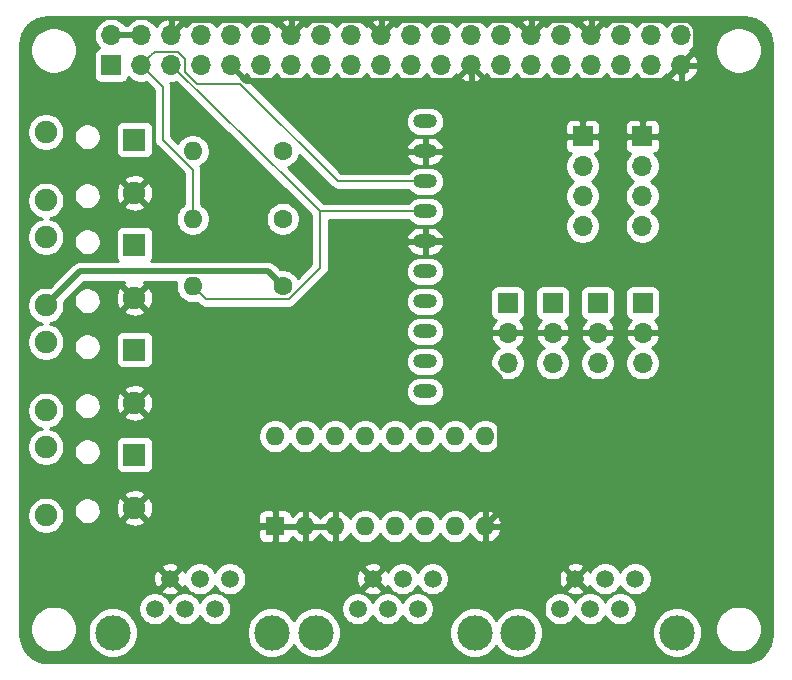
<source format=gtl>
G04 #@! TF.GenerationSoftware,KiCad,Pcbnew,(5.1.5)-3*
G04 #@! TF.CreationDate,2020-05-01T12:00:18+02:00*
G04 #@! TF.ProjectId,Main,4d61696e-2e6b-4696-9361-645f70636258,rev?*
G04 #@! TF.SameCoordinates,Original*
G04 #@! TF.FileFunction,Copper,L1,Top*
G04 #@! TF.FilePolarity,Positive*
%FSLAX46Y46*%
G04 Gerber Fmt 4.6, Leading zero omitted, Abs format (unit mm)*
G04 Created by KiCad (PCBNEW (5.1.5)-3) date 2020-05-01 12:00:18*
%MOMM*%
%LPD*%
G04 APERTURE LIST*
%ADD10R,1.700000X1.700000*%
%ADD11O,1.700000X1.700000*%
%ADD12O,2.000000X1.200000*%
%ADD13C,1.520000*%
%ADD14C,3.000000*%
%ADD15C,1.900000*%
%ADD16R,1.900000X1.900000*%
%ADD17C,1.600000*%
%ADD18O,1.600000X1.600000*%
%ADD19R,1.600000X1.600000*%
%ADD20C,0.500000*%
%ADD21C,0.200000*%
%ADD22C,0.254000*%
G04 APERTURE END LIST*
D10*
X241935000Y-118885000D03*
D11*
X241935000Y-121425000D03*
X241935000Y-123965000D03*
D12*
X234950000Y-126365000D03*
X234950000Y-123825000D03*
X234950000Y-121285000D03*
X234950000Y-118745000D03*
X234950000Y-116205000D03*
X234950000Y-113665000D03*
X234950000Y-111125000D03*
X234950000Y-108585000D03*
X234950000Y-106045000D03*
X234950000Y-103505000D03*
D10*
X245745000Y-118885000D03*
D11*
X245745000Y-121425000D03*
X245745000Y-123965000D03*
D13*
X233045000Y-142240000D03*
X230505000Y-142240000D03*
X235585000Y-142240000D03*
X229235000Y-144780000D03*
X231775000Y-144780000D03*
X234315000Y-144780000D03*
D14*
X239145000Y-146810000D03*
X225675000Y-146810000D03*
D15*
X210335000Y-118455000D03*
D16*
X210335000Y-113955000D03*
D15*
X202835000Y-119105000D03*
X202835000Y-113305000D03*
X210335000Y-127345000D03*
D16*
X210335000Y-122845000D03*
D15*
X202835000Y-127995000D03*
X202835000Y-122195000D03*
X210335000Y-136235000D03*
D16*
X210335000Y-131735000D03*
D15*
X202835000Y-136885000D03*
X202835000Y-131085000D03*
D10*
X253365000Y-118885000D03*
D11*
X253365000Y-121425000D03*
X253365000Y-123965000D03*
D10*
X248285000Y-104775000D03*
D11*
X248285000Y-107315000D03*
X248285000Y-109855000D03*
X248285000Y-112395000D03*
D10*
X253340000Y-104775000D03*
D11*
X253340000Y-107315000D03*
X253340000Y-109855000D03*
X253340000Y-112395000D03*
D17*
X222885000Y-117475000D03*
D18*
X215265000Y-117475000D03*
D17*
X222885000Y-111760000D03*
D18*
X215265000Y-111760000D03*
D19*
X222250000Y-137795000D03*
D18*
X240030000Y-130175000D03*
X224790000Y-137795000D03*
X237490000Y-130175000D03*
X227330000Y-137795000D03*
X234950000Y-130175000D03*
X229870000Y-137795000D03*
X232410000Y-130175000D03*
X232410000Y-137795000D03*
X229870000Y-130175000D03*
X234950000Y-137795000D03*
X227330000Y-130175000D03*
X237490000Y-137795000D03*
X224790000Y-130175000D03*
X240030000Y-137795000D03*
X222250000Y-130175000D03*
D10*
X249555000Y-118885000D03*
D11*
X249555000Y-121425000D03*
X249555000Y-123965000D03*
D17*
X222885000Y-106045000D03*
D18*
X215265000Y-106045000D03*
D13*
X250190000Y-142240000D03*
X247650000Y-142240000D03*
X252730000Y-142240000D03*
X246380000Y-144780000D03*
X248920000Y-144780000D03*
X251460000Y-144780000D03*
D14*
X256290000Y-146810000D03*
X242820000Y-146810000D03*
D15*
X210335000Y-109565000D03*
D16*
X210335000Y-105065000D03*
D15*
X202835000Y-110215000D03*
X202835000Y-104415000D03*
D13*
X215875000Y-142240000D03*
X213335000Y-142240000D03*
X218415000Y-142240000D03*
X212065000Y-144780000D03*
X214605000Y-144780000D03*
X217145000Y-144780000D03*
D14*
X221975000Y-146810000D03*
X208505000Y-146810000D03*
D10*
X208370000Y-98770000D03*
D11*
X208370000Y-96230000D03*
X210910000Y-98770000D03*
X210910000Y-96230000D03*
X213450000Y-98770000D03*
X213450000Y-96230000D03*
X215990000Y-98770000D03*
X215990000Y-96230000D03*
X218530000Y-98770000D03*
X218530000Y-96230000D03*
X221070000Y-98770000D03*
X221070000Y-96230000D03*
X223610000Y-98770000D03*
X223610000Y-96230000D03*
X226150000Y-98770000D03*
X226150000Y-96230000D03*
X228690000Y-98770000D03*
X228690000Y-96230000D03*
X231230000Y-98770000D03*
X231230000Y-96230000D03*
X233770000Y-98770000D03*
X233770000Y-96230000D03*
X236310000Y-98770000D03*
X236310000Y-96230000D03*
X238850000Y-98770000D03*
X238850000Y-96230000D03*
X241390000Y-98770000D03*
X241390000Y-96230000D03*
X243930000Y-98770000D03*
X243930000Y-96230000D03*
X246470000Y-98770000D03*
X246470000Y-96230000D03*
X249010000Y-98770000D03*
X249010000Y-96230000D03*
X251550000Y-98770000D03*
X251550000Y-96230000D03*
X254090000Y-98770000D03*
X254090000Y-96230000D03*
X256630000Y-98770000D03*
X256630000Y-96230000D03*
D20*
X203784999Y-118155001D02*
X202835000Y-119105000D01*
X205715001Y-116224999D02*
X203784999Y-118155001D01*
X221634999Y-116224999D02*
X205715001Y-116224999D01*
X222885000Y-117475000D02*
X221634999Y-116224999D01*
X208370000Y-96230000D02*
X210910000Y-96230000D01*
X230380001Y-95380001D02*
X231230000Y-96230000D01*
X229929999Y-94929999D02*
X230380001Y-95380001D01*
X224910001Y-94929999D02*
X229929999Y-94929999D01*
X223610000Y-96230000D02*
X224910001Y-94929999D01*
X248160001Y-95380001D02*
X249010000Y-96230000D01*
X245230001Y-94929999D02*
X247709999Y-94929999D01*
X247709999Y-94929999D02*
X248160001Y-95380001D01*
X243930000Y-96230000D02*
X245230001Y-94929999D01*
X257479999Y-97920001D02*
X256630000Y-98770000D01*
X257930001Y-97469999D02*
X257479999Y-97920001D01*
X257930001Y-95605999D02*
X257930001Y-97469999D01*
X257254001Y-94929999D02*
X257930001Y-95605999D01*
X250310001Y-94929999D02*
X257254001Y-94929999D01*
X249010000Y-96230000D02*
X250310001Y-94929999D01*
X255329999Y-100070001D02*
X255780001Y-99619999D01*
X255780001Y-99619999D02*
X256630000Y-98770000D01*
X240150001Y-100070001D02*
X255329999Y-100070001D01*
X238850000Y-98770000D02*
X240150001Y-100070001D01*
X222760001Y-95380001D02*
X223610000Y-96230000D01*
X222309999Y-94929999D02*
X222760001Y-95380001D01*
X214750001Y-94929999D02*
X222309999Y-94929999D01*
X213450000Y-96230000D02*
X214750001Y-94929999D01*
X243080001Y-95380001D02*
X243930000Y-96230000D01*
X242629999Y-94929999D02*
X243080001Y-95380001D01*
X232530001Y-94929999D02*
X242629999Y-94929999D01*
X231230000Y-96230000D02*
X232530001Y-94929999D01*
X211895000Y-137795000D02*
X210335000Y-136235000D01*
X222250000Y-137795000D02*
X211895000Y-137795000D01*
X239535000Y-121425000D02*
X241935000Y-121425000D01*
X241280001Y-125234003D02*
X239395000Y-123349002D01*
X241280001Y-136544999D02*
X241280001Y-125234003D01*
X240030000Y-137795000D02*
X241280001Y-136544999D01*
X239395000Y-121285000D02*
X239535000Y-121425000D01*
X239395000Y-116610000D02*
X239395000Y-121920000D01*
X239395000Y-123349002D02*
X239395000Y-121920000D01*
X236450000Y-113665000D02*
X239395000Y-116610000D01*
X234950000Y-113665000D02*
X236450000Y-113665000D01*
X239395000Y-121920000D02*
X239395000Y-121285000D01*
X237549999Y-100070001D02*
X238850000Y-98770000D01*
X218530000Y-98770000D02*
X219830001Y-100070001D01*
X219830001Y-100070001D02*
X237549999Y-100070001D01*
D21*
X215265000Y-107624999D02*
X212725000Y-105084999D01*
X215265000Y-111760000D02*
X215265000Y-107624999D01*
X212725000Y-100585000D02*
X210910000Y-98770000D01*
X212725000Y-105084999D02*
X212725000Y-100585000D01*
X211759999Y-97920001D02*
X210910000Y-98770000D01*
X214002001Y-97619999D02*
X212060001Y-97619999D01*
X214600001Y-98217999D02*
X214002001Y-97619999D01*
X214600001Y-99309292D02*
X214600001Y-98217999D01*
X215620709Y-100330000D02*
X214600001Y-99309292D01*
X219312169Y-100330000D02*
X215620709Y-100330000D01*
X227567169Y-108585000D02*
X219312169Y-100330000D01*
X212060001Y-97619999D02*
X211759999Y-97920001D01*
X234950000Y-108585000D02*
X227567169Y-108585000D01*
X223413001Y-118575001D02*
X226060000Y-115928002D01*
X216365001Y-118575001D02*
X223413001Y-118575001D01*
X215265000Y-117475000D02*
X216365001Y-118575001D01*
X226060000Y-115928002D02*
X226060000Y-111125000D01*
X226060000Y-111125000D02*
X224155000Y-109220000D01*
X234950000Y-111125000D02*
X226060000Y-111125000D01*
X213450000Y-98770000D02*
X224155000Y-109220000D01*
D22*
G36*
X262449016Y-94732312D02*
G01*
X262880930Y-94862714D01*
X263279285Y-95074524D01*
X263628914Y-95359675D01*
X263916497Y-95707303D01*
X264131086Y-96104177D01*
X264264498Y-96535161D01*
X264315001Y-97015663D01*
X264315000Y-146966495D01*
X264267688Y-147449016D01*
X264137287Y-147880927D01*
X263925480Y-148279280D01*
X263640325Y-148628914D01*
X263292697Y-148916497D01*
X262895825Y-149131085D01*
X262464834Y-149264500D01*
X261984346Y-149315000D01*
X203033504Y-149315000D01*
X202550984Y-149267688D01*
X202119073Y-149137287D01*
X201720720Y-148925480D01*
X201371086Y-148640325D01*
X201083503Y-148292697D01*
X200868915Y-147895825D01*
X200735500Y-147464834D01*
X200685000Y-146984346D01*
X200685000Y-146304495D01*
X201515000Y-146304495D01*
X201515000Y-146695505D01*
X201591282Y-147079003D01*
X201740915Y-147440250D01*
X201958149Y-147765364D01*
X202234636Y-148041851D01*
X202559750Y-148259085D01*
X202920997Y-148408718D01*
X203304495Y-148485000D01*
X203695505Y-148485000D01*
X204079003Y-148408718D01*
X204440250Y-148259085D01*
X204765364Y-148041851D01*
X205041851Y-147765364D01*
X205259085Y-147440250D01*
X205408718Y-147079003D01*
X205485000Y-146695505D01*
X205485000Y-146599721D01*
X206370000Y-146599721D01*
X206370000Y-147020279D01*
X206452047Y-147432756D01*
X206612988Y-147821302D01*
X206846637Y-148170983D01*
X207144017Y-148468363D01*
X207493698Y-148702012D01*
X207882244Y-148862953D01*
X208294721Y-148945000D01*
X208715279Y-148945000D01*
X209127756Y-148862953D01*
X209516302Y-148702012D01*
X209865983Y-148468363D01*
X210163363Y-148170983D01*
X210397012Y-147821302D01*
X210557953Y-147432756D01*
X210640000Y-147020279D01*
X210640000Y-146599721D01*
X219840000Y-146599721D01*
X219840000Y-147020279D01*
X219922047Y-147432756D01*
X220082988Y-147821302D01*
X220316637Y-148170983D01*
X220614017Y-148468363D01*
X220963698Y-148702012D01*
X221352244Y-148862953D01*
X221764721Y-148945000D01*
X222185279Y-148945000D01*
X222597756Y-148862953D01*
X222986302Y-148702012D01*
X223335983Y-148468363D01*
X223633363Y-148170983D01*
X223825000Y-147884178D01*
X224016637Y-148170983D01*
X224314017Y-148468363D01*
X224663698Y-148702012D01*
X225052244Y-148862953D01*
X225464721Y-148945000D01*
X225885279Y-148945000D01*
X226297756Y-148862953D01*
X226686302Y-148702012D01*
X227035983Y-148468363D01*
X227333363Y-148170983D01*
X227567012Y-147821302D01*
X227727953Y-147432756D01*
X227810000Y-147020279D01*
X227810000Y-146599721D01*
X237010000Y-146599721D01*
X237010000Y-147020279D01*
X237092047Y-147432756D01*
X237252988Y-147821302D01*
X237486637Y-148170983D01*
X237784017Y-148468363D01*
X238133698Y-148702012D01*
X238522244Y-148862953D01*
X238934721Y-148945000D01*
X239355279Y-148945000D01*
X239767756Y-148862953D01*
X240156302Y-148702012D01*
X240505983Y-148468363D01*
X240803363Y-148170983D01*
X240982500Y-147902885D01*
X241161637Y-148170983D01*
X241459017Y-148468363D01*
X241808698Y-148702012D01*
X242197244Y-148862953D01*
X242609721Y-148945000D01*
X243030279Y-148945000D01*
X243442756Y-148862953D01*
X243831302Y-148702012D01*
X244180983Y-148468363D01*
X244478363Y-148170983D01*
X244712012Y-147821302D01*
X244872953Y-147432756D01*
X244955000Y-147020279D01*
X244955000Y-146599721D01*
X254155000Y-146599721D01*
X254155000Y-147020279D01*
X254237047Y-147432756D01*
X254397988Y-147821302D01*
X254631637Y-148170983D01*
X254929017Y-148468363D01*
X255278698Y-148702012D01*
X255667244Y-148862953D01*
X256079721Y-148945000D01*
X256500279Y-148945000D01*
X256912756Y-148862953D01*
X257301302Y-148702012D01*
X257650983Y-148468363D01*
X257948363Y-148170983D01*
X258182012Y-147821302D01*
X258342953Y-147432756D01*
X258425000Y-147020279D01*
X258425000Y-146599721D01*
X258366276Y-146304495D01*
X259515000Y-146304495D01*
X259515000Y-146695505D01*
X259591282Y-147079003D01*
X259740915Y-147440250D01*
X259958149Y-147765364D01*
X260234636Y-148041851D01*
X260559750Y-148259085D01*
X260920997Y-148408718D01*
X261304495Y-148485000D01*
X261695505Y-148485000D01*
X262079003Y-148408718D01*
X262440250Y-148259085D01*
X262765364Y-148041851D01*
X263041851Y-147765364D01*
X263259085Y-147440250D01*
X263408718Y-147079003D01*
X263485000Y-146695505D01*
X263485000Y-146304495D01*
X263408718Y-145920997D01*
X263259085Y-145559750D01*
X263041851Y-145234636D01*
X262765364Y-144958149D01*
X262440250Y-144740915D01*
X262079003Y-144591282D01*
X261695505Y-144515000D01*
X261304495Y-144515000D01*
X260920997Y-144591282D01*
X260559750Y-144740915D01*
X260234636Y-144958149D01*
X259958149Y-145234636D01*
X259740915Y-145559750D01*
X259591282Y-145920997D01*
X259515000Y-146304495D01*
X258366276Y-146304495D01*
X258342953Y-146187244D01*
X258182012Y-145798698D01*
X257948363Y-145449017D01*
X257650983Y-145151637D01*
X257301302Y-144917988D01*
X256912756Y-144757047D01*
X256500279Y-144675000D01*
X256079721Y-144675000D01*
X255667244Y-144757047D01*
X255278698Y-144917988D01*
X254929017Y-145151637D01*
X254631637Y-145449017D01*
X254397988Y-145798698D01*
X254237047Y-146187244D01*
X254155000Y-146599721D01*
X244955000Y-146599721D01*
X244872953Y-146187244D01*
X244712012Y-145798698D01*
X244478363Y-145449017D01*
X244180983Y-145151637D01*
X243831302Y-144917988D01*
X243442756Y-144757047D01*
X243030279Y-144675000D01*
X242609721Y-144675000D01*
X242197244Y-144757047D01*
X241808698Y-144917988D01*
X241459017Y-145151637D01*
X241161637Y-145449017D01*
X240982500Y-145717115D01*
X240803363Y-145449017D01*
X240505983Y-145151637D01*
X240156302Y-144917988D01*
X239767756Y-144757047D01*
X239355279Y-144675000D01*
X238934721Y-144675000D01*
X238522244Y-144757047D01*
X238133698Y-144917988D01*
X237784017Y-145151637D01*
X237486637Y-145449017D01*
X237252988Y-145798698D01*
X237092047Y-146187244D01*
X237010000Y-146599721D01*
X227810000Y-146599721D01*
X227727953Y-146187244D01*
X227567012Y-145798698D01*
X227333363Y-145449017D01*
X227035983Y-145151637D01*
X226686302Y-144917988D01*
X226297756Y-144757047D01*
X225885279Y-144675000D01*
X225464721Y-144675000D01*
X225052244Y-144757047D01*
X224663698Y-144917988D01*
X224314017Y-145151637D01*
X224016637Y-145449017D01*
X223825000Y-145735822D01*
X223633363Y-145449017D01*
X223335983Y-145151637D01*
X222986302Y-144917988D01*
X222597756Y-144757047D01*
X222185279Y-144675000D01*
X221764721Y-144675000D01*
X221352244Y-144757047D01*
X220963698Y-144917988D01*
X220614017Y-145151637D01*
X220316637Y-145449017D01*
X220082988Y-145798698D01*
X219922047Y-146187244D01*
X219840000Y-146599721D01*
X210640000Y-146599721D01*
X210557953Y-146187244D01*
X210397012Y-145798698D01*
X210163363Y-145449017D01*
X209865983Y-145151637D01*
X209516302Y-144917988D01*
X209127756Y-144757047D01*
X208715279Y-144675000D01*
X208294721Y-144675000D01*
X207882244Y-144757047D01*
X207493698Y-144917988D01*
X207144017Y-145151637D01*
X206846637Y-145449017D01*
X206612988Y-145798698D01*
X206452047Y-146187244D01*
X206370000Y-146599721D01*
X205485000Y-146599721D01*
X205485000Y-146304495D01*
X205408718Y-145920997D01*
X205259085Y-145559750D01*
X205041851Y-145234636D01*
X204765364Y-144958149D01*
X204440250Y-144740915D01*
X204202906Y-144642604D01*
X210670000Y-144642604D01*
X210670000Y-144917396D01*
X210723609Y-145186907D01*
X210828767Y-145440780D01*
X210981433Y-145669261D01*
X211175739Y-145863567D01*
X211404220Y-146016233D01*
X211658093Y-146121391D01*
X211927604Y-146175000D01*
X212202396Y-146175000D01*
X212471907Y-146121391D01*
X212725780Y-146016233D01*
X212954261Y-145863567D01*
X213148567Y-145669261D01*
X213301233Y-145440780D01*
X213335000Y-145359260D01*
X213368767Y-145440780D01*
X213521433Y-145669261D01*
X213715739Y-145863567D01*
X213944220Y-146016233D01*
X214198093Y-146121391D01*
X214467604Y-146175000D01*
X214742396Y-146175000D01*
X215011907Y-146121391D01*
X215265780Y-146016233D01*
X215494261Y-145863567D01*
X215688567Y-145669261D01*
X215841233Y-145440780D01*
X215875000Y-145359260D01*
X215908767Y-145440780D01*
X216061433Y-145669261D01*
X216255739Y-145863567D01*
X216484220Y-146016233D01*
X216738093Y-146121391D01*
X217007604Y-146175000D01*
X217282396Y-146175000D01*
X217551907Y-146121391D01*
X217805780Y-146016233D01*
X218034261Y-145863567D01*
X218228567Y-145669261D01*
X218381233Y-145440780D01*
X218486391Y-145186907D01*
X218540000Y-144917396D01*
X218540000Y-144642604D01*
X227840000Y-144642604D01*
X227840000Y-144917396D01*
X227893609Y-145186907D01*
X227998767Y-145440780D01*
X228151433Y-145669261D01*
X228345739Y-145863567D01*
X228574220Y-146016233D01*
X228828093Y-146121391D01*
X229097604Y-146175000D01*
X229372396Y-146175000D01*
X229641907Y-146121391D01*
X229895780Y-146016233D01*
X230124261Y-145863567D01*
X230318567Y-145669261D01*
X230471233Y-145440780D01*
X230505000Y-145359260D01*
X230538767Y-145440780D01*
X230691433Y-145669261D01*
X230885739Y-145863567D01*
X231114220Y-146016233D01*
X231368093Y-146121391D01*
X231637604Y-146175000D01*
X231912396Y-146175000D01*
X232181907Y-146121391D01*
X232435780Y-146016233D01*
X232664261Y-145863567D01*
X232858567Y-145669261D01*
X233011233Y-145440780D01*
X233045000Y-145359260D01*
X233078767Y-145440780D01*
X233231433Y-145669261D01*
X233425739Y-145863567D01*
X233654220Y-146016233D01*
X233908093Y-146121391D01*
X234177604Y-146175000D01*
X234452396Y-146175000D01*
X234721907Y-146121391D01*
X234975780Y-146016233D01*
X235204261Y-145863567D01*
X235398567Y-145669261D01*
X235551233Y-145440780D01*
X235656391Y-145186907D01*
X235710000Y-144917396D01*
X235710000Y-144642604D01*
X244985000Y-144642604D01*
X244985000Y-144917396D01*
X245038609Y-145186907D01*
X245143767Y-145440780D01*
X245296433Y-145669261D01*
X245490739Y-145863567D01*
X245719220Y-146016233D01*
X245973093Y-146121391D01*
X246242604Y-146175000D01*
X246517396Y-146175000D01*
X246786907Y-146121391D01*
X247040780Y-146016233D01*
X247269261Y-145863567D01*
X247463567Y-145669261D01*
X247616233Y-145440780D01*
X247650000Y-145359260D01*
X247683767Y-145440780D01*
X247836433Y-145669261D01*
X248030739Y-145863567D01*
X248259220Y-146016233D01*
X248513093Y-146121391D01*
X248782604Y-146175000D01*
X249057396Y-146175000D01*
X249326907Y-146121391D01*
X249580780Y-146016233D01*
X249809261Y-145863567D01*
X250003567Y-145669261D01*
X250156233Y-145440780D01*
X250190000Y-145359260D01*
X250223767Y-145440780D01*
X250376433Y-145669261D01*
X250570739Y-145863567D01*
X250799220Y-146016233D01*
X251053093Y-146121391D01*
X251322604Y-146175000D01*
X251597396Y-146175000D01*
X251866907Y-146121391D01*
X252120780Y-146016233D01*
X252349261Y-145863567D01*
X252543567Y-145669261D01*
X252696233Y-145440780D01*
X252801391Y-145186907D01*
X252855000Y-144917396D01*
X252855000Y-144642604D01*
X252801391Y-144373093D01*
X252696233Y-144119220D01*
X252543567Y-143890739D01*
X252349261Y-143696433D01*
X252120780Y-143543767D01*
X251866907Y-143438609D01*
X251597396Y-143385000D01*
X251322604Y-143385000D01*
X251053093Y-143438609D01*
X250799220Y-143543767D01*
X250570739Y-143696433D01*
X250376433Y-143890739D01*
X250223767Y-144119220D01*
X250190000Y-144200740D01*
X250156233Y-144119220D01*
X250003567Y-143890739D01*
X249809261Y-143696433D01*
X249580780Y-143543767D01*
X249326907Y-143438609D01*
X249057396Y-143385000D01*
X248782604Y-143385000D01*
X248513093Y-143438609D01*
X248259220Y-143543767D01*
X248030739Y-143696433D01*
X247836433Y-143890739D01*
X247683767Y-144119220D01*
X247650000Y-144200740D01*
X247616233Y-144119220D01*
X247463567Y-143890739D01*
X247269261Y-143696433D01*
X247040780Y-143543767D01*
X246786907Y-143438609D01*
X246517396Y-143385000D01*
X246242604Y-143385000D01*
X245973093Y-143438609D01*
X245719220Y-143543767D01*
X245490739Y-143696433D01*
X245296433Y-143890739D01*
X245143767Y-144119220D01*
X245038609Y-144373093D01*
X244985000Y-144642604D01*
X235710000Y-144642604D01*
X235656391Y-144373093D01*
X235551233Y-144119220D01*
X235398567Y-143890739D01*
X235204261Y-143696433D01*
X234975780Y-143543767D01*
X234721907Y-143438609D01*
X234452396Y-143385000D01*
X234177604Y-143385000D01*
X233908093Y-143438609D01*
X233654220Y-143543767D01*
X233425739Y-143696433D01*
X233231433Y-143890739D01*
X233078767Y-144119220D01*
X233045000Y-144200740D01*
X233011233Y-144119220D01*
X232858567Y-143890739D01*
X232664261Y-143696433D01*
X232435780Y-143543767D01*
X232181907Y-143438609D01*
X231912396Y-143385000D01*
X231637604Y-143385000D01*
X231368093Y-143438609D01*
X231114220Y-143543767D01*
X230885739Y-143696433D01*
X230691433Y-143890739D01*
X230538767Y-144119220D01*
X230505000Y-144200740D01*
X230471233Y-144119220D01*
X230318567Y-143890739D01*
X230124261Y-143696433D01*
X229895780Y-143543767D01*
X229641907Y-143438609D01*
X229372396Y-143385000D01*
X229097604Y-143385000D01*
X228828093Y-143438609D01*
X228574220Y-143543767D01*
X228345739Y-143696433D01*
X228151433Y-143890739D01*
X227998767Y-144119220D01*
X227893609Y-144373093D01*
X227840000Y-144642604D01*
X218540000Y-144642604D01*
X218486391Y-144373093D01*
X218381233Y-144119220D01*
X218228567Y-143890739D01*
X218034261Y-143696433D01*
X217805780Y-143543767D01*
X217551907Y-143438609D01*
X217282396Y-143385000D01*
X217007604Y-143385000D01*
X216738093Y-143438609D01*
X216484220Y-143543767D01*
X216255739Y-143696433D01*
X216061433Y-143890739D01*
X215908767Y-144119220D01*
X215875000Y-144200740D01*
X215841233Y-144119220D01*
X215688567Y-143890739D01*
X215494261Y-143696433D01*
X215265780Y-143543767D01*
X215011907Y-143438609D01*
X214742396Y-143385000D01*
X214467604Y-143385000D01*
X214198093Y-143438609D01*
X213944220Y-143543767D01*
X213715739Y-143696433D01*
X213521433Y-143890739D01*
X213368767Y-144119220D01*
X213335000Y-144200740D01*
X213301233Y-144119220D01*
X213148567Y-143890739D01*
X212954261Y-143696433D01*
X212725780Y-143543767D01*
X212471907Y-143438609D01*
X212202396Y-143385000D01*
X211927604Y-143385000D01*
X211658093Y-143438609D01*
X211404220Y-143543767D01*
X211175739Y-143696433D01*
X210981433Y-143890739D01*
X210828767Y-144119220D01*
X210723609Y-144373093D01*
X210670000Y-144642604D01*
X204202906Y-144642604D01*
X204079003Y-144591282D01*
X203695505Y-144515000D01*
X203304495Y-144515000D01*
X202920997Y-144591282D01*
X202559750Y-144740915D01*
X202234636Y-144958149D01*
X201958149Y-145234636D01*
X201740915Y-145559750D01*
X201591282Y-145920997D01*
X201515000Y-146304495D01*
X200685000Y-146304495D01*
X200685000Y-143204137D01*
X212550469Y-143204137D01*
X212617206Y-143444025D01*
X212865892Y-143560924D01*
X213132606Y-143627061D01*
X213407097Y-143639895D01*
X213678817Y-143598931D01*
X213937326Y-143505744D01*
X214052794Y-143444025D01*
X214119531Y-143204137D01*
X213335000Y-142419605D01*
X212550469Y-143204137D01*
X200685000Y-143204137D01*
X200685000Y-142312097D01*
X211935105Y-142312097D01*
X211976069Y-142583817D01*
X212069256Y-142842326D01*
X212130975Y-142957794D01*
X212370863Y-143024531D01*
X213155395Y-142240000D01*
X213514605Y-142240000D01*
X214299137Y-143024531D01*
X214539025Y-142957794D01*
X214604600Y-142818293D01*
X214638767Y-142900780D01*
X214791433Y-143129261D01*
X214985739Y-143323567D01*
X215214220Y-143476233D01*
X215468093Y-143581391D01*
X215737604Y-143635000D01*
X216012396Y-143635000D01*
X216281907Y-143581391D01*
X216535780Y-143476233D01*
X216764261Y-143323567D01*
X216958567Y-143129261D01*
X217111233Y-142900780D01*
X217145000Y-142819260D01*
X217178767Y-142900780D01*
X217331433Y-143129261D01*
X217525739Y-143323567D01*
X217754220Y-143476233D01*
X218008093Y-143581391D01*
X218277604Y-143635000D01*
X218552396Y-143635000D01*
X218821907Y-143581391D01*
X219075780Y-143476233D01*
X219304261Y-143323567D01*
X219423691Y-143204137D01*
X229720469Y-143204137D01*
X229787206Y-143444025D01*
X230035892Y-143560924D01*
X230302606Y-143627061D01*
X230577097Y-143639895D01*
X230848817Y-143598931D01*
X231107326Y-143505744D01*
X231222794Y-143444025D01*
X231289531Y-143204137D01*
X230505000Y-142419605D01*
X229720469Y-143204137D01*
X219423691Y-143204137D01*
X219498567Y-143129261D01*
X219651233Y-142900780D01*
X219756391Y-142646907D01*
X219810000Y-142377396D01*
X219810000Y-142312097D01*
X229105105Y-142312097D01*
X229146069Y-142583817D01*
X229239256Y-142842326D01*
X229300975Y-142957794D01*
X229540863Y-143024531D01*
X230325395Y-142240000D01*
X230684605Y-142240000D01*
X231469137Y-143024531D01*
X231709025Y-142957794D01*
X231774600Y-142818293D01*
X231808767Y-142900780D01*
X231961433Y-143129261D01*
X232155739Y-143323567D01*
X232384220Y-143476233D01*
X232638093Y-143581391D01*
X232907604Y-143635000D01*
X233182396Y-143635000D01*
X233451907Y-143581391D01*
X233705780Y-143476233D01*
X233934261Y-143323567D01*
X234128567Y-143129261D01*
X234281233Y-142900780D01*
X234315000Y-142819260D01*
X234348767Y-142900780D01*
X234501433Y-143129261D01*
X234695739Y-143323567D01*
X234924220Y-143476233D01*
X235178093Y-143581391D01*
X235447604Y-143635000D01*
X235722396Y-143635000D01*
X235991907Y-143581391D01*
X236245780Y-143476233D01*
X236474261Y-143323567D01*
X236593691Y-143204137D01*
X246865469Y-143204137D01*
X246932206Y-143444025D01*
X247180892Y-143560924D01*
X247447606Y-143627061D01*
X247722097Y-143639895D01*
X247993817Y-143598931D01*
X248252326Y-143505744D01*
X248367794Y-143444025D01*
X248434531Y-143204137D01*
X247650000Y-142419605D01*
X246865469Y-143204137D01*
X236593691Y-143204137D01*
X236668567Y-143129261D01*
X236821233Y-142900780D01*
X236926391Y-142646907D01*
X236980000Y-142377396D01*
X236980000Y-142312097D01*
X246250105Y-142312097D01*
X246291069Y-142583817D01*
X246384256Y-142842326D01*
X246445975Y-142957794D01*
X246685863Y-143024531D01*
X247470395Y-142240000D01*
X247829605Y-142240000D01*
X248614137Y-143024531D01*
X248854025Y-142957794D01*
X248919600Y-142818293D01*
X248953767Y-142900780D01*
X249106433Y-143129261D01*
X249300739Y-143323567D01*
X249529220Y-143476233D01*
X249783093Y-143581391D01*
X250052604Y-143635000D01*
X250327396Y-143635000D01*
X250596907Y-143581391D01*
X250850780Y-143476233D01*
X251079261Y-143323567D01*
X251273567Y-143129261D01*
X251426233Y-142900780D01*
X251460000Y-142819260D01*
X251493767Y-142900780D01*
X251646433Y-143129261D01*
X251840739Y-143323567D01*
X252069220Y-143476233D01*
X252323093Y-143581391D01*
X252592604Y-143635000D01*
X252867396Y-143635000D01*
X253136907Y-143581391D01*
X253390780Y-143476233D01*
X253619261Y-143323567D01*
X253813567Y-143129261D01*
X253966233Y-142900780D01*
X254071391Y-142646907D01*
X254125000Y-142377396D01*
X254125000Y-142102604D01*
X254071391Y-141833093D01*
X253966233Y-141579220D01*
X253813567Y-141350739D01*
X253619261Y-141156433D01*
X253390780Y-141003767D01*
X253136907Y-140898609D01*
X252867396Y-140845000D01*
X252592604Y-140845000D01*
X252323093Y-140898609D01*
X252069220Y-141003767D01*
X251840739Y-141156433D01*
X251646433Y-141350739D01*
X251493767Y-141579220D01*
X251460000Y-141660740D01*
X251426233Y-141579220D01*
X251273567Y-141350739D01*
X251079261Y-141156433D01*
X250850780Y-141003767D01*
X250596907Y-140898609D01*
X250327396Y-140845000D01*
X250052604Y-140845000D01*
X249783093Y-140898609D01*
X249529220Y-141003767D01*
X249300739Y-141156433D01*
X249106433Y-141350739D01*
X248953767Y-141579220D01*
X248922170Y-141655501D01*
X248915744Y-141637674D01*
X248854025Y-141522206D01*
X248614137Y-141455469D01*
X247829605Y-142240000D01*
X247470395Y-142240000D01*
X246685863Y-141455469D01*
X246445975Y-141522206D01*
X246329076Y-141770892D01*
X246262939Y-142037606D01*
X246250105Y-142312097D01*
X236980000Y-142312097D01*
X236980000Y-142102604D01*
X236926391Y-141833093D01*
X236821233Y-141579220D01*
X236668567Y-141350739D01*
X236593691Y-141275863D01*
X246865469Y-141275863D01*
X247650000Y-142060395D01*
X248434531Y-141275863D01*
X248367794Y-141035975D01*
X248119108Y-140919076D01*
X247852394Y-140852939D01*
X247577903Y-140840105D01*
X247306183Y-140881069D01*
X247047674Y-140974256D01*
X246932206Y-141035975D01*
X246865469Y-141275863D01*
X236593691Y-141275863D01*
X236474261Y-141156433D01*
X236245780Y-141003767D01*
X235991907Y-140898609D01*
X235722396Y-140845000D01*
X235447604Y-140845000D01*
X235178093Y-140898609D01*
X234924220Y-141003767D01*
X234695739Y-141156433D01*
X234501433Y-141350739D01*
X234348767Y-141579220D01*
X234315000Y-141660740D01*
X234281233Y-141579220D01*
X234128567Y-141350739D01*
X233934261Y-141156433D01*
X233705780Y-141003767D01*
X233451907Y-140898609D01*
X233182396Y-140845000D01*
X232907604Y-140845000D01*
X232638093Y-140898609D01*
X232384220Y-141003767D01*
X232155739Y-141156433D01*
X231961433Y-141350739D01*
X231808767Y-141579220D01*
X231777170Y-141655501D01*
X231770744Y-141637674D01*
X231709025Y-141522206D01*
X231469137Y-141455469D01*
X230684605Y-142240000D01*
X230325395Y-142240000D01*
X229540863Y-141455469D01*
X229300975Y-141522206D01*
X229184076Y-141770892D01*
X229117939Y-142037606D01*
X229105105Y-142312097D01*
X219810000Y-142312097D01*
X219810000Y-142102604D01*
X219756391Y-141833093D01*
X219651233Y-141579220D01*
X219498567Y-141350739D01*
X219423691Y-141275863D01*
X229720469Y-141275863D01*
X230505000Y-142060395D01*
X231289531Y-141275863D01*
X231222794Y-141035975D01*
X230974108Y-140919076D01*
X230707394Y-140852939D01*
X230432903Y-140840105D01*
X230161183Y-140881069D01*
X229902674Y-140974256D01*
X229787206Y-141035975D01*
X229720469Y-141275863D01*
X219423691Y-141275863D01*
X219304261Y-141156433D01*
X219075780Y-141003767D01*
X218821907Y-140898609D01*
X218552396Y-140845000D01*
X218277604Y-140845000D01*
X218008093Y-140898609D01*
X217754220Y-141003767D01*
X217525739Y-141156433D01*
X217331433Y-141350739D01*
X217178767Y-141579220D01*
X217145000Y-141660740D01*
X217111233Y-141579220D01*
X216958567Y-141350739D01*
X216764261Y-141156433D01*
X216535780Y-141003767D01*
X216281907Y-140898609D01*
X216012396Y-140845000D01*
X215737604Y-140845000D01*
X215468093Y-140898609D01*
X215214220Y-141003767D01*
X214985739Y-141156433D01*
X214791433Y-141350739D01*
X214638767Y-141579220D01*
X214607170Y-141655501D01*
X214600744Y-141637674D01*
X214539025Y-141522206D01*
X214299137Y-141455469D01*
X213514605Y-142240000D01*
X213155395Y-142240000D01*
X212370863Y-141455469D01*
X212130975Y-141522206D01*
X212014076Y-141770892D01*
X211947939Y-142037606D01*
X211935105Y-142312097D01*
X200685000Y-142312097D01*
X200685000Y-141275863D01*
X212550469Y-141275863D01*
X213335000Y-142060395D01*
X214119531Y-141275863D01*
X214052794Y-141035975D01*
X213804108Y-140919076D01*
X213537394Y-140852939D01*
X213262903Y-140840105D01*
X212991183Y-140881069D01*
X212732674Y-140974256D01*
X212617206Y-141035975D01*
X212550469Y-141275863D01*
X200685000Y-141275863D01*
X200685000Y-138595000D01*
X220811928Y-138595000D01*
X220824188Y-138719482D01*
X220860498Y-138839180D01*
X220919463Y-138949494D01*
X220998815Y-139046185D01*
X221095506Y-139125537D01*
X221205820Y-139184502D01*
X221325518Y-139220812D01*
X221450000Y-139233072D01*
X221964250Y-139230000D01*
X222123000Y-139071250D01*
X222123000Y-137922000D01*
X222377000Y-137922000D01*
X222377000Y-139071250D01*
X222535750Y-139230000D01*
X223050000Y-139233072D01*
X223174482Y-139220812D01*
X223294180Y-139184502D01*
X223404494Y-139125537D01*
X223501185Y-139046185D01*
X223580537Y-138949494D01*
X223639502Y-138839180D01*
X223675812Y-138719482D01*
X223678231Y-138694920D01*
X223826586Y-138858519D01*
X224052580Y-139026037D01*
X224306913Y-139146246D01*
X224440961Y-139186904D01*
X224663000Y-139064915D01*
X224663000Y-137922000D01*
X224917000Y-137922000D01*
X224917000Y-139064915D01*
X225139039Y-139186904D01*
X225273087Y-139146246D01*
X225527420Y-139026037D01*
X225753414Y-138858519D01*
X225942385Y-138650131D01*
X226060000Y-138454018D01*
X226177615Y-138650131D01*
X226366586Y-138858519D01*
X226592580Y-139026037D01*
X226846913Y-139146246D01*
X226980961Y-139186904D01*
X227203000Y-139064915D01*
X227203000Y-137922000D01*
X224917000Y-137922000D01*
X224663000Y-137922000D01*
X222377000Y-137922000D01*
X222123000Y-137922000D01*
X220973750Y-137922000D01*
X220815000Y-138080750D01*
X220811928Y-138595000D01*
X200685000Y-138595000D01*
X200685000Y-136728891D01*
X201250000Y-136728891D01*
X201250000Y-137041109D01*
X201310911Y-137347327D01*
X201430391Y-137635779D01*
X201603850Y-137895379D01*
X201824621Y-138116150D01*
X202084221Y-138289609D01*
X202372673Y-138409089D01*
X202678891Y-138470000D01*
X202991109Y-138470000D01*
X203297327Y-138409089D01*
X203585779Y-138289609D01*
X203845379Y-138116150D01*
X204066150Y-137895379D01*
X204239609Y-137635779D01*
X204359089Y-137347327D01*
X204420000Y-137041109D01*
X204420000Y-136728891D01*
X204359089Y-136422673D01*
X204338602Y-136373212D01*
X205200000Y-136373212D01*
X205200000Y-136596788D01*
X205243617Y-136816067D01*
X205329176Y-137022624D01*
X205453388Y-137208520D01*
X205611480Y-137366612D01*
X205797376Y-137490824D01*
X206003933Y-137576383D01*
X206223212Y-137620000D01*
X206446788Y-137620000D01*
X206666067Y-137576383D01*
X206872624Y-137490824D01*
X207058520Y-137366612D01*
X207090380Y-137334752D01*
X209414853Y-137334752D01*
X209504579Y-137594042D01*
X209785671Y-137729935D01*
X210087873Y-137808379D01*
X210399573Y-137826359D01*
X210708791Y-137783184D01*
X211003644Y-137680513D01*
X211165421Y-137594042D01*
X211255147Y-137334752D01*
X210335000Y-136414605D01*
X209414853Y-137334752D01*
X207090380Y-137334752D01*
X207216612Y-137208520D01*
X207340824Y-137022624D01*
X207426383Y-136816067D01*
X207470000Y-136596788D01*
X207470000Y-136373212D01*
X207455353Y-136299573D01*
X208743641Y-136299573D01*
X208786816Y-136608791D01*
X208889487Y-136903644D01*
X208975958Y-137065421D01*
X209235248Y-137155147D01*
X210155395Y-136235000D01*
X210514605Y-136235000D01*
X211434752Y-137155147D01*
X211694042Y-137065421D01*
X211728086Y-136995000D01*
X220811928Y-136995000D01*
X220815000Y-137509250D01*
X220973750Y-137668000D01*
X222123000Y-137668000D01*
X222123000Y-136518750D01*
X222377000Y-136518750D01*
X222377000Y-137668000D01*
X224663000Y-137668000D01*
X224663000Y-136525085D01*
X224917000Y-136525085D01*
X224917000Y-137668000D01*
X227203000Y-137668000D01*
X227203000Y-136525085D01*
X227457000Y-136525085D01*
X227457000Y-137668000D01*
X227477000Y-137668000D01*
X227477000Y-137922000D01*
X227457000Y-137922000D01*
X227457000Y-139064915D01*
X227679039Y-139186904D01*
X227813087Y-139146246D01*
X228067420Y-139026037D01*
X228293414Y-138858519D01*
X228482385Y-138650131D01*
X228593933Y-138464135D01*
X228598320Y-138474727D01*
X228755363Y-138709759D01*
X228955241Y-138909637D01*
X229190273Y-139066680D01*
X229451426Y-139174853D01*
X229728665Y-139230000D01*
X230011335Y-139230000D01*
X230288574Y-139174853D01*
X230549727Y-139066680D01*
X230784759Y-138909637D01*
X230984637Y-138709759D01*
X231140000Y-138477241D01*
X231295363Y-138709759D01*
X231495241Y-138909637D01*
X231730273Y-139066680D01*
X231991426Y-139174853D01*
X232268665Y-139230000D01*
X232551335Y-139230000D01*
X232828574Y-139174853D01*
X233089727Y-139066680D01*
X233324759Y-138909637D01*
X233524637Y-138709759D01*
X233680000Y-138477241D01*
X233835363Y-138709759D01*
X234035241Y-138909637D01*
X234270273Y-139066680D01*
X234531426Y-139174853D01*
X234808665Y-139230000D01*
X235091335Y-139230000D01*
X235368574Y-139174853D01*
X235629727Y-139066680D01*
X235864759Y-138909637D01*
X236064637Y-138709759D01*
X236220000Y-138477241D01*
X236375363Y-138709759D01*
X236575241Y-138909637D01*
X236810273Y-139066680D01*
X237071426Y-139174853D01*
X237348665Y-139230000D01*
X237631335Y-139230000D01*
X237908574Y-139174853D01*
X238169727Y-139066680D01*
X238404759Y-138909637D01*
X238604637Y-138709759D01*
X238761680Y-138474727D01*
X238766067Y-138464135D01*
X238877615Y-138650131D01*
X239066586Y-138858519D01*
X239292580Y-139026037D01*
X239546913Y-139146246D01*
X239680961Y-139186904D01*
X239903000Y-139064915D01*
X239903000Y-137922000D01*
X240157000Y-137922000D01*
X240157000Y-139064915D01*
X240379039Y-139186904D01*
X240513087Y-139146246D01*
X240767420Y-139026037D01*
X240993414Y-138858519D01*
X241182385Y-138650131D01*
X241327070Y-138408881D01*
X241421909Y-138144040D01*
X241300624Y-137922000D01*
X240157000Y-137922000D01*
X239903000Y-137922000D01*
X239883000Y-137922000D01*
X239883000Y-137668000D01*
X239903000Y-137668000D01*
X239903000Y-136525085D01*
X240157000Y-136525085D01*
X240157000Y-137668000D01*
X241300624Y-137668000D01*
X241421909Y-137445960D01*
X241327070Y-137181119D01*
X241182385Y-136939869D01*
X240993414Y-136731481D01*
X240767420Y-136563963D01*
X240513087Y-136443754D01*
X240379039Y-136403096D01*
X240157000Y-136525085D01*
X239903000Y-136525085D01*
X239680961Y-136403096D01*
X239546913Y-136443754D01*
X239292580Y-136563963D01*
X239066586Y-136731481D01*
X238877615Y-136939869D01*
X238766067Y-137125865D01*
X238761680Y-137115273D01*
X238604637Y-136880241D01*
X238404759Y-136680363D01*
X238169727Y-136523320D01*
X237908574Y-136415147D01*
X237631335Y-136360000D01*
X237348665Y-136360000D01*
X237071426Y-136415147D01*
X236810273Y-136523320D01*
X236575241Y-136680363D01*
X236375363Y-136880241D01*
X236220000Y-137112759D01*
X236064637Y-136880241D01*
X235864759Y-136680363D01*
X235629727Y-136523320D01*
X235368574Y-136415147D01*
X235091335Y-136360000D01*
X234808665Y-136360000D01*
X234531426Y-136415147D01*
X234270273Y-136523320D01*
X234035241Y-136680363D01*
X233835363Y-136880241D01*
X233680000Y-137112759D01*
X233524637Y-136880241D01*
X233324759Y-136680363D01*
X233089727Y-136523320D01*
X232828574Y-136415147D01*
X232551335Y-136360000D01*
X232268665Y-136360000D01*
X231991426Y-136415147D01*
X231730273Y-136523320D01*
X231495241Y-136680363D01*
X231295363Y-136880241D01*
X231140000Y-137112759D01*
X230984637Y-136880241D01*
X230784759Y-136680363D01*
X230549727Y-136523320D01*
X230288574Y-136415147D01*
X230011335Y-136360000D01*
X229728665Y-136360000D01*
X229451426Y-136415147D01*
X229190273Y-136523320D01*
X228955241Y-136680363D01*
X228755363Y-136880241D01*
X228598320Y-137115273D01*
X228593933Y-137125865D01*
X228482385Y-136939869D01*
X228293414Y-136731481D01*
X228067420Y-136563963D01*
X227813087Y-136443754D01*
X227679039Y-136403096D01*
X227457000Y-136525085D01*
X227203000Y-136525085D01*
X226980961Y-136403096D01*
X226846913Y-136443754D01*
X226592580Y-136563963D01*
X226366586Y-136731481D01*
X226177615Y-136939869D01*
X226060000Y-137135982D01*
X225942385Y-136939869D01*
X225753414Y-136731481D01*
X225527420Y-136563963D01*
X225273087Y-136443754D01*
X225139039Y-136403096D01*
X224917000Y-136525085D01*
X224663000Y-136525085D01*
X224440961Y-136403096D01*
X224306913Y-136443754D01*
X224052580Y-136563963D01*
X223826586Y-136731481D01*
X223678231Y-136895080D01*
X223675812Y-136870518D01*
X223639502Y-136750820D01*
X223580537Y-136640506D01*
X223501185Y-136543815D01*
X223404494Y-136464463D01*
X223294180Y-136405498D01*
X223174482Y-136369188D01*
X223050000Y-136356928D01*
X222535750Y-136360000D01*
X222377000Y-136518750D01*
X222123000Y-136518750D01*
X221964250Y-136360000D01*
X221450000Y-136356928D01*
X221325518Y-136369188D01*
X221205820Y-136405498D01*
X221095506Y-136464463D01*
X220998815Y-136543815D01*
X220919463Y-136640506D01*
X220860498Y-136750820D01*
X220824188Y-136870518D01*
X220811928Y-136995000D01*
X211728086Y-136995000D01*
X211829935Y-136784329D01*
X211908379Y-136482127D01*
X211926359Y-136170427D01*
X211883184Y-135861209D01*
X211780513Y-135566356D01*
X211694042Y-135404579D01*
X211434752Y-135314853D01*
X210514605Y-136235000D01*
X210155395Y-136235000D01*
X209235248Y-135314853D01*
X208975958Y-135404579D01*
X208840065Y-135685671D01*
X208761621Y-135987873D01*
X208743641Y-136299573D01*
X207455353Y-136299573D01*
X207426383Y-136153933D01*
X207340824Y-135947376D01*
X207216612Y-135761480D01*
X207058520Y-135603388D01*
X206872624Y-135479176D01*
X206666067Y-135393617D01*
X206446788Y-135350000D01*
X206223212Y-135350000D01*
X206003933Y-135393617D01*
X205797376Y-135479176D01*
X205611480Y-135603388D01*
X205453388Y-135761480D01*
X205329176Y-135947376D01*
X205243617Y-136153933D01*
X205200000Y-136373212D01*
X204338602Y-136373212D01*
X204239609Y-136134221D01*
X204066150Y-135874621D01*
X203845379Y-135653850D01*
X203585779Y-135480391D01*
X203297327Y-135360911D01*
X202991109Y-135300000D01*
X202678891Y-135300000D01*
X202372673Y-135360911D01*
X202084221Y-135480391D01*
X201824621Y-135653850D01*
X201603850Y-135874621D01*
X201430391Y-136134221D01*
X201310911Y-136422673D01*
X201250000Y-136728891D01*
X200685000Y-136728891D01*
X200685000Y-135135248D01*
X209414853Y-135135248D01*
X210335000Y-136055395D01*
X211255147Y-135135248D01*
X211165421Y-134875958D01*
X210884329Y-134740065D01*
X210582127Y-134661621D01*
X210270427Y-134643641D01*
X209961209Y-134686816D01*
X209666356Y-134789487D01*
X209504579Y-134875958D01*
X209414853Y-135135248D01*
X200685000Y-135135248D01*
X200685000Y-127838891D01*
X201250000Y-127838891D01*
X201250000Y-128151109D01*
X201310911Y-128457327D01*
X201430391Y-128745779D01*
X201603850Y-129005379D01*
X201824621Y-129226150D01*
X202084221Y-129399609D01*
X202372673Y-129519089D01*
X202477799Y-129540000D01*
X202372673Y-129560911D01*
X202084221Y-129680391D01*
X201824621Y-129853850D01*
X201603850Y-130074621D01*
X201430391Y-130334221D01*
X201310911Y-130622673D01*
X201250000Y-130928891D01*
X201250000Y-131241109D01*
X201310911Y-131547327D01*
X201430391Y-131835779D01*
X201603850Y-132095379D01*
X201824621Y-132316150D01*
X202084221Y-132489609D01*
X202372673Y-132609089D01*
X202678891Y-132670000D01*
X202991109Y-132670000D01*
X203297327Y-132609089D01*
X203585779Y-132489609D01*
X203845379Y-132316150D01*
X204066150Y-132095379D01*
X204239609Y-131835779D01*
X204359089Y-131547327D01*
X204393722Y-131373212D01*
X205200000Y-131373212D01*
X205200000Y-131596788D01*
X205243617Y-131816067D01*
X205329176Y-132022624D01*
X205453388Y-132208520D01*
X205611480Y-132366612D01*
X205797376Y-132490824D01*
X206003933Y-132576383D01*
X206223212Y-132620000D01*
X206446788Y-132620000D01*
X206666067Y-132576383D01*
X206872624Y-132490824D01*
X207058520Y-132366612D01*
X207216612Y-132208520D01*
X207340824Y-132022624D01*
X207426383Y-131816067D01*
X207470000Y-131596788D01*
X207470000Y-131373212D01*
X207426383Y-131153933D01*
X207340824Y-130947376D01*
X207232328Y-130785000D01*
X208746928Y-130785000D01*
X208746928Y-132685000D01*
X208759188Y-132809482D01*
X208795498Y-132929180D01*
X208854463Y-133039494D01*
X208933815Y-133136185D01*
X209030506Y-133215537D01*
X209140820Y-133274502D01*
X209260518Y-133310812D01*
X209385000Y-133323072D01*
X211285000Y-133323072D01*
X211409482Y-133310812D01*
X211529180Y-133274502D01*
X211639494Y-133215537D01*
X211736185Y-133136185D01*
X211815537Y-133039494D01*
X211874502Y-132929180D01*
X211910812Y-132809482D01*
X211923072Y-132685000D01*
X211923072Y-130785000D01*
X211910812Y-130660518D01*
X211874502Y-130540820D01*
X211815537Y-130430506D01*
X211736185Y-130333815D01*
X211639494Y-130254463D01*
X211529180Y-130195498D01*
X211409482Y-130159188D01*
X211285000Y-130146928D01*
X209385000Y-130146928D01*
X209260518Y-130159188D01*
X209140820Y-130195498D01*
X209030506Y-130254463D01*
X208933815Y-130333815D01*
X208854463Y-130430506D01*
X208795498Y-130540820D01*
X208759188Y-130660518D01*
X208746928Y-130785000D01*
X207232328Y-130785000D01*
X207216612Y-130761480D01*
X207058520Y-130603388D01*
X206872624Y-130479176D01*
X206666067Y-130393617D01*
X206446788Y-130350000D01*
X206223212Y-130350000D01*
X206003933Y-130393617D01*
X205797376Y-130479176D01*
X205611480Y-130603388D01*
X205453388Y-130761480D01*
X205329176Y-130947376D01*
X205243617Y-131153933D01*
X205200000Y-131373212D01*
X204393722Y-131373212D01*
X204420000Y-131241109D01*
X204420000Y-130928891D01*
X204359089Y-130622673D01*
X204239609Y-130334221D01*
X204066150Y-130074621D01*
X204025194Y-130033665D01*
X220815000Y-130033665D01*
X220815000Y-130316335D01*
X220870147Y-130593574D01*
X220978320Y-130854727D01*
X221135363Y-131089759D01*
X221335241Y-131289637D01*
X221570273Y-131446680D01*
X221831426Y-131554853D01*
X222108665Y-131610000D01*
X222391335Y-131610000D01*
X222668574Y-131554853D01*
X222929727Y-131446680D01*
X223164759Y-131289637D01*
X223364637Y-131089759D01*
X223520000Y-130857241D01*
X223675363Y-131089759D01*
X223875241Y-131289637D01*
X224110273Y-131446680D01*
X224371426Y-131554853D01*
X224648665Y-131610000D01*
X224931335Y-131610000D01*
X225208574Y-131554853D01*
X225469727Y-131446680D01*
X225704759Y-131289637D01*
X225904637Y-131089759D01*
X226060000Y-130857241D01*
X226215363Y-131089759D01*
X226415241Y-131289637D01*
X226650273Y-131446680D01*
X226911426Y-131554853D01*
X227188665Y-131610000D01*
X227471335Y-131610000D01*
X227748574Y-131554853D01*
X228009727Y-131446680D01*
X228244759Y-131289637D01*
X228444637Y-131089759D01*
X228600000Y-130857241D01*
X228755363Y-131089759D01*
X228955241Y-131289637D01*
X229190273Y-131446680D01*
X229451426Y-131554853D01*
X229728665Y-131610000D01*
X230011335Y-131610000D01*
X230288574Y-131554853D01*
X230549727Y-131446680D01*
X230784759Y-131289637D01*
X230984637Y-131089759D01*
X231140000Y-130857241D01*
X231295363Y-131089759D01*
X231495241Y-131289637D01*
X231730273Y-131446680D01*
X231991426Y-131554853D01*
X232268665Y-131610000D01*
X232551335Y-131610000D01*
X232828574Y-131554853D01*
X233089727Y-131446680D01*
X233324759Y-131289637D01*
X233524637Y-131089759D01*
X233680000Y-130857241D01*
X233835363Y-131089759D01*
X234035241Y-131289637D01*
X234270273Y-131446680D01*
X234531426Y-131554853D01*
X234808665Y-131610000D01*
X235091335Y-131610000D01*
X235368574Y-131554853D01*
X235629727Y-131446680D01*
X235864759Y-131289637D01*
X236064637Y-131089759D01*
X236220000Y-130857241D01*
X236375363Y-131089759D01*
X236575241Y-131289637D01*
X236810273Y-131446680D01*
X237071426Y-131554853D01*
X237348665Y-131610000D01*
X237631335Y-131610000D01*
X237908574Y-131554853D01*
X238169727Y-131446680D01*
X238404759Y-131289637D01*
X238604637Y-131089759D01*
X238760000Y-130857241D01*
X238915363Y-131089759D01*
X239115241Y-131289637D01*
X239350273Y-131446680D01*
X239611426Y-131554853D01*
X239888665Y-131610000D01*
X240171335Y-131610000D01*
X240448574Y-131554853D01*
X240709727Y-131446680D01*
X240944759Y-131289637D01*
X241144637Y-131089759D01*
X241301680Y-130854727D01*
X241409853Y-130593574D01*
X241465000Y-130316335D01*
X241465000Y-130033665D01*
X241409853Y-129756426D01*
X241301680Y-129495273D01*
X241144637Y-129260241D01*
X240944759Y-129060363D01*
X240709727Y-128903320D01*
X240448574Y-128795147D01*
X240171335Y-128740000D01*
X239888665Y-128740000D01*
X239611426Y-128795147D01*
X239350273Y-128903320D01*
X239115241Y-129060363D01*
X238915363Y-129260241D01*
X238760000Y-129492759D01*
X238604637Y-129260241D01*
X238404759Y-129060363D01*
X238169727Y-128903320D01*
X237908574Y-128795147D01*
X237631335Y-128740000D01*
X237348665Y-128740000D01*
X237071426Y-128795147D01*
X236810273Y-128903320D01*
X236575241Y-129060363D01*
X236375363Y-129260241D01*
X236220000Y-129492759D01*
X236064637Y-129260241D01*
X235864759Y-129060363D01*
X235629727Y-128903320D01*
X235368574Y-128795147D01*
X235091335Y-128740000D01*
X234808665Y-128740000D01*
X234531426Y-128795147D01*
X234270273Y-128903320D01*
X234035241Y-129060363D01*
X233835363Y-129260241D01*
X233680000Y-129492759D01*
X233524637Y-129260241D01*
X233324759Y-129060363D01*
X233089727Y-128903320D01*
X232828574Y-128795147D01*
X232551335Y-128740000D01*
X232268665Y-128740000D01*
X231991426Y-128795147D01*
X231730273Y-128903320D01*
X231495241Y-129060363D01*
X231295363Y-129260241D01*
X231140000Y-129492759D01*
X230984637Y-129260241D01*
X230784759Y-129060363D01*
X230549727Y-128903320D01*
X230288574Y-128795147D01*
X230011335Y-128740000D01*
X229728665Y-128740000D01*
X229451426Y-128795147D01*
X229190273Y-128903320D01*
X228955241Y-129060363D01*
X228755363Y-129260241D01*
X228600000Y-129492759D01*
X228444637Y-129260241D01*
X228244759Y-129060363D01*
X228009727Y-128903320D01*
X227748574Y-128795147D01*
X227471335Y-128740000D01*
X227188665Y-128740000D01*
X226911426Y-128795147D01*
X226650273Y-128903320D01*
X226415241Y-129060363D01*
X226215363Y-129260241D01*
X226060000Y-129492759D01*
X225904637Y-129260241D01*
X225704759Y-129060363D01*
X225469727Y-128903320D01*
X225208574Y-128795147D01*
X224931335Y-128740000D01*
X224648665Y-128740000D01*
X224371426Y-128795147D01*
X224110273Y-128903320D01*
X223875241Y-129060363D01*
X223675363Y-129260241D01*
X223520000Y-129492759D01*
X223364637Y-129260241D01*
X223164759Y-129060363D01*
X222929727Y-128903320D01*
X222668574Y-128795147D01*
X222391335Y-128740000D01*
X222108665Y-128740000D01*
X221831426Y-128795147D01*
X221570273Y-128903320D01*
X221335241Y-129060363D01*
X221135363Y-129260241D01*
X220978320Y-129495273D01*
X220870147Y-129756426D01*
X220815000Y-130033665D01*
X204025194Y-130033665D01*
X203845379Y-129853850D01*
X203585779Y-129680391D01*
X203297327Y-129560911D01*
X203192201Y-129540000D01*
X203297327Y-129519089D01*
X203585779Y-129399609D01*
X203845379Y-129226150D01*
X204066150Y-129005379D01*
X204239609Y-128745779D01*
X204359089Y-128457327D01*
X204420000Y-128151109D01*
X204420000Y-127838891D01*
X204359089Y-127532673D01*
X204338602Y-127483212D01*
X205200000Y-127483212D01*
X205200000Y-127706788D01*
X205243617Y-127926067D01*
X205329176Y-128132624D01*
X205453388Y-128318520D01*
X205611480Y-128476612D01*
X205797376Y-128600824D01*
X206003933Y-128686383D01*
X206223212Y-128730000D01*
X206446788Y-128730000D01*
X206666067Y-128686383D01*
X206872624Y-128600824D01*
X207058520Y-128476612D01*
X207090380Y-128444752D01*
X209414853Y-128444752D01*
X209504579Y-128704042D01*
X209785671Y-128839935D01*
X210087873Y-128918379D01*
X210399573Y-128936359D01*
X210708791Y-128893184D01*
X211003644Y-128790513D01*
X211165421Y-128704042D01*
X211255147Y-128444752D01*
X210335000Y-127524605D01*
X209414853Y-128444752D01*
X207090380Y-128444752D01*
X207216612Y-128318520D01*
X207340824Y-128132624D01*
X207426383Y-127926067D01*
X207470000Y-127706788D01*
X207470000Y-127483212D01*
X207455353Y-127409573D01*
X208743641Y-127409573D01*
X208786816Y-127718791D01*
X208889487Y-128013644D01*
X208975958Y-128175421D01*
X209235248Y-128265147D01*
X210155395Y-127345000D01*
X210514605Y-127345000D01*
X211434752Y-128265147D01*
X211694042Y-128175421D01*
X211829935Y-127894329D01*
X211908379Y-127592127D01*
X211926359Y-127280427D01*
X211883184Y-126971209D01*
X211780513Y-126676356D01*
X211694042Y-126514579D01*
X211434752Y-126424853D01*
X210514605Y-127345000D01*
X210155395Y-127345000D01*
X209235248Y-126424853D01*
X208975958Y-126514579D01*
X208840065Y-126795671D01*
X208761621Y-127097873D01*
X208743641Y-127409573D01*
X207455353Y-127409573D01*
X207426383Y-127263933D01*
X207340824Y-127057376D01*
X207216612Y-126871480D01*
X207058520Y-126713388D01*
X206872624Y-126589176D01*
X206666067Y-126503617D01*
X206446788Y-126460000D01*
X206223212Y-126460000D01*
X206003933Y-126503617D01*
X205797376Y-126589176D01*
X205611480Y-126713388D01*
X205453388Y-126871480D01*
X205329176Y-127057376D01*
X205243617Y-127263933D01*
X205200000Y-127483212D01*
X204338602Y-127483212D01*
X204239609Y-127244221D01*
X204066150Y-126984621D01*
X203845379Y-126763850D01*
X203585779Y-126590391D01*
X203297327Y-126470911D01*
X202991109Y-126410000D01*
X202678891Y-126410000D01*
X202372673Y-126470911D01*
X202084221Y-126590391D01*
X201824621Y-126763850D01*
X201603850Y-126984621D01*
X201430391Y-127244221D01*
X201310911Y-127532673D01*
X201250000Y-127838891D01*
X200685000Y-127838891D01*
X200685000Y-126245248D01*
X209414853Y-126245248D01*
X210335000Y-127165395D01*
X211135395Y-126365000D01*
X233309025Y-126365000D01*
X233332870Y-126607102D01*
X233403489Y-126839901D01*
X233518167Y-127054449D01*
X233672498Y-127242502D01*
X233860551Y-127396833D01*
X234075099Y-127511511D01*
X234307898Y-127582130D01*
X234489335Y-127600000D01*
X235410665Y-127600000D01*
X235592102Y-127582130D01*
X235824901Y-127511511D01*
X236039449Y-127396833D01*
X236227502Y-127242502D01*
X236381833Y-127054449D01*
X236496511Y-126839901D01*
X236567130Y-126607102D01*
X236590975Y-126365000D01*
X236567130Y-126122898D01*
X236496511Y-125890099D01*
X236381833Y-125675551D01*
X236227502Y-125487498D01*
X236039449Y-125333167D01*
X235824901Y-125218489D01*
X235592102Y-125147870D01*
X235410665Y-125130000D01*
X234489335Y-125130000D01*
X234307898Y-125147870D01*
X234075099Y-125218489D01*
X233860551Y-125333167D01*
X233672498Y-125487498D01*
X233518167Y-125675551D01*
X233403489Y-125890099D01*
X233332870Y-126122898D01*
X233309025Y-126365000D01*
X211135395Y-126365000D01*
X211255147Y-126245248D01*
X211165421Y-125985958D01*
X210884329Y-125850065D01*
X210582127Y-125771621D01*
X210270427Y-125753641D01*
X209961209Y-125796816D01*
X209666356Y-125899487D01*
X209504579Y-125985958D01*
X209414853Y-126245248D01*
X200685000Y-126245248D01*
X200685000Y-118948891D01*
X201250000Y-118948891D01*
X201250000Y-119261109D01*
X201310911Y-119567327D01*
X201430391Y-119855779D01*
X201603850Y-120115379D01*
X201824621Y-120336150D01*
X202084221Y-120509609D01*
X202372673Y-120629089D01*
X202477799Y-120650000D01*
X202372673Y-120670911D01*
X202084221Y-120790391D01*
X201824621Y-120963850D01*
X201603850Y-121184621D01*
X201430391Y-121444221D01*
X201310911Y-121732673D01*
X201250000Y-122038891D01*
X201250000Y-122351109D01*
X201310911Y-122657327D01*
X201430391Y-122945779D01*
X201603850Y-123205379D01*
X201824621Y-123426150D01*
X202084221Y-123599609D01*
X202372673Y-123719089D01*
X202678891Y-123780000D01*
X202991109Y-123780000D01*
X203297327Y-123719089D01*
X203585779Y-123599609D01*
X203845379Y-123426150D01*
X204066150Y-123205379D01*
X204239609Y-122945779D01*
X204359089Y-122657327D01*
X204393722Y-122483212D01*
X205200000Y-122483212D01*
X205200000Y-122706788D01*
X205243617Y-122926067D01*
X205329176Y-123132624D01*
X205453388Y-123318520D01*
X205611480Y-123476612D01*
X205797376Y-123600824D01*
X206003933Y-123686383D01*
X206223212Y-123730000D01*
X206446788Y-123730000D01*
X206666067Y-123686383D01*
X206872624Y-123600824D01*
X207058520Y-123476612D01*
X207216612Y-123318520D01*
X207340824Y-123132624D01*
X207426383Y-122926067D01*
X207470000Y-122706788D01*
X207470000Y-122483212D01*
X207426383Y-122263933D01*
X207340824Y-122057376D01*
X207232328Y-121895000D01*
X208746928Y-121895000D01*
X208746928Y-123795000D01*
X208759188Y-123919482D01*
X208795498Y-124039180D01*
X208854463Y-124149494D01*
X208933815Y-124246185D01*
X209030506Y-124325537D01*
X209140820Y-124384502D01*
X209260518Y-124420812D01*
X209385000Y-124433072D01*
X211285000Y-124433072D01*
X211409482Y-124420812D01*
X211529180Y-124384502D01*
X211639494Y-124325537D01*
X211736185Y-124246185D01*
X211815537Y-124149494D01*
X211874502Y-124039180D01*
X211910812Y-123919482D01*
X211920117Y-123825000D01*
X233309025Y-123825000D01*
X233332870Y-124067102D01*
X233403489Y-124299901D01*
X233518167Y-124514449D01*
X233672498Y-124702502D01*
X233860551Y-124856833D01*
X234075099Y-124971511D01*
X234307898Y-125042130D01*
X234489335Y-125060000D01*
X235410665Y-125060000D01*
X235592102Y-125042130D01*
X235824901Y-124971511D01*
X236039449Y-124856833D01*
X236227502Y-124702502D01*
X236381833Y-124514449D01*
X236496511Y-124299901D01*
X236567130Y-124067102D01*
X236590975Y-123825000D01*
X236590359Y-123818740D01*
X240450000Y-123818740D01*
X240450000Y-124111260D01*
X240507068Y-124398158D01*
X240619010Y-124668411D01*
X240781525Y-124911632D01*
X240988368Y-125118475D01*
X241231589Y-125280990D01*
X241501842Y-125392932D01*
X241788740Y-125450000D01*
X242081260Y-125450000D01*
X242368158Y-125392932D01*
X242638411Y-125280990D01*
X242881632Y-125118475D01*
X243088475Y-124911632D01*
X243250990Y-124668411D01*
X243362932Y-124398158D01*
X243420000Y-124111260D01*
X243420000Y-123818740D01*
X244260000Y-123818740D01*
X244260000Y-124111260D01*
X244317068Y-124398158D01*
X244429010Y-124668411D01*
X244591525Y-124911632D01*
X244798368Y-125118475D01*
X245041589Y-125280990D01*
X245311842Y-125392932D01*
X245598740Y-125450000D01*
X245891260Y-125450000D01*
X246178158Y-125392932D01*
X246448411Y-125280990D01*
X246691632Y-125118475D01*
X246898475Y-124911632D01*
X247060990Y-124668411D01*
X247172932Y-124398158D01*
X247230000Y-124111260D01*
X247230000Y-123818740D01*
X248070000Y-123818740D01*
X248070000Y-124111260D01*
X248127068Y-124398158D01*
X248239010Y-124668411D01*
X248401525Y-124911632D01*
X248608368Y-125118475D01*
X248851589Y-125280990D01*
X249121842Y-125392932D01*
X249408740Y-125450000D01*
X249701260Y-125450000D01*
X249988158Y-125392932D01*
X250258411Y-125280990D01*
X250501632Y-125118475D01*
X250708475Y-124911632D01*
X250870990Y-124668411D01*
X250982932Y-124398158D01*
X251040000Y-124111260D01*
X251040000Y-123818740D01*
X251880000Y-123818740D01*
X251880000Y-124111260D01*
X251937068Y-124398158D01*
X252049010Y-124668411D01*
X252211525Y-124911632D01*
X252418368Y-125118475D01*
X252661589Y-125280990D01*
X252931842Y-125392932D01*
X253218740Y-125450000D01*
X253511260Y-125450000D01*
X253798158Y-125392932D01*
X254068411Y-125280990D01*
X254311632Y-125118475D01*
X254518475Y-124911632D01*
X254680990Y-124668411D01*
X254792932Y-124398158D01*
X254850000Y-124111260D01*
X254850000Y-123818740D01*
X254792932Y-123531842D01*
X254680990Y-123261589D01*
X254518475Y-123018368D01*
X254311632Y-122811525D01*
X254129466Y-122689805D01*
X254246355Y-122620178D01*
X254462588Y-122425269D01*
X254636641Y-122191920D01*
X254761825Y-121929099D01*
X254806476Y-121781890D01*
X254685155Y-121552000D01*
X253492000Y-121552000D01*
X253492000Y-121572000D01*
X253238000Y-121572000D01*
X253238000Y-121552000D01*
X252044845Y-121552000D01*
X251923524Y-121781890D01*
X251968175Y-121929099D01*
X252093359Y-122191920D01*
X252267412Y-122425269D01*
X252483645Y-122620178D01*
X252600534Y-122689805D01*
X252418368Y-122811525D01*
X252211525Y-123018368D01*
X252049010Y-123261589D01*
X251937068Y-123531842D01*
X251880000Y-123818740D01*
X251040000Y-123818740D01*
X250982932Y-123531842D01*
X250870990Y-123261589D01*
X250708475Y-123018368D01*
X250501632Y-122811525D01*
X250319466Y-122689805D01*
X250436355Y-122620178D01*
X250652588Y-122425269D01*
X250826641Y-122191920D01*
X250951825Y-121929099D01*
X250996476Y-121781890D01*
X250875155Y-121552000D01*
X249682000Y-121552000D01*
X249682000Y-121572000D01*
X249428000Y-121572000D01*
X249428000Y-121552000D01*
X248234845Y-121552000D01*
X248113524Y-121781890D01*
X248158175Y-121929099D01*
X248283359Y-122191920D01*
X248457412Y-122425269D01*
X248673645Y-122620178D01*
X248790534Y-122689805D01*
X248608368Y-122811525D01*
X248401525Y-123018368D01*
X248239010Y-123261589D01*
X248127068Y-123531842D01*
X248070000Y-123818740D01*
X247230000Y-123818740D01*
X247172932Y-123531842D01*
X247060990Y-123261589D01*
X246898475Y-123018368D01*
X246691632Y-122811525D01*
X246509466Y-122689805D01*
X246626355Y-122620178D01*
X246842588Y-122425269D01*
X247016641Y-122191920D01*
X247141825Y-121929099D01*
X247186476Y-121781890D01*
X247065155Y-121552000D01*
X245872000Y-121552000D01*
X245872000Y-121572000D01*
X245618000Y-121572000D01*
X245618000Y-121552000D01*
X244424845Y-121552000D01*
X244303524Y-121781890D01*
X244348175Y-121929099D01*
X244473359Y-122191920D01*
X244647412Y-122425269D01*
X244863645Y-122620178D01*
X244980534Y-122689805D01*
X244798368Y-122811525D01*
X244591525Y-123018368D01*
X244429010Y-123261589D01*
X244317068Y-123531842D01*
X244260000Y-123818740D01*
X243420000Y-123818740D01*
X243362932Y-123531842D01*
X243250990Y-123261589D01*
X243088475Y-123018368D01*
X242881632Y-122811525D01*
X242699466Y-122689805D01*
X242816355Y-122620178D01*
X243032588Y-122425269D01*
X243206641Y-122191920D01*
X243331825Y-121929099D01*
X243376476Y-121781890D01*
X243255155Y-121552000D01*
X242062000Y-121552000D01*
X242062000Y-121572000D01*
X241808000Y-121572000D01*
X241808000Y-121552000D01*
X240614845Y-121552000D01*
X240493524Y-121781890D01*
X240538175Y-121929099D01*
X240663359Y-122191920D01*
X240837412Y-122425269D01*
X241053645Y-122620178D01*
X241170534Y-122689805D01*
X240988368Y-122811525D01*
X240781525Y-123018368D01*
X240619010Y-123261589D01*
X240507068Y-123531842D01*
X240450000Y-123818740D01*
X236590359Y-123818740D01*
X236567130Y-123582898D01*
X236496511Y-123350099D01*
X236381833Y-123135551D01*
X236227502Y-122947498D01*
X236039449Y-122793167D01*
X235824901Y-122678489D01*
X235592102Y-122607870D01*
X235410665Y-122590000D01*
X234489335Y-122590000D01*
X234307898Y-122607870D01*
X234075099Y-122678489D01*
X233860551Y-122793167D01*
X233672498Y-122947498D01*
X233518167Y-123135551D01*
X233403489Y-123350099D01*
X233332870Y-123582898D01*
X233309025Y-123825000D01*
X211920117Y-123825000D01*
X211923072Y-123795000D01*
X211923072Y-121895000D01*
X211910812Y-121770518D01*
X211874502Y-121650820D01*
X211815537Y-121540506D01*
X211736185Y-121443815D01*
X211639494Y-121364463D01*
X211529180Y-121305498D01*
X211461608Y-121285000D01*
X233309025Y-121285000D01*
X233332870Y-121527102D01*
X233403489Y-121759901D01*
X233518167Y-121974449D01*
X233672498Y-122162502D01*
X233860551Y-122316833D01*
X234075099Y-122431511D01*
X234307898Y-122502130D01*
X234489335Y-122520000D01*
X235410665Y-122520000D01*
X235592102Y-122502130D01*
X235824901Y-122431511D01*
X236039449Y-122316833D01*
X236227502Y-122162502D01*
X236381833Y-121974449D01*
X236496511Y-121759901D01*
X236567130Y-121527102D01*
X236590975Y-121285000D01*
X236567130Y-121042898D01*
X236496511Y-120810099D01*
X236381833Y-120595551D01*
X236227502Y-120407498D01*
X236039449Y-120253167D01*
X235824901Y-120138489D01*
X235592102Y-120067870D01*
X235410665Y-120050000D01*
X234489335Y-120050000D01*
X234307898Y-120067870D01*
X234075099Y-120138489D01*
X233860551Y-120253167D01*
X233672498Y-120407498D01*
X233518167Y-120595551D01*
X233403489Y-120810099D01*
X233332870Y-121042898D01*
X233309025Y-121285000D01*
X211461608Y-121285000D01*
X211409482Y-121269188D01*
X211285000Y-121256928D01*
X209385000Y-121256928D01*
X209260518Y-121269188D01*
X209140820Y-121305498D01*
X209030506Y-121364463D01*
X208933815Y-121443815D01*
X208854463Y-121540506D01*
X208795498Y-121650820D01*
X208759188Y-121770518D01*
X208746928Y-121895000D01*
X207232328Y-121895000D01*
X207216612Y-121871480D01*
X207058520Y-121713388D01*
X206872624Y-121589176D01*
X206666067Y-121503617D01*
X206446788Y-121460000D01*
X206223212Y-121460000D01*
X206003933Y-121503617D01*
X205797376Y-121589176D01*
X205611480Y-121713388D01*
X205453388Y-121871480D01*
X205329176Y-122057376D01*
X205243617Y-122263933D01*
X205200000Y-122483212D01*
X204393722Y-122483212D01*
X204420000Y-122351109D01*
X204420000Y-122038891D01*
X204359089Y-121732673D01*
X204239609Y-121444221D01*
X204066150Y-121184621D01*
X203845379Y-120963850D01*
X203585779Y-120790391D01*
X203297327Y-120670911D01*
X203192201Y-120650000D01*
X203297327Y-120629089D01*
X203585779Y-120509609D01*
X203845379Y-120336150D01*
X204066150Y-120115379D01*
X204239609Y-119855779D01*
X204359089Y-119567327D01*
X204420000Y-119261109D01*
X204420000Y-118948891D01*
X204390582Y-118800997D01*
X204441531Y-118750048D01*
X204441535Y-118750043D01*
X204598366Y-118593212D01*
X205200000Y-118593212D01*
X205200000Y-118816788D01*
X205243617Y-119036067D01*
X205329176Y-119242624D01*
X205453388Y-119428520D01*
X205611480Y-119586612D01*
X205797376Y-119710824D01*
X206003933Y-119796383D01*
X206223212Y-119840000D01*
X206446788Y-119840000D01*
X206666067Y-119796383D01*
X206872624Y-119710824D01*
X207058520Y-119586612D01*
X207090380Y-119554752D01*
X209414853Y-119554752D01*
X209504579Y-119814042D01*
X209785671Y-119949935D01*
X210087873Y-120028379D01*
X210399573Y-120046359D01*
X210708791Y-120003184D01*
X211003644Y-119900513D01*
X211165421Y-119814042D01*
X211255147Y-119554752D01*
X210335000Y-118634605D01*
X209414853Y-119554752D01*
X207090380Y-119554752D01*
X207216612Y-119428520D01*
X207340824Y-119242624D01*
X207426383Y-119036067D01*
X207470000Y-118816788D01*
X207470000Y-118593212D01*
X207455353Y-118519573D01*
X208743641Y-118519573D01*
X208786816Y-118828791D01*
X208889487Y-119123644D01*
X208975958Y-119285421D01*
X209235248Y-119375147D01*
X210155395Y-118455000D01*
X210514605Y-118455000D01*
X211434752Y-119375147D01*
X211694042Y-119285421D01*
X211829935Y-119004329D01*
X211908379Y-118702127D01*
X211926359Y-118390427D01*
X211883184Y-118081209D01*
X211780513Y-117786356D01*
X211694042Y-117624579D01*
X211434752Y-117534853D01*
X210514605Y-118455000D01*
X210155395Y-118455000D01*
X209235248Y-117534853D01*
X208975958Y-117624579D01*
X208840065Y-117905671D01*
X208761621Y-118207873D01*
X208743641Y-118519573D01*
X207455353Y-118519573D01*
X207426383Y-118373933D01*
X207340824Y-118167376D01*
X207216612Y-117981480D01*
X207058520Y-117823388D01*
X206872624Y-117699176D01*
X206666067Y-117613617D01*
X206446788Y-117570000D01*
X206223212Y-117570000D01*
X206003933Y-117613617D01*
X205797376Y-117699176D01*
X205611480Y-117823388D01*
X205453388Y-117981480D01*
X205329176Y-118167376D01*
X205243617Y-118373933D01*
X205200000Y-118593212D01*
X204598366Y-118593212D01*
X206081580Y-117109999D01*
X209499720Y-117109999D01*
X209414853Y-117355248D01*
X210335000Y-118275395D01*
X211255147Y-117355248D01*
X211170280Y-117109999D01*
X213874491Y-117109999D01*
X213830000Y-117333665D01*
X213830000Y-117616335D01*
X213885147Y-117893574D01*
X213993320Y-118154727D01*
X214150363Y-118389759D01*
X214350241Y-118589637D01*
X214585273Y-118746680D01*
X214846426Y-118854853D01*
X215123665Y-118910000D01*
X215406335Y-118910000D01*
X215618375Y-118867822D01*
X215819747Y-119069194D01*
X215842763Y-119097239D01*
X215954681Y-119189088D01*
X216082368Y-119257338D01*
X216220916Y-119299366D01*
X216328896Y-119310001D01*
X216328905Y-119310001D01*
X216365000Y-119313556D01*
X216401095Y-119310001D01*
X223376896Y-119310001D01*
X223413001Y-119313557D01*
X223449106Y-119310001D01*
X223557086Y-119299366D01*
X223695634Y-119257338D01*
X223823321Y-119189088D01*
X223935239Y-119097239D01*
X223958260Y-119069189D01*
X224282449Y-118745000D01*
X233309025Y-118745000D01*
X233332870Y-118987102D01*
X233403489Y-119219901D01*
X233518167Y-119434449D01*
X233672498Y-119622502D01*
X233860551Y-119776833D01*
X234075099Y-119891511D01*
X234307898Y-119962130D01*
X234489335Y-119980000D01*
X235410665Y-119980000D01*
X235592102Y-119962130D01*
X235824901Y-119891511D01*
X236039449Y-119776833D01*
X236227502Y-119622502D01*
X236381833Y-119434449D01*
X236496511Y-119219901D01*
X236567130Y-118987102D01*
X236590975Y-118745000D01*
X236567130Y-118502898D01*
X236496511Y-118270099D01*
X236381833Y-118055551D01*
X236364968Y-118035000D01*
X240446928Y-118035000D01*
X240446928Y-119735000D01*
X240459188Y-119859482D01*
X240495498Y-119979180D01*
X240554463Y-120089494D01*
X240633815Y-120186185D01*
X240730506Y-120265537D01*
X240840820Y-120324502D01*
X240921466Y-120348966D01*
X240837412Y-120424731D01*
X240663359Y-120658080D01*
X240538175Y-120920901D01*
X240493524Y-121068110D01*
X240614845Y-121298000D01*
X241808000Y-121298000D01*
X241808000Y-121278000D01*
X242062000Y-121278000D01*
X242062000Y-121298000D01*
X243255155Y-121298000D01*
X243376476Y-121068110D01*
X243331825Y-120920901D01*
X243206641Y-120658080D01*
X243032588Y-120424731D01*
X242948534Y-120348966D01*
X243029180Y-120324502D01*
X243139494Y-120265537D01*
X243236185Y-120186185D01*
X243315537Y-120089494D01*
X243374502Y-119979180D01*
X243410812Y-119859482D01*
X243423072Y-119735000D01*
X243423072Y-118035000D01*
X244256928Y-118035000D01*
X244256928Y-119735000D01*
X244269188Y-119859482D01*
X244305498Y-119979180D01*
X244364463Y-120089494D01*
X244443815Y-120186185D01*
X244540506Y-120265537D01*
X244650820Y-120324502D01*
X244731466Y-120348966D01*
X244647412Y-120424731D01*
X244473359Y-120658080D01*
X244348175Y-120920901D01*
X244303524Y-121068110D01*
X244424845Y-121298000D01*
X245618000Y-121298000D01*
X245618000Y-121278000D01*
X245872000Y-121278000D01*
X245872000Y-121298000D01*
X247065155Y-121298000D01*
X247186476Y-121068110D01*
X247141825Y-120920901D01*
X247016641Y-120658080D01*
X246842588Y-120424731D01*
X246758534Y-120348966D01*
X246839180Y-120324502D01*
X246949494Y-120265537D01*
X247046185Y-120186185D01*
X247125537Y-120089494D01*
X247184502Y-119979180D01*
X247220812Y-119859482D01*
X247233072Y-119735000D01*
X247233072Y-118035000D01*
X248066928Y-118035000D01*
X248066928Y-119735000D01*
X248079188Y-119859482D01*
X248115498Y-119979180D01*
X248174463Y-120089494D01*
X248253815Y-120186185D01*
X248350506Y-120265537D01*
X248460820Y-120324502D01*
X248541466Y-120348966D01*
X248457412Y-120424731D01*
X248283359Y-120658080D01*
X248158175Y-120920901D01*
X248113524Y-121068110D01*
X248234845Y-121298000D01*
X249428000Y-121298000D01*
X249428000Y-121278000D01*
X249682000Y-121278000D01*
X249682000Y-121298000D01*
X250875155Y-121298000D01*
X250996476Y-121068110D01*
X250951825Y-120920901D01*
X250826641Y-120658080D01*
X250652588Y-120424731D01*
X250568534Y-120348966D01*
X250649180Y-120324502D01*
X250759494Y-120265537D01*
X250856185Y-120186185D01*
X250935537Y-120089494D01*
X250994502Y-119979180D01*
X251030812Y-119859482D01*
X251043072Y-119735000D01*
X251043072Y-118035000D01*
X251876928Y-118035000D01*
X251876928Y-119735000D01*
X251889188Y-119859482D01*
X251925498Y-119979180D01*
X251984463Y-120089494D01*
X252063815Y-120186185D01*
X252160506Y-120265537D01*
X252270820Y-120324502D01*
X252351466Y-120348966D01*
X252267412Y-120424731D01*
X252093359Y-120658080D01*
X251968175Y-120920901D01*
X251923524Y-121068110D01*
X252044845Y-121298000D01*
X253238000Y-121298000D01*
X253238000Y-121278000D01*
X253492000Y-121278000D01*
X253492000Y-121298000D01*
X254685155Y-121298000D01*
X254806476Y-121068110D01*
X254761825Y-120920901D01*
X254636641Y-120658080D01*
X254462588Y-120424731D01*
X254378534Y-120348966D01*
X254459180Y-120324502D01*
X254569494Y-120265537D01*
X254666185Y-120186185D01*
X254745537Y-120089494D01*
X254804502Y-119979180D01*
X254840812Y-119859482D01*
X254853072Y-119735000D01*
X254853072Y-118035000D01*
X254840812Y-117910518D01*
X254804502Y-117790820D01*
X254745537Y-117680506D01*
X254666185Y-117583815D01*
X254569494Y-117504463D01*
X254459180Y-117445498D01*
X254339482Y-117409188D01*
X254215000Y-117396928D01*
X252515000Y-117396928D01*
X252390518Y-117409188D01*
X252270820Y-117445498D01*
X252160506Y-117504463D01*
X252063815Y-117583815D01*
X251984463Y-117680506D01*
X251925498Y-117790820D01*
X251889188Y-117910518D01*
X251876928Y-118035000D01*
X251043072Y-118035000D01*
X251030812Y-117910518D01*
X250994502Y-117790820D01*
X250935537Y-117680506D01*
X250856185Y-117583815D01*
X250759494Y-117504463D01*
X250649180Y-117445498D01*
X250529482Y-117409188D01*
X250405000Y-117396928D01*
X248705000Y-117396928D01*
X248580518Y-117409188D01*
X248460820Y-117445498D01*
X248350506Y-117504463D01*
X248253815Y-117583815D01*
X248174463Y-117680506D01*
X248115498Y-117790820D01*
X248079188Y-117910518D01*
X248066928Y-118035000D01*
X247233072Y-118035000D01*
X247220812Y-117910518D01*
X247184502Y-117790820D01*
X247125537Y-117680506D01*
X247046185Y-117583815D01*
X246949494Y-117504463D01*
X246839180Y-117445498D01*
X246719482Y-117409188D01*
X246595000Y-117396928D01*
X244895000Y-117396928D01*
X244770518Y-117409188D01*
X244650820Y-117445498D01*
X244540506Y-117504463D01*
X244443815Y-117583815D01*
X244364463Y-117680506D01*
X244305498Y-117790820D01*
X244269188Y-117910518D01*
X244256928Y-118035000D01*
X243423072Y-118035000D01*
X243410812Y-117910518D01*
X243374502Y-117790820D01*
X243315537Y-117680506D01*
X243236185Y-117583815D01*
X243139494Y-117504463D01*
X243029180Y-117445498D01*
X242909482Y-117409188D01*
X242785000Y-117396928D01*
X241085000Y-117396928D01*
X240960518Y-117409188D01*
X240840820Y-117445498D01*
X240730506Y-117504463D01*
X240633815Y-117583815D01*
X240554463Y-117680506D01*
X240495498Y-117790820D01*
X240459188Y-117910518D01*
X240446928Y-118035000D01*
X236364968Y-118035000D01*
X236227502Y-117867498D01*
X236039449Y-117713167D01*
X235824901Y-117598489D01*
X235592102Y-117527870D01*
X235410665Y-117510000D01*
X234489335Y-117510000D01*
X234307898Y-117527870D01*
X234075099Y-117598489D01*
X233860551Y-117713167D01*
X233672498Y-117867498D01*
X233518167Y-118055551D01*
X233403489Y-118270099D01*
X233332870Y-118502898D01*
X233309025Y-118745000D01*
X224282449Y-118745000D01*
X226554197Y-116473252D01*
X226582237Y-116450240D01*
X226605250Y-116422199D01*
X226605253Y-116422196D01*
X226655998Y-116360363D01*
X226674087Y-116338322D01*
X226742337Y-116210635D01*
X226744046Y-116205000D01*
X233309025Y-116205000D01*
X233332870Y-116447102D01*
X233403489Y-116679901D01*
X233518167Y-116894449D01*
X233672498Y-117082502D01*
X233860551Y-117236833D01*
X234075099Y-117351511D01*
X234307898Y-117422130D01*
X234489335Y-117440000D01*
X235410665Y-117440000D01*
X235592102Y-117422130D01*
X235824901Y-117351511D01*
X236039449Y-117236833D01*
X236227502Y-117082502D01*
X236381833Y-116894449D01*
X236496511Y-116679901D01*
X236567130Y-116447102D01*
X236590975Y-116205000D01*
X236567130Y-115962898D01*
X236496511Y-115730099D01*
X236381833Y-115515551D01*
X236227502Y-115327498D01*
X236039449Y-115173167D01*
X235824901Y-115058489D01*
X235592102Y-114987870D01*
X235410665Y-114970000D01*
X234489335Y-114970000D01*
X234307898Y-114987870D01*
X234075099Y-115058489D01*
X233860551Y-115173167D01*
X233672498Y-115327498D01*
X233518167Y-115515551D01*
X233403489Y-115730099D01*
X233332870Y-115962898D01*
X233309025Y-116205000D01*
X226744046Y-116205000D01*
X226784365Y-116072087D01*
X226795000Y-115964107D01*
X226795000Y-115964106D01*
X226798556Y-115928002D01*
X226795000Y-115891897D01*
X226795000Y-113982609D01*
X233356538Y-113982609D01*
X233360409Y-114020282D01*
X233452579Y-114245533D01*
X233586922Y-114448474D01*
X233758275Y-114621307D01*
X233960054Y-114757390D01*
X234184504Y-114851493D01*
X234423000Y-114900000D01*
X234823000Y-114900000D01*
X234823000Y-113792000D01*
X235077000Y-113792000D01*
X235077000Y-114900000D01*
X235477000Y-114900000D01*
X235715496Y-114851493D01*
X235939946Y-114757390D01*
X236141725Y-114621307D01*
X236313078Y-114448474D01*
X236447421Y-114245533D01*
X236539591Y-114020282D01*
X236543462Y-113982609D01*
X236418731Y-113792000D01*
X235077000Y-113792000D01*
X234823000Y-113792000D01*
X233481269Y-113792000D01*
X233356538Y-113982609D01*
X226795000Y-113982609D01*
X226795000Y-113347391D01*
X233356538Y-113347391D01*
X233481269Y-113538000D01*
X234823000Y-113538000D01*
X234823000Y-112430000D01*
X235077000Y-112430000D01*
X235077000Y-113538000D01*
X236418731Y-113538000D01*
X236543462Y-113347391D01*
X236539591Y-113309718D01*
X236447421Y-113084467D01*
X236313078Y-112881526D01*
X236141725Y-112708693D01*
X235939946Y-112572610D01*
X235715496Y-112478507D01*
X235477000Y-112430000D01*
X235077000Y-112430000D01*
X234823000Y-112430000D01*
X234423000Y-112430000D01*
X234184504Y-112478507D01*
X233960054Y-112572610D01*
X233758275Y-112708693D01*
X233586922Y-112881526D01*
X233452579Y-113084467D01*
X233360409Y-113309718D01*
X233356538Y-113347391D01*
X226795000Y-113347391D01*
X226795000Y-111860000D01*
X233555550Y-111860000D01*
X233672498Y-112002502D01*
X233860551Y-112156833D01*
X234075099Y-112271511D01*
X234307898Y-112342130D01*
X234489335Y-112360000D01*
X235410665Y-112360000D01*
X235592102Y-112342130D01*
X235824901Y-112271511D01*
X236039449Y-112156833D01*
X236227502Y-112002502D01*
X236381833Y-111814449D01*
X236496511Y-111599901D01*
X236567130Y-111367102D01*
X236590975Y-111125000D01*
X236567130Y-110882898D01*
X236496511Y-110650099D01*
X236381833Y-110435551D01*
X236227502Y-110247498D01*
X236039449Y-110093167D01*
X235824901Y-109978489D01*
X235592102Y-109907870D01*
X235410665Y-109890000D01*
X234489335Y-109890000D01*
X234307898Y-109907870D01*
X234075099Y-109978489D01*
X233860551Y-110093167D01*
X233672498Y-110247498D01*
X233555550Y-110390000D01*
X226364447Y-110390000D01*
X224697119Y-108722673D01*
X224694257Y-108719270D01*
X224671546Y-108697100D01*
X224649193Y-108674747D01*
X224645769Y-108671937D01*
X223348985Y-107406043D01*
X223564727Y-107316680D01*
X223799759Y-107159637D01*
X223999637Y-106959759D01*
X224156680Y-106724727D01*
X224264853Y-106463574D01*
X224288320Y-106345598D01*
X227021915Y-109079193D01*
X227044931Y-109107238D01*
X227156849Y-109199087D01*
X227284536Y-109267337D01*
X227423084Y-109309365D01*
X227567169Y-109323556D01*
X227603274Y-109320000D01*
X233555550Y-109320000D01*
X233672498Y-109462502D01*
X233860551Y-109616833D01*
X234075099Y-109731511D01*
X234307898Y-109802130D01*
X234489335Y-109820000D01*
X235410665Y-109820000D01*
X235592102Y-109802130D01*
X235824901Y-109731511D01*
X236039449Y-109616833D01*
X236227502Y-109462502D01*
X236381833Y-109274449D01*
X236496511Y-109059901D01*
X236567130Y-108827102D01*
X236590975Y-108585000D01*
X236567130Y-108342898D01*
X236496511Y-108110099D01*
X236381833Y-107895551D01*
X236227502Y-107707498D01*
X236039449Y-107553167D01*
X235824901Y-107438489D01*
X235592102Y-107367870D01*
X235410665Y-107350000D01*
X234489335Y-107350000D01*
X234307898Y-107367870D01*
X234075099Y-107438489D01*
X233860551Y-107553167D01*
X233672498Y-107707498D01*
X233555550Y-107850000D01*
X227871616Y-107850000D01*
X226384225Y-106362609D01*
X233356538Y-106362609D01*
X233360409Y-106400282D01*
X233452579Y-106625533D01*
X233586922Y-106828474D01*
X233758275Y-107001307D01*
X233960054Y-107137390D01*
X234184504Y-107231493D01*
X234423000Y-107280000D01*
X234823000Y-107280000D01*
X234823000Y-106172000D01*
X235077000Y-106172000D01*
X235077000Y-107280000D01*
X235477000Y-107280000D01*
X235715496Y-107231493D01*
X235939946Y-107137390D01*
X236141725Y-107001307D01*
X236313078Y-106828474D01*
X236447421Y-106625533D01*
X236539591Y-106400282D01*
X236543462Y-106362609D01*
X236418731Y-106172000D01*
X235077000Y-106172000D01*
X234823000Y-106172000D01*
X233481269Y-106172000D01*
X233356538Y-106362609D01*
X226384225Y-106362609D01*
X225749007Y-105727391D01*
X233356538Y-105727391D01*
X233481269Y-105918000D01*
X234823000Y-105918000D01*
X234823000Y-104810000D01*
X235077000Y-104810000D01*
X235077000Y-105918000D01*
X236418731Y-105918000D01*
X236543462Y-105727391D01*
X236539591Y-105689718D01*
X236513110Y-105625000D01*
X246796928Y-105625000D01*
X246809188Y-105749482D01*
X246845498Y-105869180D01*
X246904463Y-105979494D01*
X246983815Y-106076185D01*
X247080506Y-106155537D01*
X247190820Y-106214502D01*
X247263380Y-106236513D01*
X247131525Y-106368368D01*
X246969010Y-106611589D01*
X246857068Y-106881842D01*
X246800000Y-107168740D01*
X246800000Y-107461260D01*
X246857068Y-107748158D01*
X246969010Y-108018411D01*
X247131525Y-108261632D01*
X247338368Y-108468475D01*
X247512760Y-108585000D01*
X247338368Y-108701525D01*
X247131525Y-108908368D01*
X246969010Y-109151589D01*
X246857068Y-109421842D01*
X246800000Y-109708740D01*
X246800000Y-110001260D01*
X246857068Y-110288158D01*
X246969010Y-110558411D01*
X247131525Y-110801632D01*
X247338368Y-111008475D01*
X247512760Y-111125000D01*
X247338368Y-111241525D01*
X247131525Y-111448368D01*
X246969010Y-111691589D01*
X246857068Y-111961842D01*
X246800000Y-112248740D01*
X246800000Y-112541260D01*
X246857068Y-112828158D01*
X246969010Y-113098411D01*
X247131525Y-113341632D01*
X247338368Y-113548475D01*
X247581589Y-113710990D01*
X247851842Y-113822932D01*
X248138740Y-113880000D01*
X248431260Y-113880000D01*
X248718158Y-113822932D01*
X248988411Y-113710990D01*
X249231632Y-113548475D01*
X249438475Y-113341632D01*
X249600990Y-113098411D01*
X249712932Y-112828158D01*
X249770000Y-112541260D01*
X249770000Y-112248740D01*
X249712932Y-111961842D01*
X249600990Y-111691589D01*
X249438475Y-111448368D01*
X249231632Y-111241525D01*
X249057240Y-111125000D01*
X249231632Y-111008475D01*
X249438475Y-110801632D01*
X249600990Y-110558411D01*
X249712932Y-110288158D01*
X249770000Y-110001260D01*
X249770000Y-109708740D01*
X249712932Y-109421842D01*
X249600990Y-109151589D01*
X249438475Y-108908368D01*
X249231632Y-108701525D01*
X249057240Y-108585000D01*
X249231632Y-108468475D01*
X249438475Y-108261632D01*
X249600990Y-108018411D01*
X249712932Y-107748158D01*
X249770000Y-107461260D01*
X249770000Y-107168740D01*
X249712932Y-106881842D01*
X249600990Y-106611589D01*
X249438475Y-106368368D01*
X249306620Y-106236513D01*
X249379180Y-106214502D01*
X249489494Y-106155537D01*
X249586185Y-106076185D01*
X249665537Y-105979494D01*
X249724502Y-105869180D01*
X249760812Y-105749482D01*
X249773072Y-105625000D01*
X251851928Y-105625000D01*
X251864188Y-105749482D01*
X251900498Y-105869180D01*
X251959463Y-105979494D01*
X252038815Y-106076185D01*
X252135506Y-106155537D01*
X252245820Y-106214502D01*
X252318380Y-106236513D01*
X252186525Y-106368368D01*
X252024010Y-106611589D01*
X251912068Y-106881842D01*
X251855000Y-107168740D01*
X251855000Y-107461260D01*
X251912068Y-107748158D01*
X252024010Y-108018411D01*
X252186525Y-108261632D01*
X252393368Y-108468475D01*
X252567760Y-108585000D01*
X252393368Y-108701525D01*
X252186525Y-108908368D01*
X252024010Y-109151589D01*
X251912068Y-109421842D01*
X251855000Y-109708740D01*
X251855000Y-110001260D01*
X251912068Y-110288158D01*
X252024010Y-110558411D01*
X252186525Y-110801632D01*
X252393368Y-111008475D01*
X252567760Y-111125000D01*
X252393368Y-111241525D01*
X252186525Y-111448368D01*
X252024010Y-111691589D01*
X251912068Y-111961842D01*
X251855000Y-112248740D01*
X251855000Y-112541260D01*
X251912068Y-112828158D01*
X252024010Y-113098411D01*
X252186525Y-113341632D01*
X252393368Y-113548475D01*
X252636589Y-113710990D01*
X252906842Y-113822932D01*
X253193740Y-113880000D01*
X253486260Y-113880000D01*
X253773158Y-113822932D01*
X254043411Y-113710990D01*
X254286632Y-113548475D01*
X254493475Y-113341632D01*
X254655990Y-113098411D01*
X254767932Y-112828158D01*
X254825000Y-112541260D01*
X254825000Y-112248740D01*
X254767932Y-111961842D01*
X254655990Y-111691589D01*
X254493475Y-111448368D01*
X254286632Y-111241525D01*
X254112240Y-111125000D01*
X254286632Y-111008475D01*
X254493475Y-110801632D01*
X254655990Y-110558411D01*
X254767932Y-110288158D01*
X254825000Y-110001260D01*
X254825000Y-109708740D01*
X254767932Y-109421842D01*
X254655990Y-109151589D01*
X254493475Y-108908368D01*
X254286632Y-108701525D01*
X254112240Y-108585000D01*
X254286632Y-108468475D01*
X254493475Y-108261632D01*
X254655990Y-108018411D01*
X254767932Y-107748158D01*
X254825000Y-107461260D01*
X254825000Y-107168740D01*
X254767932Y-106881842D01*
X254655990Y-106611589D01*
X254493475Y-106368368D01*
X254361620Y-106236513D01*
X254434180Y-106214502D01*
X254544494Y-106155537D01*
X254641185Y-106076185D01*
X254720537Y-105979494D01*
X254779502Y-105869180D01*
X254815812Y-105749482D01*
X254828072Y-105625000D01*
X254825000Y-105060750D01*
X254666250Y-104902000D01*
X253467000Y-104902000D01*
X253467000Y-104922000D01*
X253213000Y-104922000D01*
X253213000Y-104902000D01*
X252013750Y-104902000D01*
X251855000Y-105060750D01*
X251851928Y-105625000D01*
X249773072Y-105625000D01*
X249770000Y-105060750D01*
X249611250Y-104902000D01*
X248412000Y-104902000D01*
X248412000Y-104922000D01*
X248158000Y-104922000D01*
X248158000Y-104902000D01*
X246958750Y-104902000D01*
X246800000Y-105060750D01*
X246796928Y-105625000D01*
X236513110Y-105625000D01*
X236447421Y-105464467D01*
X236313078Y-105261526D01*
X236141725Y-105088693D01*
X235939946Y-104952610D01*
X235715496Y-104858507D01*
X235477000Y-104810000D01*
X235077000Y-104810000D01*
X234823000Y-104810000D01*
X234423000Y-104810000D01*
X234184504Y-104858507D01*
X233960054Y-104952610D01*
X233758275Y-105088693D01*
X233586922Y-105261526D01*
X233452579Y-105464467D01*
X233360409Y-105689718D01*
X233356538Y-105727391D01*
X225749007Y-105727391D01*
X223526616Y-103505000D01*
X233309025Y-103505000D01*
X233332870Y-103747102D01*
X233403489Y-103979901D01*
X233518167Y-104194449D01*
X233672498Y-104382502D01*
X233860551Y-104536833D01*
X234075099Y-104651511D01*
X234307898Y-104722130D01*
X234489335Y-104740000D01*
X235410665Y-104740000D01*
X235592102Y-104722130D01*
X235824901Y-104651511D01*
X236039449Y-104536833D01*
X236227502Y-104382502D01*
X236381833Y-104194449D01*
X236496511Y-103979901D01*
X236513165Y-103925000D01*
X246796928Y-103925000D01*
X246800000Y-104489250D01*
X246958750Y-104648000D01*
X248158000Y-104648000D01*
X248158000Y-103448750D01*
X248412000Y-103448750D01*
X248412000Y-104648000D01*
X249611250Y-104648000D01*
X249770000Y-104489250D01*
X249773072Y-103925000D01*
X251851928Y-103925000D01*
X251855000Y-104489250D01*
X252013750Y-104648000D01*
X253213000Y-104648000D01*
X253213000Y-103448750D01*
X253467000Y-103448750D01*
X253467000Y-104648000D01*
X254666250Y-104648000D01*
X254825000Y-104489250D01*
X254828072Y-103925000D01*
X254815812Y-103800518D01*
X254779502Y-103680820D01*
X254720537Y-103570506D01*
X254641185Y-103473815D01*
X254544494Y-103394463D01*
X254434180Y-103335498D01*
X254314482Y-103299188D01*
X254190000Y-103286928D01*
X253625750Y-103290000D01*
X253467000Y-103448750D01*
X253213000Y-103448750D01*
X253054250Y-103290000D01*
X252490000Y-103286928D01*
X252365518Y-103299188D01*
X252245820Y-103335498D01*
X252135506Y-103394463D01*
X252038815Y-103473815D01*
X251959463Y-103570506D01*
X251900498Y-103680820D01*
X251864188Y-103800518D01*
X251851928Y-103925000D01*
X249773072Y-103925000D01*
X249760812Y-103800518D01*
X249724502Y-103680820D01*
X249665537Y-103570506D01*
X249586185Y-103473815D01*
X249489494Y-103394463D01*
X249379180Y-103335498D01*
X249259482Y-103299188D01*
X249135000Y-103286928D01*
X248570750Y-103290000D01*
X248412000Y-103448750D01*
X248158000Y-103448750D01*
X247999250Y-103290000D01*
X247435000Y-103286928D01*
X247310518Y-103299188D01*
X247190820Y-103335498D01*
X247080506Y-103394463D01*
X246983815Y-103473815D01*
X246904463Y-103570506D01*
X246845498Y-103680820D01*
X246809188Y-103800518D01*
X246796928Y-103925000D01*
X236513165Y-103925000D01*
X236567130Y-103747102D01*
X236590975Y-103505000D01*
X236567130Y-103262898D01*
X236496511Y-103030099D01*
X236381833Y-102815551D01*
X236227502Y-102627498D01*
X236039449Y-102473167D01*
X235824901Y-102358489D01*
X235592102Y-102287870D01*
X235410665Y-102270000D01*
X234489335Y-102270000D01*
X234307898Y-102287870D01*
X234075099Y-102358489D01*
X233860551Y-102473167D01*
X233672498Y-102627498D01*
X233518167Y-102815551D01*
X233403489Y-103030099D01*
X233332870Y-103262898D01*
X233309025Y-103505000D01*
X223526616Y-103505000D01*
X219857428Y-99835813D01*
X219834407Y-99807762D01*
X219722489Y-99715913D01*
X219685033Y-99695892D01*
X219725178Y-99651355D01*
X219794805Y-99534466D01*
X219916525Y-99716632D01*
X220123368Y-99923475D01*
X220366589Y-100085990D01*
X220636842Y-100197932D01*
X220923740Y-100255000D01*
X221216260Y-100255000D01*
X221503158Y-100197932D01*
X221773411Y-100085990D01*
X222016632Y-99923475D01*
X222223475Y-99716632D01*
X222340000Y-99542240D01*
X222456525Y-99716632D01*
X222663368Y-99923475D01*
X222906589Y-100085990D01*
X223176842Y-100197932D01*
X223463740Y-100255000D01*
X223756260Y-100255000D01*
X224043158Y-100197932D01*
X224313411Y-100085990D01*
X224556632Y-99923475D01*
X224763475Y-99716632D01*
X224880000Y-99542240D01*
X224996525Y-99716632D01*
X225203368Y-99923475D01*
X225446589Y-100085990D01*
X225716842Y-100197932D01*
X226003740Y-100255000D01*
X226296260Y-100255000D01*
X226583158Y-100197932D01*
X226853411Y-100085990D01*
X227096632Y-99923475D01*
X227303475Y-99716632D01*
X227420000Y-99542240D01*
X227536525Y-99716632D01*
X227743368Y-99923475D01*
X227986589Y-100085990D01*
X228256842Y-100197932D01*
X228543740Y-100255000D01*
X228836260Y-100255000D01*
X229123158Y-100197932D01*
X229393411Y-100085990D01*
X229636632Y-99923475D01*
X229843475Y-99716632D01*
X229960000Y-99542240D01*
X230076525Y-99716632D01*
X230283368Y-99923475D01*
X230526589Y-100085990D01*
X230796842Y-100197932D01*
X231083740Y-100255000D01*
X231376260Y-100255000D01*
X231663158Y-100197932D01*
X231933411Y-100085990D01*
X232176632Y-99923475D01*
X232383475Y-99716632D01*
X232500000Y-99542240D01*
X232616525Y-99716632D01*
X232823368Y-99923475D01*
X233066589Y-100085990D01*
X233336842Y-100197932D01*
X233623740Y-100255000D01*
X233916260Y-100255000D01*
X234203158Y-100197932D01*
X234473411Y-100085990D01*
X234716632Y-99923475D01*
X234923475Y-99716632D01*
X235040000Y-99542240D01*
X235156525Y-99716632D01*
X235363368Y-99923475D01*
X235606589Y-100085990D01*
X235876842Y-100197932D01*
X236163740Y-100255000D01*
X236456260Y-100255000D01*
X236743158Y-100197932D01*
X237013411Y-100085990D01*
X237256632Y-99923475D01*
X237463475Y-99716632D01*
X237585195Y-99534466D01*
X237654822Y-99651355D01*
X237849731Y-99867588D01*
X238083080Y-100041641D01*
X238345901Y-100166825D01*
X238493110Y-100211476D01*
X238723000Y-100090155D01*
X238723000Y-98897000D01*
X238703000Y-98897000D01*
X238703000Y-98643000D01*
X238723000Y-98643000D01*
X238723000Y-98623000D01*
X238977000Y-98623000D01*
X238977000Y-98643000D01*
X238997000Y-98643000D01*
X238997000Y-98897000D01*
X238977000Y-98897000D01*
X238977000Y-100090155D01*
X239206890Y-100211476D01*
X239354099Y-100166825D01*
X239616920Y-100041641D01*
X239850269Y-99867588D01*
X240045178Y-99651355D01*
X240114805Y-99534466D01*
X240236525Y-99716632D01*
X240443368Y-99923475D01*
X240686589Y-100085990D01*
X240956842Y-100197932D01*
X241243740Y-100255000D01*
X241536260Y-100255000D01*
X241823158Y-100197932D01*
X242093411Y-100085990D01*
X242336632Y-99923475D01*
X242543475Y-99716632D01*
X242660000Y-99542240D01*
X242776525Y-99716632D01*
X242983368Y-99923475D01*
X243226589Y-100085990D01*
X243496842Y-100197932D01*
X243783740Y-100255000D01*
X244076260Y-100255000D01*
X244363158Y-100197932D01*
X244633411Y-100085990D01*
X244876632Y-99923475D01*
X245083475Y-99716632D01*
X245200000Y-99542240D01*
X245316525Y-99716632D01*
X245523368Y-99923475D01*
X245766589Y-100085990D01*
X246036842Y-100197932D01*
X246323740Y-100255000D01*
X246616260Y-100255000D01*
X246903158Y-100197932D01*
X247173411Y-100085990D01*
X247416632Y-99923475D01*
X247623475Y-99716632D01*
X247740000Y-99542240D01*
X247856525Y-99716632D01*
X248063368Y-99923475D01*
X248306589Y-100085990D01*
X248576842Y-100197932D01*
X248863740Y-100255000D01*
X249156260Y-100255000D01*
X249443158Y-100197932D01*
X249713411Y-100085990D01*
X249956632Y-99923475D01*
X250163475Y-99716632D01*
X250280000Y-99542240D01*
X250396525Y-99716632D01*
X250603368Y-99923475D01*
X250846589Y-100085990D01*
X251116842Y-100197932D01*
X251403740Y-100255000D01*
X251696260Y-100255000D01*
X251983158Y-100197932D01*
X252253411Y-100085990D01*
X252496632Y-99923475D01*
X252703475Y-99716632D01*
X252820000Y-99542240D01*
X252936525Y-99716632D01*
X253143368Y-99923475D01*
X253386589Y-100085990D01*
X253656842Y-100197932D01*
X253943740Y-100255000D01*
X254236260Y-100255000D01*
X254523158Y-100197932D01*
X254793411Y-100085990D01*
X255036632Y-99923475D01*
X255243475Y-99716632D01*
X255365195Y-99534466D01*
X255434822Y-99651355D01*
X255629731Y-99867588D01*
X255863080Y-100041641D01*
X256125901Y-100166825D01*
X256273110Y-100211476D01*
X256503000Y-100090155D01*
X256503000Y-98897000D01*
X256757000Y-98897000D01*
X256757000Y-100090155D01*
X256986890Y-100211476D01*
X257134099Y-100166825D01*
X257396920Y-100041641D01*
X257630269Y-99867588D01*
X257825178Y-99651355D01*
X257974157Y-99401252D01*
X258071481Y-99126891D01*
X257950814Y-98897000D01*
X256757000Y-98897000D01*
X256503000Y-98897000D01*
X256483000Y-98897000D01*
X256483000Y-98643000D01*
X256503000Y-98643000D01*
X256503000Y-98623000D01*
X256757000Y-98623000D01*
X256757000Y-98643000D01*
X257950814Y-98643000D01*
X258071481Y-98413109D01*
X257974157Y-98138748D01*
X257825178Y-97888645D01*
X257630269Y-97672412D01*
X257400594Y-97501100D01*
X257576632Y-97383475D01*
X257655612Y-97304495D01*
X259515000Y-97304495D01*
X259515000Y-97695505D01*
X259591282Y-98079003D01*
X259740915Y-98440250D01*
X259958149Y-98765364D01*
X260234636Y-99041851D01*
X260559750Y-99259085D01*
X260920997Y-99408718D01*
X261304495Y-99485000D01*
X261695505Y-99485000D01*
X262079003Y-99408718D01*
X262440250Y-99259085D01*
X262765364Y-99041851D01*
X263041851Y-98765364D01*
X263259085Y-98440250D01*
X263408718Y-98079003D01*
X263485000Y-97695505D01*
X263485000Y-97304495D01*
X263408718Y-96920997D01*
X263259085Y-96559750D01*
X263041851Y-96234636D01*
X262765364Y-95958149D01*
X262440250Y-95740915D01*
X262079003Y-95591282D01*
X261695505Y-95515000D01*
X261304495Y-95515000D01*
X260920997Y-95591282D01*
X260559750Y-95740915D01*
X260234636Y-95958149D01*
X259958149Y-96234636D01*
X259740915Y-96559750D01*
X259591282Y-96920997D01*
X259515000Y-97304495D01*
X257655612Y-97304495D01*
X257783475Y-97176632D01*
X257945990Y-96933411D01*
X258057932Y-96663158D01*
X258115000Y-96376260D01*
X258115000Y-96083740D01*
X258057932Y-95796842D01*
X257945990Y-95526589D01*
X257783475Y-95283368D01*
X257576632Y-95076525D01*
X257333411Y-94914010D01*
X257063158Y-94802068D01*
X256776260Y-94745000D01*
X256483740Y-94745000D01*
X256196842Y-94802068D01*
X255926589Y-94914010D01*
X255683368Y-95076525D01*
X255476525Y-95283368D01*
X255360000Y-95457760D01*
X255243475Y-95283368D01*
X255036632Y-95076525D01*
X254793411Y-94914010D01*
X254523158Y-94802068D01*
X254236260Y-94745000D01*
X253943740Y-94745000D01*
X253656842Y-94802068D01*
X253386589Y-94914010D01*
X253143368Y-95076525D01*
X252936525Y-95283368D01*
X252820000Y-95457760D01*
X252703475Y-95283368D01*
X252496632Y-95076525D01*
X252253411Y-94914010D01*
X251983158Y-94802068D01*
X251696260Y-94745000D01*
X251403740Y-94745000D01*
X251116842Y-94802068D01*
X250846589Y-94914010D01*
X250603368Y-95076525D01*
X250396525Y-95283368D01*
X250274805Y-95465534D01*
X250205178Y-95348645D01*
X250010269Y-95132412D01*
X249776920Y-94958359D01*
X249514099Y-94833175D01*
X249366890Y-94788524D01*
X249137000Y-94909845D01*
X249137000Y-96103000D01*
X249157000Y-96103000D01*
X249157000Y-96357000D01*
X249137000Y-96357000D01*
X249137000Y-96377000D01*
X248883000Y-96377000D01*
X248883000Y-96357000D01*
X248863000Y-96357000D01*
X248863000Y-96103000D01*
X248883000Y-96103000D01*
X248883000Y-94909845D01*
X248653110Y-94788524D01*
X248505901Y-94833175D01*
X248243080Y-94958359D01*
X248009731Y-95132412D01*
X247814822Y-95348645D01*
X247745195Y-95465534D01*
X247623475Y-95283368D01*
X247416632Y-95076525D01*
X247173411Y-94914010D01*
X246903158Y-94802068D01*
X246616260Y-94745000D01*
X246323740Y-94745000D01*
X246036842Y-94802068D01*
X245766589Y-94914010D01*
X245523368Y-95076525D01*
X245316525Y-95283368D01*
X245194805Y-95465534D01*
X245125178Y-95348645D01*
X244930269Y-95132412D01*
X244696920Y-94958359D01*
X244434099Y-94833175D01*
X244286890Y-94788524D01*
X244057000Y-94909845D01*
X244057000Y-96103000D01*
X244077000Y-96103000D01*
X244077000Y-96357000D01*
X244057000Y-96357000D01*
X244057000Y-96377000D01*
X243803000Y-96377000D01*
X243803000Y-96357000D01*
X243783000Y-96357000D01*
X243783000Y-96103000D01*
X243803000Y-96103000D01*
X243803000Y-94909845D01*
X243573110Y-94788524D01*
X243425901Y-94833175D01*
X243163080Y-94958359D01*
X242929731Y-95132412D01*
X242734822Y-95348645D01*
X242665195Y-95465534D01*
X242543475Y-95283368D01*
X242336632Y-95076525D01*
X242093411Y-94914010D01*
X241823158Y-94802068D01*
X241536260Y-94745000D01*
X241243740Y-94745000D01*
X240956842Y-94802068D01*
X240686589Y-94914010D01*
X240443368Y-95076525D01*
X240236525Y-95283368D01*
X240120000Y-95457760D01*
X240003475Y-95283368D01*
X239796632Y-95076525D01*
X239553411Y-94914010D01*
X239283158Y-94802068D01*
X238996260Y-94745000D01*
X238703740Y-94745000D01*
X238416842Y-94802068D01*
X238146589Y-94914010D01*
X237903368Y-95076525D01*
X237696525Y-95283368D01*
X237580000Y-95457760D01*
X237463475Y-95283368D01*
X237256632Y-95076525D01*
X237013411Y-94914010D01*
X236743158Y-94802068D01*
X236456260Y-94745000D01*
X236163740Y-94745000D01*
X235876842Y-94802068D01*
X235606589Y-94914010D01*
X235363368Y-95076525D01*
X235156525Y-95283368D01*
X235040000Y-95457760D01*
X234923475Y-95283368D01*
X234716632Y-95076525D01*
X234473411Y-94914010D01*
X234203158Y-94802068D01*
X233916260Y-94745000D01*
X233623740Y-94745000D01*
X233336842Y-94802068D01*
X233066589Y-94914010D01*
X232823368Y-95076525D01*
X232616525Y-95283368D01*
X232494805Y-95465534D01*
X232425178Y-95348645D01*
X232230269Y-95132412D01*
X231996920Y-94958359D01*
X231734099Y-94833175D01*
X231586890Y-94788524D01*
X231357000Y-94909845D01*
X231357000Y-96103000D01*
X231377000Y-96103000D01*
X231377000Y-96357000D01*
X231357000Y-96357000D01*
X231357000Y-96377000D01*
X231103000Y-96377000D01*
X231103000Y-96357000D01*
X231083000Y-96357000D01*
X231083000Y-96103000D01*
X231103000Y-96103000D01*
X231103000Y-94909845D01*
X230873110Y-94788524D01*
X230725901Y-94833175D01*
X230463080Y-94958359D01*
X230229731Y-95132412D01*
X230034822Y-95348645D01*
X229965195Y-95465534D01*
X229843475Y-95283368D01*
X229636632Y-95076525D01*
X229393411Y-94914010D01*
X229123158Y-94802068D01*
X228836260Y-94745000D01*
X228543740Y-94745000D01*
X228256842Y-94802068D01*
X227986589Y-94914010D01*
X227743368Y-95076525D01*
X227536525Y-95283368D01*
X227420000Y-95457760D01*
X227303475Y-95283368D01*
X227096632Y-95076525D01*
X226853411Y-94914010D01*
X226583158Y-94802068D01*
X226296260Y-94745000D01*
X226003740Y-94745000D01*
X225716842Y-94802068D01*
X225446589Y-94914010D01*
X225203368Y-95076525D01*
X224996525Y-95283368D01*
X224874805Y-95465534D01*
X224805178Y-95348645D01*
X224610269Y-95132412D01*
X224376920Y-94958359D01*
X224114099Y-94833175D01*
X223966890Y-94788524D01*
X223737000Y-94909845D01*
X223737000Y-96103000D01*
X223757000Y-96103000D01*
X223757000Y-96357000D01*
X223737000Y-96357000D01*
X223737000Y-96377000D01*
X223483000Y-96377000D01*
X223483000Y-96357000D01*
X223463000Y-96357000D01*
X223463000Y-96103000D01*
X223483000Y-96103000D01*
X223483000Y-94909845D01*
X223253110Y-94788524D01*
X223105901Y-94833175D01*
X222843080Y-94958359D01*
X222609731Y-95132412D01*
X222414822Y-95348645D01*
X222345195Y-95465534D01*
X222223475Y-95283368D01*
X222016632Y-95076525D01*
X221773411Y-94914010D01*
X221503158Y-94802068D01*
X221216260Y-94745000D01*
X220923740Y-94745000D01*
X220636842Y-94802068D01*
X220366589Y-94914010D01*
X220123368Y-95076525D01*
X219916525Y-95283368D01*
X219800000Y-95457760D01*
X219683475Y-95283368D01*
X219476632Y-95076525D01*
X219233411Y-94914010D01*
X218963158Y-94802068D01*
X218676260Y-94745000D01*
X218383740Y-94745000D01*
X218096842Y-94802068D01*
X217826589Y-94914010D01*
X217583368Y-95076525D01*
X217376525Y-95283368D01*
X217260000Y-95457760D01*
X217143475Y-95283368D01*
X216936632Y-95076525D01*
X216693411Y-94914010D01*
X216423158Y-94802068D01*
X216136260Y-94745000D01*
X215843740Y-94745000D01*
X215556842Y-94802068D01*
X215286589Y-94914010D01*
X215043368Y-95076525D01*
X214836525Y-95283368D01*
X214714805Y-95465534D01*
X214645178Y-95348645D01*
X214450269Y-95132412D01*
X214216920Y-94958359D01*
X213954099Y-94833175D01*
X213806890Y-94788524D01*
X213577000Y-94909845D01*
X213577000Y-96103000D01*
X213597000Y-96103000D01*
X213597000Y-96357000D01*
X213577000Y-96357000D01*
X213577000Y-96377000D01*
X213323000Y-96377000D01*
X213323000Y-96357000D01*
X213303000Y-96357000D01*
X213303000Y-96103000D01*
X213323000Y-96103000D01*
X213323000Y-94909845D01*
X213093110Y-94788524D01*
X212945901Y-94833175D01*
X212683080Y-94958359D01*
X212449731Y-95132412D01*
X212254822Y-95348645D01*
X212185195Y-95465534D01*
X212063475Y-95283368D01*
X211856632Y-95076525D01*
X211613411Y-94914010D01*
X211343158Y-94802068D01*
X211056260Y-94745000D01*
X210763740Y-94745000D01*
X210476842Y-94802068D01*
X210206589Y-94914010D01*
X209963368Y-95076525D01*
X209756525Y-95283368D01*
X209715344Y-95345000D01*
X209564656Y-95345000D01*
X209523475Y-95283368D01*
X209316632Y-95076525D01*
X209073411Y-94914010D01*
X208803158Y-94802068D01*
X208516260Y-94745000D01*
X208223740Y-94745000D01*
X207936842Y-94802068D01*
X207666589Y-94914010D01*
X207423368Y-95076525D01*
X207216525Y-95283368D01*
X207054010Y-95526589D01*
X206942068Y-95796842D01*
X206885000Y-96083740D01*
X206885000Y-96376260D01*
X206942068Y-96663158D01*
X207054010Y-96933411D01*
X207216525Y-97176632D01*
X207348380Y-97308487D01*
X207275820Y-97330498D01*
X207165506Y-97389463D01*
X207068815Y-97468815D01*
X206989463Y-97565506D01*
X206930498Y-97675820D01*
X206894188Y-97795518D01*
X206881928Y-97920000D01*
X206881928Y-99620000D01*
X206894188Y-99744482D01*
X206930498Y-99864180D01*
X206989463Y-99974494D01*
X207068815Y-100071185D01*
X207165506Y-100150537D01*
X207275820Y-100209502D01*
X207395518Y-100245812D01*
X207520000Y-100258072D01*
X209220000Y-100258072D01*
X209344482Y-100245812D01*
X209464180Y-100209502D01*
X209574494Y-100150537D01*
X209671185Y-100071185D01*
X209750537Y-99974494D01*
X209809502Y-99864180D01*
X209831513Y-99791620D01*
X209963368Y-99923475D01*
X210206589Y-100085990D01*
X210476842Y-100197932D01*
X210763740Y-100255000D01*
X211056260Y-100255000D01*
X211305897Y-100205344D01*
X211990001Y-100889448D01*
X211990000Y-105048894D01*
X211986444Y-105084999D01*
X211990000Y-105121103D01*
X212000635Y-105229083D01*
X212042663Y-105367631D01*
X212110913Y-105495318D01*
X212202762Y-105607236D01*
X212230808Y-105630253D01*
X214530001Y-107929447D01*
X214530000Y-110525252D01*
X214350241Y-110645363D01*
X214150363Y-110845241D01*
X213993320Y-111080273D01*
X213885147Y-111341426D01*
X213830000Y-111618665D01*
X213830000Y-111901335D01*
X213885147Y-112178574D01*
X213993320Y-112439727D01*
X214150363Y-112674759D01*
X214350241Y-112874637D01*
X214585273Y-113031680D01*
X214846426Y-113139853D01*
X215123665Y-113195000D01*
X215406335Y-113195000D01*
X215683574Y-113139853D01*
X215944727Y-113031680D01*
X216179759Y-112874637D01*
X216379637Y-112674759D01*
X216536680Y-112439727D01*
X216644853Y-112178574D01*
X216700000Y-111901335D01*
X216700000Y-111618665D01*
X221450000Y-111618665D01*
X221450000Y-111901335D01*
X221505147Y-112178574D01*
X221613320Y-112439727D01*
X221770363Y-112674759D01*
X221970241Y-112874637D01*
X222205273Y-113031680D01*
X222466426Y-113139853D01*
X222743665Y-113195000D01*
X223026335Y-113195000D01*
X223303574Y-113139853D01*
X223564727Y-113031680D01*
X223799759Y-112874637D01*
X223999637Y-112674759D01*
X224156680Y-112439727D01*
X224264853Y-112178574D01*
X224320000Y-111901335D01*
X224320000Y-111618665D01*
X224264853Y-111341426D01*
X224156680Y-111080273D01*
X223999637Y-110845241D01*
X223799759Y-110645363D01*
X223564727Y-110488320D01*
X223303574Y-110380147D01*
X223026335Y-110325000D01*
X222743665Y-110325000D01*
X222466426Y-110380147D01*
X222205273Y-110488320D01*
X221970241Y-110645363D01*
X221770363Y-110845241D01*
X221613320Y-111080273D01*
X221505147Y-111341426D01*
X221450000Y-111618665D01*
X216700000Y-111618665D01*
X216644853Y-111341426D01*
X216536680Y-111080273D01*
X216379637Y-110845241D01*
X216179759Y-110645363D01*
X216000000Y-110525252D01*
X216000000Y-107661093D01*
X216003555Y-107624998D01*
X216000000Y-107588903D01*
X216000000Y-107588894D01*
X215989365Y-107480914D01*
X215947337Y-107342366D01*
X215935623Y-107320451D01*
X215944727Y-107316680D01*
X216179759Y-107159637D01*
X216379637Y-106959759D01*
X216536680Y-106724727D01*
X216644853Y-106463574D01*
X216700000Y-106186335D01*
X216700000Y-105903665D01*
X216644853Y-105626426D01*
X216536680Y-105365273D01*
X216379637Y-105130241D01*
X216179759Y-104930363D01*
X215944727Y-104773320D01*
X215683574Y-104665147D01*
X215406335Y-104610000D01*
X215123665Y-104610000D01*
X214846426Y-104665147D01*
X214585273Y-104773320D01*
X214350241Y-104930363D01*
X214150363Y-105130241D01*
X214013908Y-105334461D01*
X213460000Y-104780553D01*
X213460000Y-100621105D01*
X213463556Y-100585000D01*
X213449365Y-100440915D01*
X213407337Y-100302366D01*
X213382019Y-100255000D01*
X213596260Y-100255000D01*
X213864395Y-100201664D01*
X223638447Y-109742893D01*
X225325001Y-111429448D01*
X225325000Y-115623555D01*
X224155319Y-116793236D01*
X223999637Y-116560241D01*
X223799759Y-116360363D01*
X223564727Y-116203320D01*
X223303574Y-116095147D01*
X223026335Y-116040000D01*
X222743665Y-116040000D01*
X222708561Y-116046983D01*
X222291533Y-115629955D01*
X222263816Y-115596182D01*
X222129058Y-115485588D01*
X221975312Y-115403410D01*
X221808489Y-115352804D01*
X221678476Y-115339999D01*
X221678468Y-115339999D01*
X221634999Y-115335718D01*
X221591530Y-115339999D01*
X211749468Y-115339999D01*
X211815537Y-115259494D01*
X211874502Y-115149180D01*
X211910812Y-115029482D01*
X211923072Y-114905000D01*
X211923072Y-113005000D01*
X211910812Y-112880518D01*
X211874502Y-112760820D01*
X211815537Y-112650506D01*
X211736185Y-112553815D01*
X211639494Y-112474463D01*
X211529180Y-112415498D01*
X211409482Y-112379188D01*
X211285000Y-112366928D01*
X209385000Y-112366928D01*
X209260518Y-112379188D01*
X209140820Y-112415498D01*
X209030506Y-112474463D01*
X208933815Y-112553815D01*
X208854463Y-112650506D01*
X208795498Y-112760820D01*
X208759188Y-112880518D01*
X208746928Y-113005000D01*
X208746928Y-114905000D01*
X208759188Y-115029482D01*
X208795498Y-115149180D01*
X208854463Y-115259494D01*
X208920532Y-115339999D01*
X205758467Y-115339999D01*
X205715000Y-115335718D01*
X205671534Y-115339999D01*
X205671524Y-115339999D01*
X205541511Y-115352804D01*
X205374688Y-115403410D01*
X205220942Y-115485588D01*
X205220940Y-115485589D01*
X205220941Y-115485589D01*
X205119954Y-115568467D01*
X205119952Y-115568469D01*
X205086184Y-115596182D01*
X205058471Y-115629950D01*
X203189957Y-117498465D01*
X203189952Y-117498469D01*
X203139003Y-117549418D01*
X202991109Y-117520000D01*
X202678891Y-117520000D01*
X202372673Y-117580911D01*
X202084221Y-117700391D01*
X201824621Y-117873850D01*
X201603850Y-118094621D01*
X201430391Y-118354221D01*
X201310911Y-118642673D01*
X201250000Y-118948891D01*
X200685000Y-118948891D01*
X200685000Y-110058891D01*
X201250000Y-110058891D01*
X201250000Y-110371109D01*
X201310911Y-110677327D01*
X201430391Y-110965779D01*
X201603850Y-111225379D01*
X201824621Y-111446150D01*
X202084221Y-111619609D01*
X202372673Y-111739089D01*
X202477799Y-111760000D01*
X202372673Y-111780911D01*
X202084221Y-111900391D01*
X201824621Y-112073850D01*
X201603850Y-112294621D01*
X201430391Y-112554221D01*
X201310911Y-112842673D01*
X201250000Y-113148891D01*
X201250000Y-113461109D01*
X201310911Y-113767327D01*
X201430391Y-114055779D01*
X201603850Y-114315379D01*
X201824621Y-114536150D01*
X202084221Y-114709609D01*
X202372673Y-114829089D01*
X202678891Y-114890000D01*
X202991109Y-114890000D01*
X203297327Y-114829089D01*
X203585779Y-114709609D01*
X203845379Y-114536150D01*
X204066150Y-114315379D01*
X204239609Y-114055779D01*
X204359089Y-113767327D01*
X204393722Y-113593212D01*
X205200000Y-113593212D01*
X205200000Y-113816788D01*
X205243617Y-114036067D01*
X205329176Y-114242624D01*
X205453388Y-114428520D01*
X205611480Y-114586612D01*
X205797376Y-114710824D01*
X206003933Y-114796383D01*
X206223212Y-114840000D01*
X206446788Y-114840000D01*
X206666067Y-114796383D01*
X206872624Y-114710824D01*
X207058520Y-114586612D01*
X207216612Y-114428520D01*
X207340824Y-114242624D01*
X207426383Y-114036067D01*
X207470000Y-113816788D01*
X207470000Y-113593212D01*
X207426383Y-113373933D01*
X207340824Y-113167376D01*
X207216612Y-112981480D01*
X207058520Y-112823388D01*
X206872624Y-112699176D01*
X206666067Y-112613617D01*
X206446788Y-112570000D01*
X206223212Y-112570000D01*
X206003933Y-112613617D01*
X205797376Y-112699176D01*
X205611480Y-112823388D01*
X205453388Y-112981480D01*
X205329176Y-113167376D01*
X205243617Y-113373933D01*
X205200000Y-113593212D01*
X204393722Y-113593212D01*
X204420000Y-113461109D01*
X204420000Y-113148891D01*
X204359089Y-112842673D01*
X204239609Y-112554221D01*
X204066150Y-112294621D01*
X203845379Y-112073850D01*
X203585779Y-111900391D01*
X203297327Y-111780911D01*
X203192201Y-111760000D01*
X203297327Y-111739089D01*
X203585779Y-111619609D01*
X203845379Y-111446150D01*
X204066150Y-111225379D01*
X204239609Y-110965779D01*
X204359089Y-110677327D01*
X204420000Y-110371109D01*
X204420000Y-110058891D01*
X204359089Y-109752673D01*
X204338602Y-109703212D01*
X205200000Y-109703212D01*
X205200000Y-109926788D01*
X205243617Y-110146067D01*
X205329176Y-110352624D01*
X205453388Y-110538520D01*
X205611480Y-110696612D01*
X205797376Y-110820824D01*
X206003933Y-110906383D01*
X206223212Y-110950000D01*
X206446788Y-110950000D01*
X206666067Y-110906383D01*
X206872624Y-110820824D01*
X207058520Y-110696612D01*
X207090380Y-110664752D01*
X209414853Y-110664752D01*
X209504579Y-110924042D01*
X209785671Y-111059935D01*
X210087873Y-111138379D01*
X210399573Y-111156359D01*
X210708791Y-111113184D01*
X211003644Y-111010513D01*
X211165421Y-110924042D01*
X211255147Y-110664752D01*
X210335000Y-109744605D01*
X209414853Y-110664752D01*
X207090380Y-110664752D01*
X207216612Y-110538520D01*
X207340824Y-110352624D01*
X207426383Y-110146067D01*
X207470000Y-109926788D01*
X207470000Y-109703212D01*
X207455353Y-109629573D01*
X208743641Y-109629573D01*
X208786816Y-109938791D01*
X208889487Y-110233644D01*
X208975958Y-110395421D01*
X209235248Y-110485147D01*
X210155395Y-109565000D01*
X210514605Y-109565000D01*
X211434752Y-110485147D01*
X211694042Y-110395421D01*
X211829935Y-110114329D01*
X211908379Y-109812127D01*
X211926359Y-109500427D01*
X211883184Y-109191209D01*
X211780513Y-108896356D01*
X211694042Y-108734579D01*
X211434752Y-108644853D01*
X210514605Y-109565000D01*
X210155395Y-109565000D01*
X209235248Y-108644853D01*
X208975958Y-108734579D01*
X208840065Y-109015671D01*
X208761621Y-109317873D01*
X208743641Y-109629573D01*
X207455353Y-109629573D01*
X207426383Y-109483933D01*
X207340824Y-109277376D01*
X207216612Y-109091480D01*
X207058520Y-108933388D01*
X206872624Y-108809176D01*
X206666067Y-108723617D01*
X206446788Y-108680000D01*
X206223212Y-108680000D01*
X206003933Y-108723617D01*
X205797376Y-108809176D01*
X205611480Y-108933388D01*
X205453388Y-109091480D01*
X205329176Y-109277376D01*
X205243617Y-109483933D01*
X205200000Y-109703212D01*
X204338602Y-109703212D01*
X204239609Y-109464221D01*
X204066150Y-109204621D01*
X203845379Y-108983850D01*
X203585779Y-108810391D01*
X203297327Y-108690911D01*
X202991109Y-108630000D01*
X202678891Y-108630000D01*
X202372673Y-108690911D01*
X202084221Y-108810391D01*
X201824621Y-108983850D01*
X201603850Y-109204621D01*
X201430391Y-109464221D01*
X201310911Y-109752673D01*
X201250000Y-110058891D01*
X200685000Y-110058891D01*
X200685000Y-108465248D01*
X209414853Y-108465248D01*
X210335000Y-109385395D01*
X211255147Y-108465248D01*
X211165421Y-108205958D01*
X210884329Y-108070065D01*
X210582127Y-107991621D01*
X210270427Y-107973641D01*
X209961209Y-108016816D01*
X209666356Y-108119487D01*
X209504579Y-108205958D01*
X209414853Y-108465248D01*
X200685000Y-108465248D01*
X200685000Y-104258891D01*
X201250000Y-104258891D01*
X201250000Y-104571109D01*
X201310911Y-104877327D01*
X201430391Y-105165779D01*
X201603850Y-105425379D01*
X201824621Y-105646150D01*
X202084221Y-105819609D01*
X202372673Y-105939089D01*
X202678891Y-106000000D01*
X202991109Y-106000000D01*
X203297327Y-105939089D01*
X203585779Y-105819609D01*
X203845379Y-105646150D01*
X204066150Y-105425379D01*
X204239609Y-105165779D01*
X204359089Y-104877327D01*
X204393722Y-104703212D01*
X205200000Y-104703212D01*
X205200000Y-104926788D01*
X205243617Y-105146067D01*
X205329176Y-105352624D01*
X205453388Y-105538520D01*
X205611480Y-105696612D01*
X205797376Y-105820824D01*
X206003933Y-105906383D01*
X206223212Y-105950000D01*
X206446788Y-105950000D01*
X206666067Y-105906383D01*
X206872624Y-105820824D01*
X207058520Y-105696612D01*
X207216612Y-105538520D01*
X207340824Y-105352624D01*
X207426383Y-105146067D01*
X207470000Y-104926788D01*
X207470000Y-104703212D01*
X207426383Y-104483933D01*
X207340824Y-104277376D01*
X207232328Y-104115000D01*
X208746928Y-104115000D01*
X208746928Y-106015000D01*
X208759188Y-106139482D01*
X208795498Y-106259180D01*
X208854463Y-106369494D01*
X208933815Y-106466185D01*
X209030506Y-106545537D01*
X209140820Y-106604502D01*
X209260518Y-106640812D01*
X209385000Y-106653072D01*
X211285000Y-106653072D01*
X211409482Y-106640812D01*
X211529180Y-106604502D01*
X211639494Y-106545537D01*
X211736185Y-106466185D01*
X211815537Y-106369494D01*
X211874502Y-106259180D01*
X211910812Y-106139482D01*
X211923072Y-106015000D01*
X211923072Y-104115000D01*
X211910812Y-103990518D01*
X211874502Y-103870820D01*
X211815537Y-103760506D01*
X211736185Y-103663815D01*
X211639494Y-103584463D01*
X211529180Y-103525498D01*
X211409482Y-103489188D01*
X211285000Y-103476928D01*
X209385000Y-103476928D01*
X209260518Y-103489188D01*
X209140820Y-103525498D01*
X209030506Y-103584463D01*
X208933815Y-103663815D01*
X208854463Y-103760506D01*
X208795498Y-103870820D01*
X208759188Y-103990518D01*
X208746928Y-104115000D01*
X207232328Y-104115000D01*
X207216612Y-104091480D01*
X207058520Y-103933388D01*
X206872624Y-103809176D01*
X206666067Y-103723617D01*
X206446788Y-103680000D01*
X206223212Y-103680000D01*
X206003933Y-103723617D01*
X205797376Y-103809176D01*
X205611480Y-103933388D01*
X205453388Y-104091480D01*
X205329176Y-104277376D01*
X205243617Y-104483933D01*
X205200000Y-104703212D01*
X204393722Y-104703212D01*
X204420000Y-104571109D01*
X204420000Y-104258891D01*
X204359089Y-103952673D01*
X204239609Y-103664221D01*
X204066150Y-103404621D01*
X203845379Y-103183850D01*
X203585779Y-103010391D01*
X203297327Y-102890911D01*
X202991109Y-102830000D01*
X202678891Y-102830000D01*
X202372673Y-102890911D01*
X202084221Y-103010391D01*
X201824621Y-103183850D01*
X201603850Y-103404621D01*
X201430391Y-103664221D01*
X201310911Y-103952673D01*
X201250000Y-104258891D01*
X200685000Y-104258891D01*
X200685000Y-97304495D01*
X201515000Y-97304495D01*
X201515000Y-97695505D01*
X201591282Y-98079003D01*
X201740915Y-98440250D01*
X201958149Y-98765364D01*
X202234636Y-99041851D01*
X202559750Y-99259085D01*
X202920997Y-99408718D01*
X203304495Y-99485000D01*
X203695505Y-99485000D01*
X204079003Y-99408718D01*
X204440250Y-99259085D01*
X204765364Y-99041851D01*
X205041851Y-98765364D01*
X205259085Y-98440250D01*
X205408718Y-98079003D01*
X205485000Y-97695505D01*
X205485000Y-97304495D01*
X205408718Y-96920997D01*
X205259085Y-96559750D01*
X205041851Y-96234636D01*
X204765364Y-95958149D01*
X204440250Y-95740915D01*
X204079003Y-95591282D01*
X203695505Y-95515000D01*
X203304495Y-95515000D01*
X202920997Y-95591282D01*
X202559750Y-95740915D01*
X202234636Y-95958149D01*
X201958149Y-96234636D01*
X201740915Y-96559750D01*
X201591282Y-96920997D01*
X201515000Y-97304495D01*
X200685000Y-97304495D01*
X200685000Y-97033505D01*
X200732312Y-96550984D01*
X200862714Y-96119070D01*
X201074524Y-95720715D01*
X201359675Y-95371086D01*
X201707303Y-95083503D01*
X202104177Y-94868914D01*
X202535161Y-94735502D01*
X203015654Y-94685000D01*
X261966495Y-94685000D01*
X262449016Y-94732312D01*
G37*
X262449016Y-94732312D02*
X262880930Y-94862714D01*
X263279285Y-95074524D01*
X263628914Y-95359675D01*
X263916497Y-95707303D01*
X264131086Y-96104177D01*
X264264498Y-96535161D01*
X264315001Y-97015663D01*
X264315000Y-146966495D01*
X264267688Y-147449016D01*
X264137287Y-147880927D01*
X263925480Y-148279280D01*
X263640325Y-148628914D01*
X263292697Y-148916497D01*
X262895825Y-149131085D01*
X262464834Y-149264500D01*
X261984346Y-149315000D01*
X203033504Y-149315000D01*
X202550984Y-149267688D01*
X202119073Y-149137287D01*
X201720720Y-148925480D01*
X201371086Y-148640325D01*
X201083503Y-148292697D01*
X200868915Y-147895825D01*
X200735500Y-147464834D01*
X200685000Y-146984346D01*
X200685000Y-146304495D01*
X201515000Y-146304495D01*
X201515000Y-146695505D01*
X201591282Y-147079003D01*
X201740915Y-147440250D01*
X201958149Y-147765364D01*
X202234636Y-148041851D01*
X202559750Y-148259085D01*
X202920997Y-148408718D01*
X203304495Y-148485000D01*
X203695505Y-148485000D01*
X204079003Y-148408718D01*
X204440250Y-148259085D01*
X204765364Y-148041851D01*
X205041851Y-147765364D01*
X205259085Y-147440250D01*
X205408718Y-147079003D01*
X205485000Y-146695505D01*
X205485000Y-146599721D01*
X206370000Y-146599721D01*
X206370000Y-147020279D01*
X206452047Y-147432756D01*
X206612988Y-147821302D01*
X206846637Y-148170983D01*
X207144017Y-148468363D01*
X207493698Y-148702012D01*
X207882244Y-148862953D01*
X208294721Y-148945000D01*
X208715279Y-148945000D01*
X209127756Y-148862953D01*
X209516302Y-148702012D01*
X209865983Y-148468363D01*
X210163363Y-148170983D01*
X210397012Y-147821302D01*
X210557953Y-147432756D01*
X210640000Y-147020279D01*
X210640000Y-146599721D01*
X219840000Y-146599721D01*
X219840000Y-147020279D01*
X219922047Y-147432756D01*
X220082988Y-147821302D01*
X220316637Y-148170983D01*
X220614017Y-148468363D01*
X220963698Y-148702012D01*
X221352244Y-148862953D01*
X221764721Y-148945000D01*
X222185279Y-148945000D01*
X222597756Y-148862953D01*
X222986302Y-148702012D01*
X223335983Y-148468363D01*
X223633363Y-148170983D01*
X223825000Y-147884178D01*
X224016637Y-148170983D01*
X224314017Y-148468363D01*
X224663698Y-148702012D01*
X225052244Y-148862953D01*
X225464721Y-148945000D01*
X225885279Y-148945000D01*
X226297756Y-148862953D01*
X226686302Y-148702012D01*
X227035983Y-148468363D01*
X227333363Y-148170983D01*
X227567012Y-147821302D01*
X227727953Y-147432756D01*
X227810000Y-147020279D01*
X227810000Y-146599721D01*
X237010000Y-146599721D01*
X237010000Y-147020279D01*
X237092047Y-147432756D01*
X237252988Y-147821302D01*
X237486637Y-148170983D01*
X237784017Y-148468363D01*
X238133698Y-148702012D01*
X238522244Y-148862953D01*
X238934721Y-148945000D01*
X239355279Y-148945000D01*
X239767756Y-148862953D01*
X240156302Y-148702012D01*
X240505983Y-148468363D01*
X240803363Y-148170983D01*
X240982500Y-147902885D01*
X241161637Y-148170983D01*
X241459017Y-148468363D01*
X241808698Y-148702012D01*
X242197244Y-148862953D01*
X242609721Y-148945000D01*
X243030279Y-148945000D01*
X243442756Y-148862953D01*
X243831302Y-148702012D01*
X244180983Y-148468363D01*
X244478363Y-148170983D01*
X244712012Y-147821302D01*
X244872953Y-147432756D01*
X244955000Y-147020279D01*
X244955000Y-146599721D01*
X254155000Y-146599721D01*
X254155000Y-147020279D01*
X254237047Y-147432756D01*
X254397988Y-147821302D01*
X254631637Y-148170983D01*
X254929017Y-148468363D01*
X255278698Y-148702012D01*
X255667244Y-148862953D01*
X256079721Y-148945000D01*
X256500279Y-148945000D01*
X256912756Y-148862953D01*
X257301302Y-148702012D01*
X257650983Y-148468363D01*
X257948363Y-148170983D01*
X258182012Y-147821302D01*
X258342953Y-147432756D01*
X258425000Y-147020279D01*
X258425000Y-146599721D01*
X258366276Y-146304495D01*
X259515000Y-146304495D01*
X259515000Y-146695505D01*
X259591282Y-147079003D01*
X259740915Y-147440250D01*
X259958149Y-147765364D01*
X260234636Y-148041851D01*
X260559750Y-148259085D01*
X260920997Y-148408718D01*
X261304495Y-148485000D01*
X261695505Y-148485000D01*
X262079003Y-148408718D01*
X262440250Y-148259085D01*
X262765364Y-148041851D01*
X263041851Y-147765364D01*
X263259085Y-147440250D01*
X263408718Y-147079003D01*
X263485000Y-146695505D01*
X263485000Y-146304495D01*
X263408718Y-145920997D01*
X263259085Y-145559750D01*
X263041851Y-145234636D01*
X262765364Y-144958149D01*
X262440250Y-144740915D01*
X262079003Y-144591282D01*
X261695505Y-144515000D01*
X261304495Y-144515000D01*
X260920997Y-144591282D01*
X260559750Y-144740915D01*
X260234636Y-144958149D01*
X259958149Y-145234636D01*
X259740915Y-145559750D01*
X259591282Y-145920997D01*
X259515000Y-146304495D01*
X258366276Y-146304495D01*
X258342953Y-146187244D01*
X258182012Y-145798698D01*
X257948363Y-145449017D01*
X257650983Y-145151637D01*
X257301302Y-144917988D01*
X256912756Y-144757047D01*
X256500279Y-144675000D01*
X256079721Y-144675000D01*
X255667244Y-144757047D01*
X255278698Y-144917988D01*
X254929017Y-145151637D01*
X254631637Y-145449017D01*
X254397988Y-145798698D01*
X254237047Y-146187244D01*
X254155000Y-146599721D01*
X244955000Y-146599721D01*
X244872953Y-146187244D01*
X244712012Y-145798698D01*
X244478363Y-145449017D01*
X244180983Y-145151637D01*
X243831302Y-144917988D01*
X243442756Y-144757047D01*
X243030279Y-144675000D01*
X242609721Y-144675000D01*
X242197244Y-144757047D01*
X241808698Y-144917988D01*
X241459017Y-145151637D01*
X241161637Y-145449017D01*
X240982500Y-145717115D01*
X240803363Y-145449017D01*
X240505983Y-145151637D01*
X240156302Y-144917988D01*
X239767756Y-144757047D01*
X239355279Y-144675000D01*
X238934721Y-144675000D01*
X238522244Y-144757047D01*
X238133698Y-144917988D01*
X237784017Y-145151637D01*
X237486637Y-145449017D01*
X237252988Y-145798698D01*
X237092047Y-146187244D01*
X237010000Y-146599721D01*
X227810000Y-146599721D01*
X227727953Y-146187244D01*
X227567012Y-145798698D01*
X227333363Y-145449017D01*
X227035983Y-145151637D01*
X226686302Y-144917988D01*
X226297756Y-144757047D01*
X225885279Y-144675000D01*
X225464721Y-144675000D01*
X225052244Y-144757047D01*
X224663698Y-144917988D01*
X224314017Y-145151637D01*
X224016637Y-145449017D01*
X223825000Y-145735822D01*
X223633363Y-145449017D01*
X223335983Y-145151637D01*
X222986302Y-144917988D01*
X222597756Y-144757047D01*
X222185279Y-144675000D01*
X221764721Y-144675000D01*
X221352244Y-144757047D01*
X220963698Y-144917988D01*
X220614017Y-145151637D01*
X220316637Y-145449017D01*
X220082988Y-145798698D01*
X219922047Y-146187244D01*
X219840000Y-146599721D01*
X210640000Y-146599721D01*
X210557953Y-146187244D01*
X210397012Y-145798698D01*
X210163363Y-145449017D01*
X209865983Y-145151637D01*
X209516302Y-144917988D01*
X209127756Y-144757047D01*
X208715279Y-144675000D01*
X208294721Y-144675000D01*
X207882244Y-144757047D01*
X207493698Y-144917988D01*
X207144017Y-145151637D01*
X206846637Y-145449017D01*
X206612988Y-145798698D01*
X206452047Y-146187244D01*
X206370000Y-146599721D01*
X205485000Y-146599721D01*
X205485000Y-146304495D01*
X205408718Y-145920997D01*
X205259085Y-145559750D01*
X205041851Y-145234636D01*
X204765364Y-144958149D01*
X204440250Y-144740915D01*
X204202906Y-144642604D01*
X210670000Y-144642604D01*
X210670000Y-144917396D01*
X210723609Y-145186907D01*
X210828767Y-145440780D01*
X210981433Y-145669261D01*
X211175739Y-145863567D01*
X211404220Y-146016233D01*
X211658093Y-146121391D01*
X211927604Y-146175000D01*
X212202396Y-146175000D01*
X212471907Y-146121391D01*
X212725780Y-146016233D01*
X212954261Y-145863567D01*
X213148567Y-145669261D01*
X213301233Y-145440780D01*
X213335000Y-145359260D01*
X213368767Y-145440780D01*
X213521433Y-145669261D01*
X213715739Y-145863567D01*
X213944220Y-146016233D01*
X214198093Y-146121391D01*
X214467604Y-146175000D01*
X214742396Y-146175000D01*
X215011907Y-146121391D01*
X215265780Y-146016233D01*
X215494261Y-145863567D01*
X215688567Y-145669261D01*
X215841233Y-145440780D01*
X215875000Y-145359260D01*
X215908767Y-145440780D01*
X216061433Y-145669261D01*
X216255739Y-145863567D01*
X216484220Y-146016233D01*
X216738093Y-146121391D01*
X217007604Y-146175000D01*
X217282396Y-146175000D01*
X217551907Y-146121391D01*
X217805780Y-146016233D01*
X218034261Y-145863567D01*
X218228567Y-145669261D01*
X218381233Y-145440780D01*
X218486391Y-145186907D01*
X218540000Y-144917396D01*
X218540000Y-144642604D01*
X227840000Y-144642604D01*
X227840000Y-144917396D01*
X227893609Y-145186907D01*
X227998767Y-145440780D01*
X228151433Y-145669261D01*
X228345739Y-145863567D01*
X228574220Y-146016233D01*
X228828093Y-146121391D01*
X229097604Y-146175000D01*
X229372396Y-146175000D01*
X229641907Y-146121391D01*
X229895780Y-146016233D01*
X230124261Y-145863567D01*
X230318567Y-145669261D01*
X230471233Y-145440780D01*
X230505000Y-145359260D01*
X230538767Y-145440780D01*
X230691433Y-145669261D01*
X230885739Y-145863567D01*
X231114220Y-146016233D01*
X231368093Y-146121391D01*
X231637604Y-146175000D01*
X231912396Y-146175000D01*
X232181907Y-146121391D01*
X232435780Y-146016233D01*
X232664261Y-145863567D01*
X232858567Y-145669261D01*
X233011233Y-145440780D01*
X233045000Y-145359260D01*
X233078767Y-145440780D01*
X233231433Y-145669261D01*
X233425739Y-145863567D01*
X233654220Y-146016233D01*
X233908093Y-146121391D01*
X234177604Y-146175000D01*
X234452396Y-146175000D01*
X234721907Y-146121391D01*
X234975780Y-146016233D01*
X235204261Y-145863567D01*
X235398567Y-145669261D01*
X235551233Y-145440780D01*
X235656391Y-145186907D01*
X235710000Y-144917396D01*
X235710000Y-144642604D01*
X244985000Y-144642604D01*
X244985000Y-144917396D01*
X245038609Y-145186907D01*
X245143767Y-145440780D01*
X245296433Y-145669261D01*
X245490739Y-145863567D01*
X245719220Y-146016233D01*
X245973093Y-146121391D01*
X246242604Y-146175000D01*
X246517396Y-146175000D01*
X246786907Y-146121391D01*
X247040780Y-146016233D01*
X247269261Y-145863567D01*
X247463567Y-145669261D01*
X247616233Y-145440780D01*
X247650000Y-145359260D01*
X247683767Y-145440780D01*
X247836433Y-145669261D01*
X248030739Y-145863567D01*
X248259220Y-146016233D01*
X248513093Y-146121391D01*
X248782604Y-146175000D01*
X249057396Y-146175000D01*
X249326907Y-146121391D01*
X249580780Y-146016233D01*
X249809261Y-145863567D01*
X250003567Y-145669261D01*
X250156233Y-145440780D01*
X250190000Y-145359260D01*
X250223767Y-145440780D01*
X250376433Y-145669261D01*
X250570739Y-145863567D01*
X250799220Y-146016233D01*
X251053093Y-146121391D01*
X251322604Y-146175000D01*
X251597396Y-146175000D01*
X251866907Y-146121391D01*
X252120780Y-146016233D01*
X252349261Y-145863567D01*
X252543567Y-145669261D01*
X252696233Y-145440780D01*
X252801391Y-145186907D01*
X252855000Y-144917396D01*
X252855000Y-144642604D01*
X252801391Y-144373093D01*
X252696233Y-144119220D01*
X252543567Y-143890739D01*
X252349261Y-143696433D01*
X252120780Y-143543767D01*
X251866907Y-143438609D01*
X251597396Y-143385000D01*
X251322604Y-143385000D01*
X251053093Y-143438609D01*
X250799220Y-143543767D01*
X250570739Y-143696433D01*
X250376433Y-143890739D01*
X250223767Y-144119220D01*
X250190000Y-144200740D01*
X250156233Y-144119220D01*
X250003567Y-143890739D01*
X249809261Y-143696433D01*
X249580780Y-143543767D01*
X249326907Y-143438609D01*
X249057396Y-143385000D01*
X248782604Y-143385000D01*
X248513093Y-143438609D01*
X248259220Y-143543767D01*
X248030739Y-143696433D01*
X247836433Y-143890739D01*
X247683767Y-144119220D01*
X247650000Y-144200740D01*
X247616233Y-144119220D01*
X247463567Y-143890739D01*
X247269261Y-143696433D01*
X247040780Y-143543767D01*
X246786907Y-143438609D01*
X246517396Y-143385000D01*
X246242604Y-143385000D01*
X245973093Y-143438609D01*
X245719220Y-143543767D01*
X245490739Y-143696433D01*
X245296433Y-143890739D01*
X245143767Y-144119220D01*
X245038609Y-144373093D01*
X244985000Y-144642604D01*
X235710000Y-144642604D01*
X235656391Y-144373093D01*
X235551233Y-144119220D01*
X235398567Y-143890739D01*
X235204261Y-143696433D01*
X234975780Y-143543767D01*
X234721907Y-143438609D01*
X234452396Y-143385000D01*
X234177604Y-143385000D01*
X233908093Y-143438609D01*
X233654220Y-143543767D01*
X233425739Y-143696433D01*
X233231433Y-143890739D01*
X233078767Y-144119220D01*
X233045000Y-144200740D01*
X233011233Y-144119220D01*
X232858567Y-143890739D01*
X232664261Y-143696433D01*
X232435780Y-143543767D01*
X232181907Y-143438609D01*
X231912396Y-143385000D01*
X231637604Y-143385000D01*
X231368093Y-143438609D01*
X231114220Y-143543767D01*
X230885739Y-143696433D01*
X230691433Y-143890739D01*
X230538767Y-144119220D01*
X230505000Y-144200740D01*
X230471233Y-144119220D01*
X230318567Y-143890739D01*
X230124261Y-143696433D01*
X229895780Y-143543767D01*
X229641907Y-143438609D01*
X229372396Y-143385000D01*
X229097604Y-143385000D01*
X228828093Y-143438609D01*
X228574220Y-143543767D01*
X228345739Y-143696433D01*
X228151433Y-143890739D01*
X227998767Y-144119220D01*
X227893609Y-144373093D01*
X227840000Y-144642604D01*
X218540000Y-144642604D01*
X218486391Y-144373093D01*
X218381233Y-144119220D01*
X218228567Y-143890739D01*
X218034261Y-143696433D01*
X217805780Y-143543767D01*
X217551907Y-143438609D01*
X217282396Y-143385000D01*
X217007604Y-143385000D01*
X216738093Y-143438609D01*
X216484220Y-143543767D01*
X216255739Y-143696433D01*
X216061433Y-143890739D01*
X215908767Y-144119220D01*
X215875000Y-144200740D01*
X215841233Y-144119220D01*
X215688567Y-143890739D01*
X215494261Y-143696433D01*
X215265780Y-143543767D01*
X215011907Y-143438609D01*
X214742396Y-143385000D01*
X214467604Y-143385000D01*
X214198093Y-143438609D01*
X213944220Y-143543767D01*
X213715739Y-143696433D01*
X213521433Y-143890739D01*
X213368767Y-144119220D01*
X213335000Y-144200740D01*
X213301233Y-144119220D01*
X213148567Y-143890739D01*
X212954261Y-143696433D01*
X212725780Y-143543767D01*
X212471907Y-143438609D01*
X212202396Y-143385000D01*
X211927604Y-143385000D01*
X211658093Y-143438609D01*
X211404220Y-143543767D01*
X211175739Y-143696433D01*
X210981433Y-143890739D01*
X210828767Y-144119220D01*
X210723609Y-144373093D01*
X210670000Y-144642604D01*
X204202906Y-144642604D01*
X204079003Y-144591282D01*
X203695505Y-144515000D01*
X203304495Y-144515000D01*
X202920997Y-144591282D01*
X202559750Y-144740915D01*
X202234636Y-144958149D01*
X201958149Y-145234636D01*
X201740915Y-145559750D01*
X201591282Y-145920997D01*
X201515000Y-146304495D01*
X200685000Y-146304495D01*
X200685000Y-143204137D01*
X212550469Y-143204137D01*
X212617206Y-143444025D01*
X212865892Y-143560924D01*
X213132606Y-143627061D01*
X213407097Y-143639895D01*
X213678817Y-143598931D01*
X213937326Y-143505744D01*
X214052794Y-143444025D01*
X214119531Y-143204137D01*
X213335000Y-142419605D01*
X212550469Y-143204137D01*
X200685000Y-143204137D01*
X200685000Y-142312097D01*
X211935105Y-142312097D01*
X211976069Y-142583817D01*
X212069256Y-142842326D01*
X212130975Y-142957794D01*
X212370863Y-143024531D01*
X213155395Y-142240000D01*
X213514605Y-142240000D01*
X214299137Y-143024531D01*
X214539025Y-142957794D01*
X214604600Y-142818293D01*
X214638767Y-142900780D01*
X214791433Y-143129261D01*
X214985739Y-143323567D01*
X215214220Y-143476233D01*
X215468093Y-143581391D01*
X215737604Y-143635000D01*
X216012396Y-143635000D01*
X216281907Y-143581391D01*
X216535780Y-143476233D01*
X216764261Y-143323567D01*
X216958567Y-143129261D01*
X217111233Y-142900780D01*
X217145000Y-142819260D01*
X217178767Y-142900780D01*
X217331433Y-143129261D01*
X217525739Y-143323567D01*
X217754220Y-143476233D01*
X218008093Y-143581391D01*
X218277604Y-143635000D01*
X218552396Y-143635000D01*
X218821907Y-143581391D01*
X219075780Y-143476233D01*
X219304261Y-143323567D01*
X219423691Y-143204137D01*
X229720469Y-143204137D01*
X229787206Y-143444025D01*
X230035892Y-143560924D01*
X230302606Y-143627061D01*
X230577097Y-143639895D01*
X230848817Y-143598931D01*
X231107326Y-143505744D01*
X231222794Y-143444025D01*
X231289531Y-143204137D01*
X230505000Y-142419605D01*
X229720469Y-143204137D01*
X219423691Y-143204137D01*
X219498567Y-143129261D01*
X219651233Y-142900780D01*
X219756391Y-142646907D01*
X219810000Y-142377396D01*
X219810000Y-142312097D01*
X229105105Y-142312097D01*
X229146069Y-142583817D01*
X229239256Y-142842326D01*
X229300975Y-142957794D01*
X229540863Y-143024531D01*
X230325395Y-142240000D01*
X230684605Y-142240000D01*
X231469137Y-143024531D01*
X231709025Y-142957794D01*
X231774600Y-142818293D01*
X231808767Y-142900780D01*
X231961433Y-143129261D01*
X232155739Y-143323567D01*
X232384220Y-143476233D01*
X232638093Y-143581391D01*
X232907604Y-143635000D01*
X233182396Y-143635000D01*
X233451907Y-143581391D01*
X233705780Y-143476233D01*
X233934261Y-143323567D01*
X234128567Y-143129261D01*
X234281233Y-142900780D01*
X234315000Y-142819260D01*
X234348767Y-142900780D01*
X234501433Y-143129261D01*
X234695739Y-143323567D01*
X234924220Y-143476233D01*
X235178093Y-143581391D01*
X235447604Y-143635000D01*
X235722396Y-143635000D01*
X235991907Y-143581391D01*
X236245780Y-143476233D01*
X236474261Y-143323567D01*
X236593691Y-143204137D01*
X246865469Y-143204137D01*
X246932206Y-143444025D01*
X247180892Y-143560924D01*
X247447606Y-143627061D01*
X247722097Y-143639895D01*
X247993817Y-143598931D01*
X248252326Y-143505744D01*
X248367794Y-143444025D01*
X248434531Y-143204137D01*
X247650000Y-142419605D01*
X246865469Y-143204137D01*
X236593691Y-143204137D01*
X236668567Y-143129261D01*
X236821233Y-142900780D01*
X236926391Y-142646907D01*
X236980000Y-142377396D01*
X236980000Y-142312097D01*
X246250105Y-142312097D01*
X246291069Y-142583817D01*
X246384256Y-142842326D01*
X246445975Y-142957794D01*
X246685863Y-143024531D01*
X247470395Y-142240000D01*
X247829605Y-142240000D01*
X248614137Y-143024531D01*
X248854025Y-142957794D01*
X248919600Y-142818293D01*
X248953767Y-142900780D01*
X249106433Y-143129261D01*
X249300739Y-143323567D01*
X249529220Y-143476233D01*
X249783093Y-143581391D01*
X250052604Y-143635000D01*
X250327396Y-143635000D01*
X250596907Y-143581391D01*
X250850780Y-143476233D01*
X251079261Y-143323567D01*
X251273567Y-143129261D01*
X251426233Y-142900780D01*
X251460000Y-142819260D01*
X251493767Y-142900780D01*
X251646433Y-143129261D01*
X251840739Y-143323567D01*
X252069220Y-143476233D01*
X252323093Y-143581391D01*
X252592604Y-143635000D01*
X252867396Y-143635000D01*
X253136907Y-143581391D01*
X253390780Y-143476233D01*
X253619261Y-143323567D01*
X253813567Y-143129261D01*
X253966233Y-142900780D01*
X254071391Y-142646907D01*
X254125000Y-142377396D01*
X254125000Y-142102604D01*
X254071391Y-141833093D01*
X253966233Y-141579220D01*
X253813567Y-141350739D01*
X253619261Y-141156433D01*
X253390780Y-141003767D01*
X253136907Y-140898609D01*
X252867396Y-140845000D01*
X252592604Y-140845000D01*
X252323093Y-140898609D01*
X252069220Y-141003767D01*
X251840739Y-141156433D01*
X251646433Y-141350739D01*
X251493767Y-141579220D01*
X251460000Y-141660740D01*
X251426233Y-141579220D01*
X251273567Y-141350739D01*
X251079261Y-141156433D01*
X250850780Y-141003767D01*
X250596907Y-140898609D01*
X250327396Y-140845000D01*
X250052604Y-140845000D01*
X249783093Y-140898609D01*
X249529220Y-141003767D01*
X249300739Y-141156433D01*
X249106433Y-141350739D01*
X248953767Y-141579220D01*
X248922170Y-141655501D01*
X248915744Y-141637674D01*
X248854025Y-141522206D01*
X248614137Y-141455469D01*
X247829605Y-142240000D01*
X247470395Y-142240000D01*
X246685863Y-141455469D01*
X246445975Y-141522206D01*
X246329076Y-141770892D01*
X246262939Y-142037606D01*
X246250105Y-142312097D01*
X236980000Y-142312097D01*
X236980000Y-142102604D01*
X236926391Y-141833093D01*
X236821233Y-141579220D01*
X236668567Y-141350739D01*
X236593691Y-141275863D01*
X246865469Y-141275863D01*
X247650000Y-142060395D01*
X248434531Y-141275863D01*
X248367794Y-141035975D01*
X248119108Y-140919076D01*
X247852394Y-140852939D01*
X247577903Y-140840105D01*
X247306183Y-140881069D01*
X247047674Y-140974256D01*
X246932206Y-141035975D01*
X246865469Y-141275863D01*
X236593691Y-141275863D01*
X236474261Y-141156433D01*
X236245780Y-141003767D01*
X235991907Y-140898609D01*
X235722396Y-140845000D01*
X235447604Y-140845000D01*
X235178093Y-140898609D01*
X234924220Y-141003767D01*
X234695739Y-141156433D01*
X234501433Y-141350739D01*
X234348767Y-141579220D01*
X234315000Y-141660740D01*
X234281233Y-141579220D01*
X234128567Y-141350739D01*
X233934261Y-141156433D01*
X233705780Y-141003767D01*
X233451907Y-140898609D01*
X233182396Y-140845000D01*
X232907604Y-140845000D01*
X232638093Y-140898609D01*
X232384220Y-141003767D01*
X232155739Y-141156433D01*
X231961433Y-141350739D01*
X231808767Y-141579220D01*
X231777170Y-141655501D01*
X231770744Y-141637674D01*
X231709025Y-141522206D01*
X231469137Y-141455469D01*
X230684605Y-142240000D01*
X230325395Y-142240000D01*
X229540863Y-141455469D01*
X229300975Y-141522206D01*
X229184076Y-141770892D01*
X229117939Y-142037606D01*
X229105105Y-142312097D01*
X219810000Y-142312097D01*
X219810000Y-142102604D01*
X219756391Y-141833093D01*
X219651233Y-141579220D01*
X219498567Y-141350739D01*
X219423691Y-141275863D01*
X229720469Y-141275863D01*
X230505000Y-142060395D01*
X231289531Y-141275863D01*
X231222794Y-141035975D01*
X230974108Y-140919076D01*
X230707394Y-140852939D01*
X230432903Y-140840105D01*
X230161183Y-140881069D01*
X229902674Y-140974256D01*
X229787206Y-141035975D01*
X229720469Y-141275863D01*
X219423691Y-141275863D01*
X219304261Y-141156433D01*
X219075780Y-141003767D01*
X218821907Y-140898609D01*
X218552396Y-140845000D01*
X218277604Y-140845000D01*
X218008093Y-140898609D01*
X217754220Y-141003767D01*
X217525739Y-141156433D01*
X217331433Y-141350739D01*
X217178767Y-141579220D01*
X217145000Y-141660740D01*
X217111233Y-141579220D01*
X216958567Y-141350739D01*
X216764261Y-141156433D01*
X216535780Y-141003767D01*
X216281907Y-140898609D01*
X216012396Y-140845000D01*
X215737604Y-140845000D01*
X215468093Y-140898609D01*
X215214220Y-141003767D01*
X214985739Y-141156433D01*
X214791433Y-141350739D01*
X214638767Y-141579220D01*
X214607170Y-141655501D01*
X214600744Y-141637674D01*
X214539025Y-141522206D01*
X214299137Y-141455469D01*
X213514605Y-142240000D01*
X213155395Y-142240000D01*
X212370863Y-141455469D01*
X212130975Y-141522206D01*
X212014076Y-141770892D01*
X211947939Y-142037606D01*
X211935105Y-142312097D01*
X200685000Y-142312097D01*
X200685000Y-141275863D01*
X212550469Y-141275863D01*
X213335000Y-142060395D01*
X214119531Y-141275863D01*
X214052794Y-141035975D01*
X213804108Y-140919076D01*
X213537394Y-140852939D01*
X213262903Y-140840105D01*
X212991183Y-140881069D01*
X212732674Y-140974256D01*
X212617206Y-141035975D01*
X212550469Y-141275863D01*
X200685000Y-141275863D01*
X200685000Y-138595000D01*
X220811928Y-138595000D01*
X220824188Y-138719482D01*
X220860498Y-138839180D01*
X220919463Y-138949494D01*
X220998815Y-139046185D01*
X221095506Y-139125537D01*
X221205820Y-139184502D01*
X221325518Y-139220812D01*
X221450000Y-139233072D01*
X221964250Y-139230000D01*
X222123000Y-139071250D01*
X222123000Y-137922000D01*
X222377000Y-137922000D01*
X222377000Y-139071250D01*
X222535750Y-139230000D01*
X223050000Y-139233072D01*
X223174482Y-139220812D01*
X223294180Y-139184502D01*
X223404494Y-139125537D01*
X223501185Y-139046185D01*
X223580537Y-138949494D01*
X223639502Y-138839180D01*
X223675812Y-138719482D01*
X223678231Y-138694920D01*
X223826586Y-138858519D01*
X224052580Y-139026037D01*
X224306913Y-139146246D01*
X224440961Y-139186904D01*
X224663000Y-139064915D01*
X224663000Y-137922000D01*
X224917000Y-137922000D01*
X224917000Y-139064915D01*
X225139039Y-139186904D01*
X225273087Y-139146246D01*
X225527420Y-139026037D01*
X225753414Y-138858519D01*
X225942385Y-138650131D01*
X226060000Y-138454018D01*
X226177615Y-138650131D01*
X226366586Y-138858519D01*
X226592580Y-139026037D01*
X226846913Y-139146246D01*
X226980961Y-139186904D01*
X227203000Y-139064915D01*
X227203000Y-137922000D01*
X224917000Y-137922000D01*
X224663000Y-137922000D01*
X222377000Y-137922000D01*
X222123000Y-137922000D01*
X220973750Y-137922000D01*
X220815000Y-138080750D01*
X220811928Y-138595000D01*
X200685000Y-138595000D01*
X200685000Y-136728891D01*
X201250000Y-136728891D01*
X201250000Y-137041109D01*
X201310911Y-137347327D01*
X201430391Y-137635779D01*
X201603850Y-137895379D01*
X201824621Y-138116150D01*
X202084221Y-138289609D01*
X202372673Y-138409089D01*
X202678891Y-138470000D01*
X202991109Y-138470000D01*
X203297327Y-138409089D01*
X203585779Y-138289609D01*
X203845379Y-138116150D01*
X204066150Y-137895379D01*
X204239609Y-137635779D01*
X204359089Y-137347327D01*
X204420000Y-137041109D01*
X204420000Y-136728891D01*
X204359089Y-136422673D01*
X204338602Y-136373212D01*
X205200000Y-136373212D01*
X205200000Y-136596788D01*
X205243617Y-136816067D01*
X205329176Y-137022624D01*
X205453388Y-137208520D01*
X205611480Y-137366612D01*
X205797376Y-137490824D01*
X206003933Y-137576383D01*
X206223212Y-137620000D01*
X206446788Y-137620000D01*
X206666067Y-137576383D01*
X206872624Y-137490824D01*
X207058520Y-137366612D01*
X207090380Y-137334752D01*
X209414853Y-137334752D01*
X209504579Y-137594042D01*
X209785671Y-137729935D01*
X210087873Y-137808379D01*
X210399573Y-137826359D01*
X210708791Y-137783184D01*
X211003644Y-137680513D01*
X211165421Y-137594042D01*
X211255147Y-137334752D01*
X210335000Y-136414605D01*
X209414853Y-137334752D01*
X207090380Y-137334752D01*
X207216612Y-137208520D01*
X207340824Y-137022624D01*
X207426383Y-136816067D01*
X207470000Y-136596788D01*
X207470000Y-136373212D01*
X207455353Y-136299573D01*
X208743641Y-136299573D01*
X208786816Y-136608791D01*
X208889487Y-136903644D01*
X208975958Y-137065421D01*
X209235248Y-137155147D01*
X210155395Y-136235000D01*
X210514605Y-136235000D01*
X211434752Y-137155147D01*
X211694042Y-137065421D01*
X211728086Y-136995000D01*
X220811928Y-136995000D01*
X220815000Y-137509250D01*
X220973750Y-137668000D01*
X222123000Y-137668000D01*
X222123000Y-136518750D01*
X222377000Y-136518750D01*
X222377000Y-137668000D01*
X224663000Y-137668000D01*
X224663000Y-136525085D01*
X224917000Y-136525085D01*
X224917000Y-137668000D01*
X227203000Y-137668000D01*
X227203000Y-136525085D01*
X227457000Y-136525085D01*
X227457000Y-137668000D01*
X227477000Y-137668000D01*
X227477000Y-137922000D01*
X227457000Y-137922000D01*
X227457000Y-139064915D01*
X227679039Y-139186904D01*
X227813087Y-139146246D01*
X228067420Y-139026037D01*
X228293414Y-138858519D01*
X228482385Y-138650131D01*
X228593933Y-138464135D01*
X228598320Y-138474727D01*
X228755363Y-138709759D01*
X228955241Y-138909637D01*
X229190273Y-139066680D01*
X229451426Y-139174853D01*
X229728665Y-139230000D01*
X230011335Y-139230000D01*
X230288574Y-139174853D01*
X230549727Y-139066680D01*
X230784759Y-138909637D01*
X230984637Y-138709759D01*
X231140000Y-138477241D01*
X231295363Y-138709759D01*
X231495241Y-138909637D01*
X231730273Y-139066680D01*
X231991426Y-139174853D01*
X232268665Y-139230000D01*
X232551335Y-139230000D01*
X232828574Y-139174853D01*
X233089727Y-139066680D01*
X233324759Y-138909637D01*
X233524637Y-138709759D01*
X233680000Y-138477241D01*
X233835363Y-138709759D01*
X234035241Y-138909637D01*
X234270273Y-139066680D01*
X234531426Y-139174853D01*
X234808665Y-139230000D01*
X235091335Y-139230000D01*
X235368574Y-139174853D01*
X235629727Y-139066680D01*
X235864759Y-138909637D01*
X236064637Y-138709759D01*
X236220000Y-138477241D01*
X236375363Y-138709759D01*
X236575241Y-138909637D01*
X236810273Y-139066680D01*
X237071426Y-139174853D01*
X237348665Y-139230000D01*
X237631335Y-139230000D01*
X237908574Y-139174853D01*
X238169727Y-139066680D01*
X238404759Y-138909637D01*
X238604637Y-138709759D01*
X238761680Y-138474727D01*
X238766067Y-138464135D01*
X238877615Y-138650131D01*
X239066586Y-138858519D01*
X239292580Y-139026037D01*
X239546913Y-139146246D01*
X239680961Y-139186904D01*
X239903000Y-139064915D01*
X239903000Y-137922000D01*
X240157000Y-137922000D01*
X240157000Y-139064915D01*
X240379039Y-139186904D01*
X240513087Y-139146246D01*
X240767420Y-139026037D01*
X240993414Y-138858519D01*
X241182385Y-138650131D01*
X241327070Y-138408881D01*
X241421909Y-138144040D01*
X241300624Y-137922000D01*
X240157000Y-137922000D01*
X239903000Y-137922000D01*
X239883000Y-137922000D01*
X239883000Y-137668000D01*
X239903000Y-137668000D01*
X239903000Y-136525085D01*
X240157000Y-136525085D01*
X240157000Y-137668000D01*
X241300624Y-137668000D01*
X241421909Y-137445960D01*
X241327070Y-137181119D01*
X241182385Y-136939869D01*
X240993414Y-136731481D01*
X240767420Y-136563963D01*
X240513087Y-136443754D01*
X240379039Y-136403096D01*
X240157000Y-136525085D01*
X239903000Y-136525085D01*
X239680961Y-136403096D01*
X239546913Y-136443754D01*
X239292580Y-136563963D01*
X239066586Y-136731481D01*
X238877615Y-136939869D01*
X238766067Y-137125865D01*
X238761680Y-137115273D01*
X238604637Y-136880241D01*
X238404759Y-136680363D01*
X238169727Y-136523320D01*
X237908574Y-136415147D01*
X237631335Y-136360000D01*
X237348665Y-136360000D01*
X237071426Y-136415147D01*
X236810273Y-136523320D01*
X236575241Y-136680363D01*
X236375363Y-136880241D01*
X236220000Y-137112759D01*
X236064637Y-136880241D01*
X235864759Y-136680363D01*
X235629727Y-136523320D01*
X235368574Y-136415147D01*
X235091335Y-136360000D01*
X234808665Y-136360000D01*
X234531426Y-136415147D01*
X234270273Y-136523320D01*
X234035241Y-136680363D01*
X233835363Y-136880241D01*
X233680000Y-137112759D01*
X233524637Y-136880241D01*
X233324759Y-136680363D01*
X233089727Y-136523320D01*
X232828574Y-136415147D01*
X232551335Y-136360000D01*
X232268665Y-136360000D01*
X231991426Y-136415147D01*
X231730273Y-136523320D01*
X231495241Y-136680363D01*
X231295363Y-136880241D01*
X231140000Y-137112759D01*
X230984637Y-136880241D01*
X230784759Y-136680363D01*
X230549727Y-136523320D01*
X230288574Y-136415147D01*
X230011335Y-136360000D01*
X229728665Y-136360000D01*
X229451426Y-136415147D01*
X229190273Y-136523320D01*
X228955241Y-136680363D01*
X228755363Y-136880241D01*
X228598320Y-137115273D01*
X228593933Y-137125865D01*
X228482385Y-136939869D01*
X228293414Y-136731481D01*
X228067420Y-136563963D01*
X227813087Y-136443754D01*
X227679039Y-136403096D01*
X227457000Y-136525085D01*
X227203000Y-136525085D01*
X226980961Y-136403096D01*
X226846913Y-136443754D01*
X226592580Y-136563963D01*
X226366586Y-136731481D01*
X226177615Y-136939869D01*
X226060000Y-137135982D01*
X225942385Y-136939869D01*
X225753414Y-136731481D01*
X225527420Y-136563963D01*
X225273087Y-136443754D01*
X225139039Y-136403096D01*
X224917000Y-136525085D01*
X224663000Y-136525085D01*
X224440961Y-136403096D01*
X224306913Y-136443754D01*
X224052580Y-136563963D01*
X223826586Y-136731481D01*
X223678231Y-136895080D01*
X223675812Y-136870518D01*
X223639502Y-136750820D01*
X223580537Y-136640506D01*
X223501185Y-136543815D01*
X223404494Y-136464463D01*
X223294180Y-136405498D01*
X223174482Y-136369188D01*
X223050000Y-136356928D01*
X222535750Y-136360000D01*
X222377000Y-136518750D01*
X222123000Y-136518750D01*
X221964250Y-136360000D01*
X221450000Y-136356928D01*
X221325518Y-136369188D01*
X221205820Y-136405498D01*
X221095506Y-136464463D01*
X220998815Y-136543815D01*
X220919463Y-136640506D01*
X220860498Y-136750820D01*
X220824188Y-136870518D01*
X220811928Y-136995000D01*
X211728086Y-136995000D01*
X211829935Y-136784329D01*
X211908379Y-136482127D01*
X211926359Y-136170427D01*
X211883184Y-135861209D01*
X211780513Y-135566356D01*
X211694042Y-135404579D01*
X211434752Y-135314853D01*
X210514605Y-136235000D01*
X210155395Y-136235000D01*
X209235248Y-135314853D01*
X208975958Y-135404579D01*
X208840065Y-135685671D01*
X208761621Y-135987873D01*
X208743641Y-136299573D01*
X207455353Y-136299573D01*
X207426383Y-136153933D01*
X207340824Y-135947376D01*
X207216612Y-135761480D01*
X207058520Y-135603388D01*
X206872624Y-135479176D01*
X206666067Y-135393617D01*
X206446788Y-135350000D01*
X206223212Y-135350000D01*
X206003933Y-135393617D01*
X205797376Y-135479176D01*
X205611480Y-135603388D01*
X205453388Y-135761480D01*
X205329176Y-135947376D01*
X205243617Y-136153933D01*
X205200000Y-136373212D01*
X204338602Y-136373212D01*
X204239609Y-136134221D01*
X204066150Y-135874621D01*
X203845379Y-135653850D01*
X203585779Y-135480391D01*
X203297327Y-135360911D01*
X202991109Y-135300000D01*
X202678891Y-135300000D01*
X202372673Y-135360911D01*
X202084221Y-135480391D01*
X201824621Y-135653850D01*
X201603850Y-135874621D01*
X201430391Y-136134221D01*
X201310911Y-136422673D01*
X201250000Y-136728891D01*
X200685000Y-136728891D01*
X200685000Y-135135248D01*
X209414853Y-135135248D01*
X210335000Y-136055395D01*
X211255147Y-135135248D01*
X211165421Y-134875958D01*
X210884329Y-134740065D01*
X210582127Y-134661621D01*
X210270427Y-134643641D01*
X209961209Y-134686816D01*
X209666356Y-134789487D01*
X209504579Y-134875958D01*
X209414853Y-135135248D01*
X200685000Y-135135248D01*
X200685000Y-127838891D01*
X201250000Y-127838891D01*
X201250000Y-128151109D01*
X201310911Y-128457327D01*
X201430391Y-128745779D01*
X201603850Y-129005379D01*
X201824621Y-129226150D01*
X202084221Y-129399609D01*
X202372673Y-129519089D01*
X202477799Y-129540000D01*
X202372673Y-129560911D01*
X202084221Y-129680391D01*
X201824621Y-129853850D01*
X201603850Y-130074621D01*
X201430391Y-130334221D01*
X201310911Y-130622673D01*
X201250000Y-130928891D01*
X201250000Y-131241109D01*
X201310911Y-131547327D01*
X201430391Y-131835779D01*
X201603850Y-132095379D01*
X201824621Y-132316150D01*
X202084221Y-132489609D01*
X202372673Y-132609089D01*
X202678891Y-132670000D01*
X202991109Y-132670000D01*
X203297327Y-132609089D01*
X203585779Y-132489609D01*
X203845379Y-132316150D01*
X204066150Y-132095379D01*
X204239609Y-131835779D01*
X204359089Y-131547327D01*
X204393722Y-131373212D01*
X205200000Y-131373212D01*
X205200000Y-131596788D01*
X205243617Y-131816067D01*
X205329176Y-132022624D01*
X205453388Y-132208520D01*
X205611480Y-132366612D01*
X205797376Y-132490824D01*
X206003933Y-132576383D01*
X206223212Y-132620000D01*
X206446788Y-132620000D01*
X206666067Y-132576383D01*
X206872624Y-132490824D01*
X207058520Y-132366612D01*
X207216612Y-132208520D01*
X207340824Y-132022624D01*
X207426383Y-131816067D01*
X207470000Y-131596788D01*
X207470000Y-131373212D01*
X207426383Y-131153933D01*
X207340824Y-130947376D01*
X207232328Y-130785000D01*
X208746928Y-130785000D01*
X208746928Y-132685000D01*
X208759188Y-132809482D01*
X208795498Y-132929180D01*
X208854463Y-133039494D01*
X208933815Y-133136185D01*
X209030506Y-133215537D01*
X209140820Y-133274502D01*
X209260518Y-133310812D01*
X209385000Y-133323072D01*
X211285000Y-133323072D01*
X211409482Y-133310812D01*
X211529180Y-133274502D01*
X211639494Y-133215537D01*
X211736185Y-133136185D01*
X211815537Y-133039494D01*
X211874502Y-132929180D01*
X211910812Y-132809482D01*
X211923072Y-132685000D01*
X211923072Y-130785000D01*
X211910812Y-130660518D01*
X211874502Y-130540820D01*
X211815537Y-130430506D01*
X211736185Y-130333815D01*
X211639494Y-130254463D01*
X211529180Y-130195498D01*
X211409482Y-130159188D01*
X211285000Y-130146928D01*
X209385000Y-130146928D01*
X209260518Y-130159188D01*
X209140820Y-130195498D01*
X209030506Y-130254463D01*
X208933815Y-130333815D01*
X208854463Y-130430506D01*
X208795498Y-130540820D01*
X208759188Y-130660518D01*
X208746928Y-130785000D01*
X207232328Y-130785000D01*
X207216612Y-130761480D01*
X207058520Y-130603388D01*
X206872624Y-130479176D01*
X206666067Y-130393617D01*
X206446788Y-130350000D01*
X206223212Y-130350000D01*
X206003933Y-130393617D01*
X205797376Y-130479176D01*
X205611480Y-130603388D01*
X205453388Y-130761480D01*
X205329176Y-130947376D01*
X205243617Y-131153933D01*
X205200000Y-131373212D01*
X204393722Y-131373212D01*
X204420000Y-131241109D01*
X204420000Y-130928891D01*
X204359089Y-130622673D01*
X204239609Y-130334221D01*
X204066150Y-130074621D01*
X204025194Y-130033665D01*
X220815000Y-130033665D01*
X220815000Y-130316335D01*
X220870147Y-130593574D01*
X220978320Y-130854727D01*
X221135363Y-131089759D01*
X221335241Y-131289637D01*
X221570273Y-131446680D01*
X221831426Y-131554853D01*
X222108665Y-131610000D01*
X222391335Y-131610000D01*
X222668574Y-131554853D01*
X222929727Y-131446680D01*
X223164759Y-131289637D01*
X223364637Y-131089759D01*
X223520000Y-130857241D01*
X223675363Y-131089759D01*
X223875241Y-131289637D01*
X224110273Y-131446680D01*
X224371426Y-131554853D01*
X224648665Y-131610000D01*
X224931335Y-131610000D01*
X225208574Y-131554853D01*
X225469727Y-131446680D01*
X225704759Y-131289637D01*
X225904637Y-131089759D01*
X226060000Y-130857241D01*
X226215363Y-131089759D01*
X226415241Y-131289637D01*
X226650273Y-131446680D01*
X226911426Y-131554853D01*
X227188665Y-131610000D01*
X227471335Y-131610000D01*
X227748574Y-131554853D01*
X228009727Y-131446680D01*
X228244759Y-131289637D01*
X228444637Y-131089759D01*
X228600000Y-130857241D01*
X228755363Y-131089759D01*
X228955241Y-131289637D01*
X229190273Y-131446680D01*
X229451426Y-131554853D01*
X229728665Y-131610000D01*
X230011335Y-131610000D01*
X230288574Y-131554853D01*
X230549727Y-131446680D01*
X230784759Y-131289637D01*
X230984637Y-131089759D01*
X231140000Y-130857241D01*
X231295363Y-131089759D01*
X231495241Y-131289637D01*
X231730273Y-131446680D01*
X231991426Y-131554853D01*
X232268665Y-131610000D01*
X232551335Y-131610000D01*
X232828574Y-131554853D01*
X233089727Y-131446680D01*
X233324759Y-131289637D01*
X233524637Y-131089759D01*
X233680000Y-130857241D01*
X233835363Y-131089759D01*
X234035241Y-131289637D01*
X234270273Y-131446680D01*
X234531426Y-131554853D01*
X234808665Y-131610000D01*
X235091335Y-131610000D01*
X235368574Y-131554853D01*
X235629727Y-131446680D01*
X235864759Y-131289637D01*
X236064637Y-131089759D01*
X236220000Y-130857241D01*
X236375363Y-131089759D01*
X236575241Y-131289637D01*
X236810273Y-131446680D01*
X237071426Y-131554853D01*
X237348665Y-131610000D01*
X237631335Y-131610000D01*
X237908574Y-131554853D01*
X238169727Y-131446680D01*
X238404759Y-131289637D01*
X238604637Y-131089759D01*
X238760000Y-130857241D01*
X238915363Y-131089759D01*
X239115241Y-131289637D01*
X239350273Y-131446680D01*
X239611426Y-131554853D01*
X239888665Y-131610000D01*
X240171335Y-131610000D01*
X240448574Y-131554853D01*
X240709727Y-131446680D01*
X240944759Y-131289637D01*
X241144637Y-131089759D01*
X241301680Y-130854727D01*
X241409853Y-130593574D01*
X241465000Y-130316335D01*
X241465000Y-130033665D01*
X241409853Y-129756426D01*
X241301680Y-129495273D01*
X241144637Y-129260241D01*
X240944759Y-129060363D01*
X240709727Y-128903320D01*
X240448574Y-128795147D01*
X240171335Y-128740000D01*
X239888665Y-128740000D01*
X239611426Y-128795147D01*
X239350273Y-128903320D01*
X239115241Y-129060363D01*
X238915363Y-129260241D01*
X238760000Y-129492759D01*
X238604637Y-129260241D01*
X238404759Y-129060363D01*
X238169727Y-128903320D01*
X237908574Y-128795147D01*
X237631335Y-128740000D01*
X237348665Y-128740000D01*
X237071426Y-128795147D01*
X236810273Y-128903320D01*
X236575241Y-129060363D01*
X236375363Y-129260241D01*
X236220000Y-129492759D01*
X236064637Y-129260241D01*
X235864759Y-129060363D01*
X235629727Y-128903320D01*
X235368574Y-128795147D01*
X235091335Y-128740000D01*
X234808665Y-128740000D01*
X234531426Y-128795147D01*
X234270273Y-128903320D01*
X234035241Y-129060363D01*
X233835363Y-129260241D01*
X233680000Y-129492759D01*
X233524637Y-129260241D01*
X233324759Y-129060363D01*
X233089727Y-128903320D01*
X232828574Y-128795147D01*
X232551335Y-128740000D01*
X232268665Y-128740000D01*
X231991426Y-128795147D01*
X231730273Y-128903320D01*
X231495241Y-129060363D01*
X231295363Y-129260241D01*
X231140000Y-129492759D01*
X230984637Y-129260241D01*
X230784759Y-129060363D01*
X230549727Y-128903320D01*
X230288574Y-128795147D01*
X230011335Y-128740000D01*
X229728665Y-128740000D01*
X229451426Y-128795147D01*
X229190273Y-128903320D01*
X228955241Y-129060363D01*
X228755363Y-129260241D01*
X228600000Y-129492759D01*
X228444637Y-129260241D01*
X228244759Y-129060363D01*
X228009727Y-128903320D01*
X227748574Y-128795147D01*
X227471335Y-128740000D01*
X227188665Y-128740000D01*
X226911426Y-128795147D01*
X226650273Y-128903320D01*
X226415241Y-129060363D01*
X226215363Y-129260241D01*
X226060000Y-129492759D01*
X225904637Y-129260241D01*
X225704759Y-129060363D01*
X225469727Y-128903320D01*
X225208574Y-128795147D01*
X224931335Y-128740000D01*
X224648665Y-128740000D01*
X224371426Y-128795147D01*
X224110273Y-128903320D01*
X223875241Y-129060363D01*
X223675363Y-129260241D01*
X223520000Y-129492759D01*
X223364637Y-129260241D01*
X223164759Y-129060363D01*
X222929727Y-128903320D01*
X222668574Y-128795147D01*
X222391335Y-128740000D01*
X222108665Y-128740000D01*
X221831426Y-128795147D01*
X221570273Y-128903320D01*
X221335241Y-129060363D01*
X221135363Y-129260241D01*
X220978320Y-129495273D01*
X220870147Y-129756426D01*
X220815000Y-130033665D01*
X204025194Y-130033665D01*
X203845379Y-129853850D01*
X203585779Y-129680391D01*
X203297327Y-129560911D01*
X203192201Y-129540000D01*
X203297327Y-129519089D01*
X203585779Y-129399609D01*
X203845379Y-129226150D01*
X204066150Y-129005379D01*
X204239609Y-128745779D01*
X204359089Y-128457327D01*
X204420000Y-128151109D01*
X204420000Y-127838891D01*
X204359089Y-127532673D01*
X204338602Y-127483212D01*
X205200000Y-127483212D01*
X205200000Y-127706788D01*
X205243617Y-127926067D01*
X205329176Y-128132624D01*
X205453388Y-128318520D01*
X205611480Y-128476612D01*
X205797376Y-128600824D01*
X206003933Y-128686383D01*
X206223212Y-128730000D01*
X206446788Y-128730000D01*
X206666067Y-128686383D01*
X206872624Y-128600824D01*
X207058520Y-128476612D01*
X207090380Y-128444752D01*
X209414853Y-128444752D01*
X209504579Y-128704042D01*
X209785671Y-128839935D01*
X210087873Y-128918379D01*
X210399573Y-128936359D01*
X210708791Y-128893184D01*
X211003644Y-128790513D01*
X211165421Y-128704042D01*
X211255147Y-128444752D01*
X210335000Y-127524605D01*
X209414853Y-128444752D01*
X207090380Y-128444752D01*
X207216612Y-128318520D01*
X207340824Y-128132624D01*
X207426383Y-127926067D01*
X207470000Y-127706788D01*
X207470000Y-127483212D01*
X207455353Y-127409573D01*
X208743641Y-127409573D01*
X208786816Y-127718791D01*
X208889487Y-128013644D01*
X208975958Y-128175421D01*
X209235248Y-128265147D01*
X210155395Y-127345000D01*
X210514605Y-127345000D01*
X211434752Y-128265147D01*
X211694042Y-128175421D01*
X211829935Y-127894329D01*
X211908379Y-127592127D01*
X211926359Y-127280427D01*
X211883184Y-126971209D01*
X211780513Y-126676356D01*
X211694042Y-126514579D01*
X211434752Y-126424853D01*
X210514605Y-127345000D01*
X210155395Y-127345000D01*
X209235248Y-126424853D01*
X208975958Y-126514579D01*
X208840065Y-126795671D01*
X208761621Y-127097873D01*
X208743641Y-127409573D01*
X207455353Y-127409573D01*
X207426383Y-127263933D01*
X207340824Y-127057376D01*
X207216612Y-126871480D01*
X207058520Y-126713388D01*
X206872624Y-126589176D01*
X206666067Y-126503617D01*
X206446788Y-126460000D01*
X206223212Y-126460000D01*
X206003933Y-126503617D01*
X205797376Y-126589176D01*
X205611480Y-126713388D01*
X205453388Y-126871480D01*
X205329176Y-127057376D01*
X205243617Y-127263933D01*
X205200000Y-127483212D01*
X204338602Y-127483212D01*
X204239609Y-127244221D01*
X204066150Y-126984621D01*
X203845379Y-126763850D01*
X203585779Y-126590391D01*
X203297327Y-126470911D01*
X202991109Y-126410000D01*
X202678891Y-126410000D01*
X202372673Y-126470911D01*
X202084221Y-126590391D01*
X201824621Y-126763850D01*
X201603850Y-126984621D01*
X201430391Y-127244221D01*
X201310911Y-127532673D01*
X201250000Y-127838891D01*
X200685000Y-127838891D01*
X200685000Y-126245248D01*
X209414853Y-126245248D01*
X210335000Y-127165395D01*
X211135395Y-126365000D01*
X233309025Y-126365000D01*
X233332870Y-126607102D01*
X233403489Y-126839901D01*
X233518167Y-127054449D01*
X233672498Y-127242502D01*
X233860551Y-127396833D01*
X234075099Y-127511511D01*
X234307898Y-127582130D01*
X234489335Y-127600000D01*
X235410665Y-127600000D01*
X235592102Y-127582130D01*
X235824901Y-127511511D01*
X236039449Y-127396833D01*
X236227502Y-127242502D01*
X236381833Y-127054449D01*
X236496511Y-126839901D01*
X236567130Y-126607102D01*
X236590975Y-126365000D01*
X236567130Y-126122898D01*
X236496511Y-125890099D01*
X236381833Y-125675551D01*
X236227502Y-125487498D01*
X236039449Y-125333167D01*
X235824901Y-125218489D01*
X235592102Y-125147870D01*
X235410665Y-125130000D01*
X234489335Y-125130000D01*
X234307898Y-125147870D01*
X234075099Y-125218489D01*
X233860551Y-125333167D01*
X233672498Y-125487498D01*
X233518167Y-125675551D01*
X233403489Y-125890099D01*
X233332870Y-126122898D01*
X233309025Y-126365000D01*
X211135395Y-126365000D01*
X211255147Y-126245248D01*
X211165421Y-125985958D01*
X210884329Y-125850065D01*
X210582127Y-125771621D01*
X210270427Y-125753641D01*
X209961209Y-125796816D01*
X209666356Y-125899487D01*
X209504579Y-125985958D01*
X209414853Y-126245248D01*
X200685000Y-126245248D01*
X200685000Y-118948891D01*
X201250000Y-118948891D01*
X201250000Y-119261109D01*
X201310911Y-119567327D01*
X201430391Y-119855779D01*
X201603850Y-120115379D01*
X201824621Y-120336150D01*
X202084221Y-120509609D01*
X202372673Y-120629089D01*
X202477799Y-120650000D01*
X202372673Y-120670911D01*
X202084221Y-120790391D01*
X201824621Y-120963850D01*
X201603850Y-121184621D01*
X201430391Y-121444221D01*
X201310911Y-121732673D01*
X201250000Y-122038891D01*
X201250000Y-122351109D01*
X201310911Y-122657327D01*
X201430391Y-122945779D01*
X201603850Y-123205379D01*
X201824621Y-123426150D01*
X202084221Y-123599609D01*
X202372673Y-123719089D01*
X202678891Y-123780000D01*
X202991109Y-123780000D01*
X203297327Y-123719089D01*
X203585779Y-123599609D01*
X203845379Y-123426150D01*
X204066150Y-123205379D01*
X204239609Y-122945779D01*
X204359089Y-122657327D01*
X204393722Y-122483212D01*
X205200000Y-122483212D01*
X205200000Y-122706788D01*
X205243617Y-122926067D01*
X205329176Y-123132624D01*
X205453388Y-123318520D01*
X205611480Y-123476612D01*
X205797376Y-123600824D01*
X206003933Y-123686383D01*
X206223212Y-123730000D01*
X206446788Y-123730000D01*
X206666067Y-123686383D01*
X206872624Y-123600824D01*
X207058520Y-123476612D01*
X207216612Y-123318520D01*
X207340824Y-123132624D01*
X207426383Y-122926067D01*
X207470000Y-122706788D01*
X207470000Y-122483212D01*
X207426383Y-122263933D01*
X207340824Y-122057376D01*
X207232328Y-121895000D01*
X208746928Y-121895000D01*
X208746928Y-123795000D01*
X208759188Y-123919482D01*
X208795498Y-124039180D01*
X208854463Y-124149494D01*
X208933815Y-124246185D01*
X209030506Y-124325537D01*
X209140820Y-124384502D01*
X209260518Y-124420812D01*
X209385000Y-124433072D01*
X211285000Y-124433072D01*
X211409482Y-124420812D01*
X211529180Y-124384502D01*
X211639494Y-124325537D01*
X211736185Y-124246185D01*
X211815537Y-124149494D01*
X211874502Y-124039180D01*
X211910812Y-123919482D01*
X211920117Y-123825000D01*
X233309025Y-123825000D01*
X233332870Y-124067102D01*
X233403489Y-124299901D01*
X233518167Y-124514449D01*
X233672498Y-124702502D01*
X233860551Y-124856833D01*
X234075099Y-124971511D01*
X234307898Y-125042130D01*
X234489335Y-125060000D01*
X235410665Y-125060000D01*
X235592102Y-125042130D01*
X235824901Y-124971511D01*
X236039449Y-124856833D01*
X236227502Y-124702502D01*
X236381833Y-124514449D01*
X236496511Y-124299901D01*
X236567130Y-124067102D01*
X236590975Y-123825000D01*
X236590359Y-123818740D01*
X240450000Y-123818740D01*
X240450000Y-124111260D01*
X240507068Y-124398158D01*
X240619010Y-124668411D01*
X240781525Y-124911632D01*
X240988368Y-125118475D01*
X241231589Y-125280990D01*
X241501842Y-125392932D01*
X241788740Y-125450000D01*
X242081260Y-125450000D01*
X242368158Y-125392932D01*
X242638411Y-125280990D01*
X242881632Y-125118475D01*
X243088475Y-124911632D01*
X243250990Y-124668411D01*
X243362932Y-124398158D01*
X243420000Y-124111260D01*
X243420000Y-123818740D01*
X244260000Y-123818740D01*
X244260000Y-124111260D01*
X244317068Y-124398158D01*
X244429010Y-124668411D01*
X244591525Y-124911632D01*
X244798368Y-125118475D01*
X245041589Y-125280990D01*
X245311842Y-125392932D01*
X245598740Y-125450000D01*
X245891260Y-125450000D01*
X246178158Y-125392932D01*
X246448411Y-125280990D01*
X246691632Y-125118475D01*
X246898475Y-124911632D01*
X247060990Y-124668411D01*
X247172932Y-124398158D01*
X247230000Y-124111260D01*
X247230000Y-123818740D01*
X248070000Y-123818740D01*
X248070000Y-124111260D01*
X248127068Y-124398158D01*
X248239010Y-124668411D01*
X248401525Y-124911632D01*
X248608368Y-125118475D01*
X248851589Y-125280990D01*
X249121842Y-125392932D01*
X249408740Y-125450000D01*
X249701260Y-125450000D01*
X249988158Y-125392932D01*
X250258411Y-125280990D01*
X250501632Y-125118475D01*
X250708475Y-124911632D01*
X250870990Y-124668411D01*
X250982932Y-124398158D01*
X251040000Y-124111260D01*
X251040000Y-123818740D01*
X251880000Y-123818740D01*
X251880000Y-124111260D01*
X251937068Y-124398158D01*
X252049010Y-124668411D01*
X252211525Y-124911632D01*
X252418368Y-125118475D01*
X252661589Y-125280990D01*
X252931842Y-125392932D01*
X253218740Y-125450000D01*
X253511260Y-125450000D01*
X253798158Y-125392932D01*
X254068411Y-125280990D01*
X254311632Y-125118475D01*
X254518475Y-124911632D01*
X254680990Y-124668411D01*
X254792932Y-124398158D01*
X254850000Y-124111260D01*
X254850000Y-123818740D01*
X254792932Y-123531842D01*
X254680990Y-123261589D01*
X254518475Y-123018368D01*
X254311632Y-122811525D01*
X254129466Y-122689805D01*
X254246355Y-122620178D01*
X254462588Y-122425269D01*
X254636641Y-122191920D01*
X254761825Y-121929099D01*
X254806476Y-121781890D01*
X254685155Y-121552000D01*
X253492000Y-121552000D01*
X253492000Y-121572000D01*
X253238000Y-121572000D01*
X253238000Y-121552000D01*
X252044845Y-121552000D01*
X251923524Y-121781890D01*
X251968175Y-121929099D01*
X252093359Y-122191920D01*
X252267412Y-122425269D01*
X252483645Y-122620178D01*
X252600534Y-122689805D01*
X252418368Y-122811525D01*
X252211525Y-123018368D01*
X252049010Y-123261589D01*
X251937068Y-123531842D01*
X251880000Y-123818740D01*
X251040000Y-123818740D01*
X250982932Y-123531842D01*
X250870990Y-123261589D01*
X250708475Y-123018368D01*
X250501632Y-122811525D01*
X250319466Y-122689805D01*
X250436355Y-122620178D01*
X250652588Y-122425269D01*
X250826641Y-122191920D01*
X250951825Y-121929099D01*
X250996476Y-121781890D01*
X250875155Y-121552000D01*
X249682000Y-121552000D01*
X249682000Y-121572000D01*
X249428000Y-121572000D01*
X249428000Y-121552000D01*
X248234845Y-121552000D01*
X248113524Y-121781890D01*
X248158175Y-121929099D01*
X248283359Y-122191920D01*
X248457412Y-122425269D01*
X248673645Y-122620178D01*
X248790534Y-122689805D01*
X248608368Y-122811525D01*
X248401525Y-123018368D01*
X248239010Y-123261589D01*
X248127068Y-123531842D01*
X248070000Y-123818740D01*
X247230000Y-123818740D01*
X247172932Y-123531842D01*
X247060990Y-123261589D01*
X246898475Y-123018368D01*
X246691632Y-122811525D01*
X246509466Y-122689805D01*
X246626355Y-122620178D01*
X246842588Y-122425269D01*
X247016641Y-122191920D01*
X247141825Y-121929099D01*
X247186476Y-121781890D01*
X247065155Y-121552000D01*
X245872000Y-121552000D01*
X245872000Y-121572000D01*
X245618000Y-121572000D01*
X245618000Y-121552000D01*
X244424845Y-121552000D01*
X244303524Y-121781890D01*
X244348175Y-121929099D01*
X244473359Y-122191920D01*
X244647412Y-122425269D01*
X244863645Y-122620178D01*
X244980534Y-122689805D01*
X244798368Y-122811525D01*
X244591525Y-123018368D01*
X244429010Y-123261589D01*
X244317068Y-123531842D01*
X244260000Y-123818740D01*
X243420000Y-123818740D01*
X243362932Y-123531842D01*
X243250990Y-123261589D01*
X243088475Y-123018368D01*
X242881632Y-122811525D01*
X242699466Y-122689805D01*
X242816355Y-122620178D01*
X243032588Y-122425269D01*
X243206641Y-122191920D01*
X243331825Y-121929099D01*
X243376476Y-121781890D01*
X243255155Y-121552000D01*
X242062000Y-121552000D01*
X242062000Y-121572000D01*
X241808000Y-121572000D01*
X241808000Y-121552000D01*
X240614845Y-121552000D01*
X240493524Y-121781890D01*
X240538175Y-121929099D01*
X240663359Y-122191920D01*
X240837412Y-122425269D01*
X241053645Y-122620178D01*
X241170534Y-122689805D01*
X240988368Y-122811525D01*
X240781525Y-123018368D01*
X240619010Y-123261589D01*
X240507068Y-123531842D01*
X240450000Y-123818740D01*
X236590359Y-123818740D01*
X236567130Y-123582898D01*
X236496511Y-123350099D01*
X236381833Y-123135551D01*
X236227502Y-122947498D01*
X236039449Y-122793167D01*
X235824901Y-122678489D01*
X235592102Y-122607870D01*
X235410665Y-122590000D01*
X234489335Y-122590000D01*
X234307898Y-122607870D01*
X234075099Y-122678489D01*
X233860551Y-122793167D01*
X233672498Y-122947498D01*
X233518167Y-123135551D01*
X233403489Y-123350099D01*
X233332870Y-123582898D01*
X233309025Y-123825000D01*
X211920117Y-123825000D01*
X211923072Y-123795000D01*
X211923072Y-121895000D01*
X211910812Y-121770518D01*
X211874502Y-121650820D01*
X211815537Y-121540506D01*
X211736185Y-121443815D01*
X211639494Y-121364463D01*
X211529180Y-121305498D01*
X211461608Y-121285000D01*
X233309025Y-121285000D01*
X233332870Y-121527102D01*
X233403489Y-121759901D01*
X233518167Y-121974449D01*
X233672498Y-122162502D01*
X233860551Y-122316833D01*
X234075099Y-122431511D01*
X234307898Y-122502130D01*
X234489335Y-122520000D01*
X235410665Y-122520000D01*
X235592102Y-122502130D01*
X235824901Y-122431511D01*
X236039449Y-122316833D01*
X236227502Y-122162502D01*
X236381833Y-121974449D01*
X236496511Y-121759901D01*
X236567130Y-121527102D01*
X236590975Y-121285000D01*
X236567130Y-121042898D01*
X236496511Y-120810099D01*
X236381833Y-120595551D01*
X236227502Y-120407498D01*
X236039449Y-120253167D01*
X235824901Y-120138489D01*
X235592102Y-120067870D01*
X235410665Y-120050000D01*
X234489335Y-120050000D01*
X234307898Y-120067870D01*
X234075099Y-120138489D01*
X233860551Y-120253167D01*
X233672498Y-120407498D01*
X233518167Y-120595551D01*
X233403489Y-120810099D01*
X233332870Y-121042898D01*
X233309025Y-121285000D01*
X211461608Y-121285000D01*
X211409482Y-121269188D01*
X211285000Y-121256928D01*
X209385000Y-121256928D01*
X209260518Y-121269188D01*
X209140820Y-121305498D01*
X209030506Y-121364463D01*
X208933815Y-121443815D01*
X208854463Y-121540506D01*
X208795498Y-121650820D01*
X208759188Y-121770518D01*
X208746928Y-121895000D01*
X207232328Y-121895000D01*
X207216612Y-121871480D01*
X207058520Y-121713388D01*
X206872624Y-121589176D01*
X206666067Y-121503617D01*
X206446788Y-121460000D01*
X206223212Y-121460000D01*
X206003933Y-121503617D01*
X205797376Y-121589176D01*
X205611480Y-121713388D01*
X205453388Y-121871480D01*
X205329176Y-122057376D01*
X205243617Y-122263933D01*
X205200000Y-122483212D01*
X204393722Y-122483212D01*
X204420000Y-122351109D01*
X204420000Y-122038891D01*
X204359089Y-121732673D01*
X204239609Y-121444221D01*
X204066150Y-121184621D01*
X203845379Y-120963850D01*
X203585779Y-120790391D01*
X203297327Y-120670911D01*
X203192201Y-120650000D01*
X203297327Y-120629089D01*
X203585779Y-120509609D01*
X203845379Y-120336150D01*
X204066150Y-120115379D01*
X204239609Y-119855779D01*
X204359089Y-119567327D01*
X204420000Y-119261109D01*
X204420000Y-118948891D01*
X204390582Y-118800997D01*
X204441531Y-118750048D01*
X204441535Y-118750043D01*
X204598366Y-118593212D01*
X205200000Y-118593212D01*
X205200000Y-118816788D01*
X205243617Y-119036067D01*
X205329176Y-119242624D01*
X205453388Y-119428520D01*
X205611480Y-119586612D01*
X205797376Y-119710824D01*
X206003933Y-119796383D01*
X206223212Y-119840000D01*
X206446788Y-119840000D01*
X206666067Y-119796383D01*
X206872624Y-119710824D01*
X207058520Y-119586612D01*
X207090380Y-119554752D01*
X209414853Y-119554752D01*
X209504579Y-119814042D01*
X209785671Y-119949935D01*
X210087873Y-120028379D01*
X210399573Y-120046359D01*
X210708791Y-120003184D01*
X211003644Y-119900513D01*
X211165421Y-119814042D01*
X211255147Y-119554752D01*
X210335000Y-118634605D01*
X209414853Y-119554752D01*
X207090380Y-119554752D01*
X207216612Y-119428520D01*
X207340824Y-119242624D01*
X207426383Y-119036067D01*
X207470000Y-118816788D01*
X207470000Y-118593212D01*
X207455353Y-118519573D01*
X208743641Y-118519573D01*
X208786816Y-118828791D01*
X208889487Y-119123644D01*
X208975958Y-119285421D01*
X209235248Y-119375147D01*
X210155395Y-118455000D01*
X210514605Y-118455000D01*
X211434752Y-119375147D01*
X211694042Y-119285421D01*
X211829935Y-119004329D01*
X211908379Y-118702127D01*
X211926359Y-118390427D01*
X211883184Y-118081209D01*
X211780513Y-117786356D01*
X211694042Y-117624579D01*
X211434752Y-117534853D01*
X210514605Y-118455000D01*
X210155395Y-118455000D01*
X209235248Y-117534853D01*
X208975958Y-117624579D01*
X208840065Y-117905671D01*
X208761621Y-118207873D01*
X208743641Y-118519573D01*
X207455353Y-118519573D01*
X207426383Y-118373933D01*
X207340824Y-118167376D01*
X207216612Y-117981480D01*
X207058520Y-117823388D01*
X206872624Y-117699176D01*
X206666067Y-117613617D01*
X206446788Y-117570000D01*
X206223212Y-117570000D01*
X206003933Y-117613617D01*
X205797376Y-117699176D01*
X205611480Y-117823388D01*
X205453388Y-117981480D01*
X205329176Y-118167376D01*
X205243617Y-118373933D01*
X205200000Y-118593212D01*
X204598366Y-118593212D01*
X206081580Y-117109999D01*
X209499720Y-117109999D01*
X209414853Y-117355248D01*
X210335000Y-118275395D01*
X211255147Y-117355248D01*
X211170280Y-117109999D01*
X213874491Y-117109999D01*
X213830000Y-117333665D01*
X213830000Y-117616335D01*
X213885147Y-117893574D01*
X213993320Y-118154727D01*
X214150363Y-118389759D01*
X214350241Y-118589637D01*
X214585273Y-118746680D01*
X214846426Y-118854853D01*
X215123665Y-118910000D01*
X215406335Y-118910000D01*
X215618375Y-118867822D01*
X215819747Y-119069194D01*
X215842763Y-119097239D01*
X215954681Y-119189088D01*
X216082368Y-119257338D01*
X216220916Y-119299366D01*
X216328896Y-119310001D01*
X216328905Y-119310001D01*
X216365000Y-119313556D01*
X216401095Y-119310001D01*
X223376896Y-119310001D01*
X223413001Y-119313557D01*
X223449106Y-119310001D01*
X223557086Y-119299366D01*
X223695634Y-119257338D01*
X223823321Y-119189088D01*
X223935239Y-119097239D01*
X223958260Y-119069189D01*
X224282449Y-118745000D01*
X233309025Y-118745000D01*
X233332870Y-118987102D01*
X233403489Y-119219901D01*
X233518167Y-119434449D01*
X233672498Y-119622502D01*
X233860551Y-119776833D01*
X234075099Y-119891511D01*
X234307898Y-119962130D01*
X234489335Y-119980000D01*
X235410665Y-119980000D01*
X235592102Y-119962130D01*
X235824901Y-119891511D01*
X236039449Y-119776833D01*
X236227502Y-119622502D01*
X236381833Y-119434449D01*
X236496511Y-119219901D01*
X236567130Y-118987102D01*
X236590975Y-118745000D01*
X236567130Y-118502898D01*
X236496511Y-118270099D01*
X236381833Y-118055551D01*
X236364968Y-118035000D01*
X240446928Y-118035000D01*
X240446928Y-119735000D01*
X240459188Y-119859482D01*
X240495498Y-119979180D01*
X240554463Y-120089494D01*
X240633815Y-120186185D01*
X240730506Y-120265537D01*
X240840820Y-120324502D01*
X240921466Y-120348966D01*
X240837412Y-120424731D01*
X240663359Y-120658080D01*
X240538175Y-120920901D01*
X240493524Y-121068110D01*
X240614845Y-121298000D01*
X241808000Y-121298000D01*
X241808000Y-121278000D01*
X242062000Y-121278000D01*
X242062000Y-121298000D01*
X243255155Y-121298000D01*
X243376476Y-121068110D01*
X243331825Y-120920901D01*
X243206641Y-120658080D01*
X243032588Y-120424731D01*
X242948534Y-120348966D01*
X243029180Y-120324502D01*
X243139494Y-120265537D01*
X243236185Y-120186185D01*
X243315537Y-120089494D01*
X243374502Y-119979180D01*
X243410812Y-119859482D01*
X243423072Y-119735000D01*
X243423072Y-118035000D01*
X244256928Y-118035000D01*
X244256928Y-119735000D01*
X244269188Y-119859482D01*
X244305498Y-119979180D01*
X244364463Y-120089494D01*
X244443815Y-120186185D01*
X244540506Y-120265537D01*
X244650820Y-120324502D01*
X244731466Y-120348966D01*
X244647412Y-120424731D01*
X244473359Y-120658080D01*
X244348175Y-120920901D01*
X244303524Y-121068110D01*
X244424845Y-121298000D01*
X245618000Y-121298000D01*
X245618000Y-121278000D01*
X245872000Y-121278000D01*
X245872000Y-121298000D01*
X247065155Y-121298000D01*
X247186476Y-121068110D01*
X247141825Y-120920901D01*
X247016641Y-120658080D01*
X246842588Y-120424731D01*
X246758534Y-120348966D01*
X246839180Y-120324502D01*
X246949494Y-120265537D01*
X247046185Y-120186185D01*
X247125537Y-120089494D01*
X247184502Y-119979180D01*
X247220812Y-119859482D01*
X247233072Y-119735000D01*
X247233072Y-118035000D01*
X248066928Y-118035000D01*
X248066928Y-119735000D01*
X248079188Y-119859482D01*
X248115498Y-119979180D01*
X248174463Y-120089494D01*
X248253815Y-120186185D01*
X248350506Y-120265537D01*
X248460820Y-120324502D01*
X248541466Y-120348966D01*
X248457412Y-120424731D01*
X248283359Y-120658080D01*
X248158175Y-120920901D01*
X248113524Y-121068110D01*
X248234845Y-121298000D01*
X249428000Y-121298000D01*
X249428000Y-121278000D01*
X249682000Y-121278000D01*
X249682000Y-121298000D01*
X250875155Y-121298000D01*
X250996476Y-121068110D01*
X250951825Y-120920901D01*
X250826641Y-120658080D01*
X250652588Y-120424731D01*
X250568534Y-120348966D01*
X250649180Y-120324502D01*
X250759494Y-120265537D01*
X250856185Y-120186185D01*
X250935537Y-120089494D01*
X250994502Y-119979180D01*
X251030812Y-119859482D01*
X251043072Y-119735000D01*
X251043072Y-118035000D01*
X251876928Y-118035000D01*
X251876928Y-119735000D01*
X251889188Y-119859482D01*
X251925498Y-119979180D01*
X251984463Y-120089494D01*
X252063815Y-120186185D01*
X252160506Y-120265537D01*
X252270820Y-120324502D01*
X252351466Y-120348966D01*
X252267412Y-120424731D01*
X252093359Y-120658080D01*
X251968175Y-120920901D01*
X251923524Y-121068110D01*
X252044845Y-121298000D01*
X253238000Y-121298000D01*
X253238000Y-121278000D01*
X253492000Y-121278000D01*
X253492000Y-121298000D01*
X254685155Y-121298000D01*
X254806476Y-121068110D01*
X254761825Y-120920901D01*
X254636641Y-120658080D01*
X254462588Y-120424731D01*
X254378534Y-120348966D01*
X254459180Y-120324502D01*
X254569494Y-120265537D01*
X254666185Y-120186185D01*
X254745537Y-120089494D01*
X254804502Y-119979180D01*
X254840812Y-119859482D01*
X254853072Y-119735000D01*
X254853072Y-118035000D01*
X254840812Y-117910518D01*
X254804502Y-117790820D01*
X254745537Y-117680506D01*
X254666185Y-117583815D01*
X254569494Y-117504463D01*
X254459180Y-117445498D01*
X254339482Y-117409188D01*
X254215000Y-117396928D01*
X252515000Y-117396928D01*
X252390518Y-117409188D01*
X252270820Y-117445498D01*
X252160506Y-117504463D01*
X252063815Y-117583815D01*
X251984463Y-117680506D01*
X251925498Y-117790820D01*
X251889188Y-117910518D01*
X251876928Y-118035000D01*
X251043072Y-118035000D01*
X251030812Y-117910518D01*
X250994502Y-117790820D01*
X250935537Y-117680506D01*
X250856185Y-117583815D01*
X250759494Y-117504463D01*
X250649180Y-117445498D01*
X250529482Y-117409188D01*
X250405000Y-117396928D01*
X248705000Y-117396928D01*
X248580518Y-117409188D01*
X248460820Y-117445498D01*
X248350506Y-117504463D01*
X248253815Y-117583815D01*
X248174463Y-117680506D01*
X248115498Y-117790820D01*
X248079188Y-117910518D01*
X248066928Y-118035000D01*
X247233072Y-118035000D01*
X247220812Y-117910518D01*
X247184502Y-117790820D01*
X247125537Y-117680506D01*
X247046185Y-117583815D01*
X246949494Y-117504463D01*
X246839180Y-117445498D01*
X246719482Y-117409188D01*
X246595000Y-117396928D01*
X244895000Y-117396928D01*
X244770518Y-117409188D01*
X244650820Y-117445498D01*
X244540506Y-117504463D01*
X244443815Y-117583815D01*
X244364463Y-117680506D01*
X244305498Y-117790820D01*
X244269188Y-117910518D01*
X244256928Y-118035000D01*
X243423072Y-118035000D01*
X243410812Y-117910518D01*
X243374502Y-117790820D01*
X243315537Y-117680506D01*
X243236185Y-117583815D01*
X243139494Y-117504463D01*
X243029180Y-117445498D01*
X242909482Y-117409188D01*
X242785000Y-117396928D01*
X241085000Y-117396928D01*
X240960518Y-117409188D01*
X240840820Y-117445498D01*
X240730506Y-117504463D01*
X240633815Y-117583815D01*
X240554463Y-117680506D01*
X240495498Y-117790820D01*
X240459188Y-117910518D01*
X240446928Y-118035000D01*
X236364968Y-118035000D01*
X236227502Y-117867498D01*
X236039449Y-117713167D01*
X235824901Y-117598489D01*
X235592102Y-117527870D01*
X235410665Y-117510000D01*
X234489335Y-117510000D01*
X234307898Y-117527870D01*
X234075099Y-117598489D01*
X233860551Y-117713167D01*
X233672498Y-117867498D01*
X233518167Y-118055551D01*
X233403489Y-118270099D01*
X233332870Y-118502898D01*
X233309025Y-118745000D01*
X224282449Y-118745000D01*
X226554197Y-116473252D01*
X226582237Y-116450240D01*
X226605250Y-116422199D01*
X226605253Y-116422196D01*
X226655998Y-116360363D01*
X226674087Y-116338322D01*
X226742337Y-116210635D01*
X226744046Y-116205000D01*
X233309025Y-116205000D01*
X233332870Y-116447102D01*
X233403489Y-116679901D01*
X233518167Y-116894449D01*
X233672498Y-117082502D01*
X233860551Y-117236833D01*
X234075099Y-117351511D01*
X234307898Y-117422130D01*
X234489335Y-117440000D01*
X235410665Y-117440000D01*
X235592102Y-117422130D01*
X235824901Y-117351511D01*
X236039449Y-117236833D01*
X236227502Y-117082502D01*
X236381833Y-116894449D01*
X236496511Y-116679901D01*
X236567130Y-116447102D01*
X236590975Y-116205000D01*
X236567130Y-115962898D01*
X236496511Y-115730099D01*
X236381833Y-115515551D01*
X236227502Y-115327498D01*
X236039449Y-115173167D01*
X235824901Y-115058489D01*
X235592102Y-114987870D01*
X235410665Y-114970000D01*
X234489335Y-114970000D01*
X234307898Y-114987870D01*
X234075099Y-115058489D01*
X233860551Y-115173167D01*
X233672498Y-115327498D01*
X233518167Y-115515551D01*
X233403489Y-115730099D01*
X233332870Y-115962898D01*
X233309025Y-116205000D01*
X226744046Y-116205000D01*
X226784365Y-116072087D01*
X226795000Y-115964107D01*
X226795000Y-115964106D01*
X226798556Y-115928002D01*
X226795000Y-115891897D01*
X226795000Y-113982609D01*
X233356538Y-113982609D01*
X233360409Y-114020282D01*
X233452579Y-114245533D01*
X233586922Y-114448474D01*
X233758275Y-114621307D01*
X233960054Y-114757390D01*
X234184504Y-114851493D01*
X234423000Y-114900000D01*
X234823000Y-114900000D01*
X234823000Y-113792000D01*
X235077000Y-113792000D01*
X235077000Y-114900000D01*
X235477000Y-114900000D01*
X235715496Y-114851493D01*
X235939946Y-114757390D01*
X236141725Y-114621307D01*
X236313078Y-114448474D01*
X236447421Y-114245533D01*
X236539591Y-114020282D01*
X236543462Y-113982609D01*
X236418731Y-113792000D01*
X235077000Y-113792000D01*
X234823000Y-113792000D01*
X233481269Y-113792000D01*
X233356538Y-113982609D01*
X226795000Y-113982609D01*
X226795000Y-113347391D01*
X233356538Y-113347391D01*
X233481269Y-113538000D01*
X234823000Y-113538000D01*
X234823000Y-112430000D01*
X235077000Y-112430000D01*
X235077000Y-113538000D01*
X236418731Y-113538000D01*
X236543462Y-113347391D01*
X236539591Y-113309718D01*
X236447421Y-113084467D01*
X236313078Y-112881526D01*
X236141725Y-112708693D01*
X235939946Y-112572610D01*
X235715496Y-112478507D01*
X235477000Y-112430000D01*
X235077000Y-112430000D01*
X234823000Y-112430000D01*
X234423000Y-112430000D01*
X234184504Y-112478507D01*
X233960054Y-112572610D01*
X233758275Y-112708693D01*
X233586922Y-112881526D01*
X233452579Y-113084467D01*
X233360409Y-113309718D01*
X233356538Y-113347391D01*
X226795000Y-113347391D01*
X226795000Y-111860000D01*
X233555550Y-111860000D01*
X233672498Y-112002502D01*
X233860551Y-112156833D01*
X234075099Y-112271511D01*
X234307898Y-112342130D01*
X234489335Y-112360000D01*
X235410665Y-112360000D01*
X235592102Y-112342130D01*
X235824901Y-112271511D01*
X236039449Y-112156833D01*
X236227502Y-112002502D01*
X236381833Y-111814449D01*
X236496511Y-111599901D01*
X236567130Y-111367102D01*
X236590975Y-111125000D01*
X236567130Y-110882898D01*
X236496511Y-110650099D01*
X236381833Y-110435551D01*
X236227502Y-110247498D01*
X236039449Y-110093167D01*
X235824901Y-109978489D01*
X235592102Y-109907870D01*
X235410665Y-109890000D01*
X234489335Y-109890000D01*
X234307898Y-109907870D01*
X234075099Y-109978489D01*
X233860551Y-110093167D01*
X233672498Y-110247498D01*
X233555550Y-110390000D01*
X226364447Y-110390000D01*
X224697119Y-108722673D01*
X224694257Y-108719270D01*
X224671546Y-108697100D01*
X224649193Y-108674747D01*
X224645769Y-108671937D01*
X223348985Y-107406043D01*
X223564727Y-107316680D01*
X223799759Y-107159637D01*
X223999637Y-106959759D01*
X224156680Y-106724727D01*
X224264853Y-106463574D01*
X224288320Y-106345598D01*
X227021915Y-109079193D01*
X227044931Y-109107238D01*
X227156849Y-109199087D01*
X227284536Y-109267337D01*
X227423084Y-109309365D01*
X227567169Y-109323556D01*
X227603274Y-109320000D01*
X233555550Y-109320000D01*
X233672498Y-109462502D01*
X233860551Y-109616833D01*
X234075099Y-109731511D01*
X234307898Y-109802130D01*
X234489335Y-109820000D01*
X235410665Y-109820000D01*
X235592102Y-109802130D01*
X235824901Y-109731511D01*
X236039449Y-109616833D01*
X236227502Y-109462502D01*
X236381833Y-109274449D01*
X236496511Y-109059901D01*
X236567130Y-108827102D01*
X236590975Y-108585000D01*
X236567130Y-108342898D01*
X236496511Y-108110099D01*
X236381833Y-107895551D01*
X236227502Y-107707498D01*
X236039449Y-107553167D01*
X235824901Y-107438489D01*
X235592102Y-107367870D01*
X235410665Y-107350000D01*
X234489335Y-107350000D01*
X234307898Y-107367870D01*
X234075099Y-107438489D01*
X233860551Y-107553167D01*
X233672498Y-107707498D01*
X233555550Y-107850000D01*
X227871616Y-107850000D01*
X226384225Y-106362609D01*
X233356538Y-106362609D01*
X233360409Y-106400282D01*
X233452579Y-106625533D01*
X233586922Y-106828474D01*
X233758275Y-107001307D01*
X233960054Y-107137390D01*
X234184504Y-107231493D01*
X234423000Y-107280000D01*
X234823000Y-107280000D01*
X234823000Y-106172000D01*
X235077000Y-106172000D01*
X235077000Y-107280000D01*
X235477000Y-107280000D01*
X235715496Y-107231493D01*
X235939946Y-107137390D01*
X236141725Y-107001307D01*
X236313078Y-106828474D01*
X236447421Y-106625533D01*
X236539591Y-106400282D01*
X236543462Y-106362609D01*
X236418731Y-106172000D01*
X235077000Y-106172000D01*
X234823000Y-106172000D01*
X233481269Y-106172000D01*
X233356538Y-106362609D01*
X226384225Y-106362609D01*
X225749007Y-105727391D01*
X233356538Y-105727391D01*
X233481269Y-105918000D01*
X234823000Y-105918000D01*
X234823000Y-104810000D01*
X235077000Y-104810000D01*
X235077000Y-105918000D01*
X236418731Y-105918000D01*
X236543462Y-105727391D01*
X236539591Y-105689718D01*
X236513110Y-105625000D01*
X246796928Y-105625000D01*
X246809188Y-105749482D01*
X246845498Y-105869180D01*
X246904463Y-105979494D01*
X246983815Y-106076185D01*
X247080506Y-106155537D01*
X247190820Y-106214502D01*
X247263380Y-106236513D01*
X247131525Y-106368368D01*
X246969010Y-106611589D01*
X246857068Y-106881842D01*
X246800000Y-107168740D01*
X246800000Y-107461260D01*
X246857068Y-107748158D01*
X246969010Y-108018411D01*
X247131525Y-108261632D01*
X247338368Y-108468475D01*
X247512760Y-108585000D01*
X247338368Y-108701525D01*
X247131525Y-108908368D01*
X246969010Y-109151589D01*
X246857068Y-109421842D01*
X246800000Y-109708740D01*
X246800000Y-110001260D01*
X246857068Y-110288158D01*
X246969010Y-110558411D01*
X247131525Y-110801632D01*
X247338368Y-111008475D01*
X247512760Y-111125000D01*
X247338368Y-111241525D01*
X247131525Y-111448368D01*
X246969010Y-111691589D01*
X246857068Y-111961842D01*
X246800000Y-112248740D01*
X246800000Y-112541260D01*
X246857068Y-112828158D01*
X246969010Y-113098411D01*
X247131525Y-113341632D01*
X247338368Y-113548475D01*
X247581589Y-113710990D01*
X247851842Y-113822932D01*
X248138740Y-113880000D01*
X248431260Y-113880000D01*
X248718158Y-113822932D01*
X248988411Y-113710990D01*
X249231632Y-113548475D01*
X249438475Y-113341632D01*
X249600990Y-113098411D01*
X249712932Y-112828158D01*
X249770000Y-112541260D01*
X249770000Y-112248740D01*
X249712932Y-111961842D01*
X249600990Y-111691589D01*
X249438475Y-111448368D01*
X249231632Y-111241525D01*
X249057240Y-111125000D01*
X249231632Y-111008475D01*
X249438475Y-110801632D01*
X249600990Y-110558411D01*
X249712932Y-110288158D01*
X249770000Y-110001260D01*
X249770000Y-109708740D01*
X249712932Y-109421842D01*
X249600990Y-109151589D01*
X249438475Y-108908368D01*
X249231632Y-108701525D01*
X249057240Y-108585000D01*
X249231632Y-108468475D01*
X249438475Y-108261632D01*
X249600990Y-108018411D01*
X249712932Y-107748158D01*
X249770000Y-107461260D01*
X249770000Y-107168740D01*
X249712932Y-106881842D01*
X249600990Y-106611589D01*
X249438475Y-106368368D01*
X249306620Y-106236513D01*
X249379180Y-106214502D01*
X249489494Y-106155537D01*
X249586185Y-106076185D01*
X249665537Y-105979494D01*
X249724502Y-105869180D01*
X249760812Y-105749482D01*
X249773072Y-105625000D01*
X251851928Y-105625000D01*
X251864188Y-105749482D01*
X251900498Y-105869180D01*
X251959463Y-105979494D01*
X252038815Y-106076185D01*
X252135506Y-106155537D01*
X252245820Y-106214502D01*
X252318380Y-106236513D01*
X252186525Y-106368368D01*
X252024010Y-106611589D01*
X251912068Y-106881842D01*
X251855000Y-107168740D01*
X251855000Y-107461260D01*
X251912068Y-107748158D01*
X252024010Y-108018411D01*
X252186525Y-108261632D01*
X252393368Y-108468475D01*
X252567760Y-108585000D01*
X252393368Y-108701525D01*
X252186525Y-108908368D01*
X252024010Y-109151589D01*
X251912068Y-109421842D01*
X251855000Y-109708740D01*
X251855000Y-110001260D01*
X251912068Y-110288158D01*
X252024010Y-110558411D01*
X252186525Y-110801632D01*
X252393368Y-111008475D01*
X252567760Y-111125000D01*
X252393368Y-111241525D01*
X252186525Y-111448368D01*
X252024010Y-111691589D01*
X251912068Y-111961842D01*
X251855000Y-112248740D01*
X251855000Y-112541260D01*
X251912068Y-112828158D01*
X252024010Y-113098411D01*
X252186525Y-113341632D01*
X252393368Y-113548475D01*
X252636589Y-113710990D01*
X252906842Y-113822932D01*
X253193740Y-113880000D01*
X253486260Y-113880000D01*
X253773158Y-113822932D01*
X254043411Y-113710990D01*
X254286632Y-113548475D01*
X254493475Y-113341632D01*
X254655990Y-113098411D01*
X254767932Y-112828158D01*
X254825000Y-112541260D01*
X254825000Y-112248740D01*
X254767932Y-111961842D01*
X254655990Y-111691589D01*
X254493475Y-111448368D01*
X254286632Y-111241525D01*
X254112240Y-111125000D01*
X254286632Y-111008475D01*
X254493475Y-110801632D01*
X254655990Y-110558411D01*
X254767932Y-110288158D01*
X254825000Y-110001260D01*
X254825000Y-109708740D01*
X254767932Y-109421842D01*
X254655990Y-109151589D01*
X254493475Y-108908368D01*
X254286632Y-108701525D01*
X254112240Y-108585000D01*
X254286632Y-108468475D01*
X254493475Y-108261632D01*
X254655990Y-108018411D01*
X254767932Y-107748158D01*
X254825000Y-107461260D01*
X254825000Y-107168740D01*
X254767932Y-106881842D01*
X254655990Y-106611589D01*
X254493475Y-106368368D01*
X254361620Y-106236513D01*
X254434180Y-106214502D01*
X254544494Y-106155537D01*
X254641185Y-106076185D01*
X254720537Y-105979494D01*
X254779502Y-105869180D01*
X254815812Y-105749482D01*
X254828072Y-105625000D01*
X254825000Y-105060750D01*
X254666250Y-104902000D01*
X253467000Y-104902000D01*
X253467000Y-104922000D01*
X253213000Y-104922000D01*
X253213000Y-104902000D01*
X252013750Y-104902000D01*
X251855000Y-105060750D01*
X251851928Y-105625000D01*
X249773072Y-105625000D01*
X249770000Y-105060750D01*
X249611250Y-104902000D01*
X248412000Y-104902000D01*
X248412000Y-104922000D01*
X248158000Y-104922000D01*
X248158000Y-104902000D01*
X246958750Y-104902000D01*
X246800000Y-105060750D01*
X246796928Y-105625000D01*
X236513110Y-105625000D01*
X236447421Y-105464467D01*
X236313078Y-105261526D01*
X236141725Y-105088693D01*
X235939946Y-104952610D01*
X235715496Y-104858507D01*
X235477000Y-104810000D01*
X235077000Y-104810000D01*
X234823000Y-104810000D01*
X234423000Y-104810000D01*
X234184504Y-104858507D01*
X233960054Y-104952610D01*
X233758275Y-105088693D01*
X233586922Y-105261526D01*
X233452579Y-105464467D01*
X233360409Y-105689718D01*
X233356538Y-105727391D01*
X225749007Y-105727391D01*
X223526616Y-103505000D01*
X233309025Y-103505000D01*
X233332870Y-103747102D01*
X233403489Y-103979901D01*
X233518167Y-104194449D01*
X233672498Y-104382502D01*
X233860551Y-104536833D01*
X234075099Y-104651511D01*
X234307898Y-104722130D01*
X234489335Y-104740000D01*
X235410665Y-104740000D01*
X235592102Y-104722130D01*
X235824901Y-104651511D01*
X236039449Y-104536833D01*
X236227502Y-104382502D01*
X236381833Y-104194449D01*
X236496511Y-103979901D01*
X236513165Y-103925000D01*
X246796928Y-103925000D01*
X246800000Y-104489250D01*
X246958750Y-104648000D01*
X248158000Y-104648000D01*
X248158000Y-103448750D01*
X248412000Y-103448750D01*
X248412000Y-104648000D01*
X249611250Y-104648000D01*
X249770000Y-104489250D01*
X249773072Y-103925000D01*
X251851928Y-103925000D01*
X251855000Y-104489250D01*
X252013750Y-104648000D01*
X253213000Y-104648000D01*
X253213000Y-103448750D01*
X253467000Y-103448750D01*
X253467000Y-104648000D01*
X254666250Y-104648000D01*
X254825000Y-104489250D01*
X254828072Y-103925000D01*
X254815812Y-103800518D01*
X254779502Y-103680820D01*
X254720537Y-103570506D01*
X254641185Y-103473815D01*
X254544494Y-103394463D01*
X254434180Y-103335498D01*
X254314482Y-103299188D01*
X254190000Y-103286928D01*
X253625750Y-103290000D01*
X253467000Y-103448750D01*
X253213000Y-103448750D01*
X253054250Y-103290000D01*
X252490000Y-103286928D01*
X252365518Y-103299188D01*
X252245820Y-103335498D01*
X252135506Y-103394463D01*
X252038815Y-103473815D01*
X251959463Y-103570506D01*
X251900498Y-103680820D01*
X251864188Y-103800518D01*
X251851928Y-103925000D01*
X249773072Y-103925000D01*
X249760812Y-103800518D01*
X249724502Y-103680820D01*
X249665537Y-103570506D01*
X249586185Y-103473815D01*
X249489494Y-103394463D01*
X249379180Y-103335498D01*
X249259482Y-103299188D01*
X249135000Y-103286928D01*
X248570750Y-103290000D01*
X248412000Y-103448750D01*
X248158000Y-103448750D01*
X247999250Y-103290000D01*
X247435000Y-103286928D01*
X247310518Y-103299188D01*
X247190820Y-103335498D01*
X247080506Y-103394463D01*
X246983815Y-103473815D01*
X246904463Y-103570506D01*
X246845498Y-103680820D01*
X246809188Y-103800518D01*
X246796928Y-103925000D01*
X236513165Y-103925000D01*
X236567130Y-103747102D01*
X236590975Y-103505000D01*
X236567130Y-103262898D01*
X236496511Y-103030099D01*
X236381833Y-102815551D01*
X236227502Y-102627498D01*
X236039449Y-102473167D01*
X235824901Y-102358489D01*
X235592102Y-102287870D01*
X235410665Y-102270000D01*
X234489335Y-102270000D01*
X234307898Y-102287870D01*
X234075099Y-102358489D01*
X233860551Y-102473167D01*
X233672498Y-102627498D01*
X233518167Y-102815551D01*
X233403489Y-103030099D01*
X233332870Y-103262898D01*
X233309025Y-103505000D01*
X223526616Y-103505000D01*
X219857428Y-99835813D01*
X219834407Y-99807762D01*
X219722489Y-99715913D01*
X219685033Y-99695892D01*
X219725178Y-99651355D01*
X219794805Y-99534466D01*
X219916525Y-99716632D01*
X220123368Y-99923475D01*
X220366589Y-100085990D01*
X220636842Y-100197932D01*
X220923740Y-100255000D01*
X221216260Y-100255000D01*
X221503158Y-100197932D01*
X221773411Y-100085990D01*
X222016632Y-99923475D01*
X222223475Y-99716632D01*
X222340000Y-99542240D01*
X222456525Y-99716632D01*
X222663368Y-99923475D01*
X222906589Y-100085990D01*
X223176842Y-100197932D01*
X223463740Y-100255000D01*
X223756260Y-100255000D01*
X224043158Y-100197932D01*
X224313411Y-100085990D01*
X224556632Y-99923475D01*
X224763475Y-99716632D01*
X224880000Y-99542240D01*
X224996525Y-99716632D01*
X225203368Y-99923475D01*
X225446589Y-100085990D01*
X225716842Y-100197932D01*
X226003740Y-100255000D01*
X226296260Y-100255000D01*
X226583158Y-100197932D01*
X226853411Y-100085990D01*
X227096632Y-99923475D01*
X227303475Y-99716632D01*
X227420000Y-99542240D01*
X227536525Y-99716632D01*
X227743368Y-99923475D01*
X227986589Y-100085990D01*
X228256842Y-100197932D01*
X228543740Y-100255000D01*
X228836260Y-100255000D01*
X229123158Y-100197932D01*
X229393411Y-100085990D01*
X229636632Y-99923475D01*
X229843475Y-99716632D01*
X229960000Y-99542240D01*
X230076525Y-99716632D01*
X230283368Y-99923475D01*
X230526589Y-100085990D01*
X230796842Y-100197932D01*
X231083740Y-100255000D01*
X231376260Y-100255000D01*
X231663158Y-100197932D01*
X231933411Y-100085990D01*
X232176632Y-99923475D01*
X232383475Y-99716632D01*
X232500000Y-99542240D01*
X232616525Y-99716632D01*
X232823368Y-99923475D01*
X233066589Y-100085990D01*
X233336842Y-100197932D01*
X233623740Y-100255000D01*
X233916260Y-100255000D01*
X234203158Y-100197932D01*
X234473411Y-100085990D01*
X234716632Y-99923475D01*
X234923475Y-99716632D01*
X235040000Y-99542240D01*
X235156525Y-99716632D01*
X235363368Y-99923475D01*
X235606589Y-100085990D01*
X235876842Y-100197932D01*
X236163740Y-100255000D01*
X236456260Y-100255000D01*
X236743158Y-100197932D01*
X237013411Y-100085990D01*
X237256632Y-99923475D01*
X237463475Y-99716632D01*
X237585195Y-99534466D01*
X237654822Y-99651355D01*
X237849731Y-99867588D01*
X238083080Y-100041641D01*
X238345901Y-100166825D01*
X238493110Y-100211476D01*
X238723000Y-100090155D01*
X238723000Y-98897000D01*
X238703000Y-98897000D01*
X238703000Y-98643000D01*
X238723000Y-98643000D01*
X238723000Y-98623000D01*
X238977000Y-98623000D01*
X238977000Y-98643000D01*
X238997000Y-98643000D01*
X238997000Y-98897000D01*
X238977000Y-98897000D01*
X238977000Y-100090155D01*
X239206890Y-100211476D01*
X239354099Y-100166825D01*
X239616920Y-100041641D01*
X239850269Y-99867588D01*
X240045178Y-99651355D01*
X240114805Y-99534466D01*
X240236525Y-99716632D01*
X240443368Y-99923475D01*
X240686589Y-100085990D01*
X240956842Y-100197932D01*
X241243740Y-100255000D01*
X241536260Y-100255000D01*
X241823158Y-100197932D01*
X242093411Y-100085990D01*
X242336632Y-99923475D01*
X242543475Y-99716632D01*
X242660000Y-99542240D01*
X242776525Y-99716632D01*
X242983368Y-99923475D01*
X243226589Y-100085990D01*
X243496842Y-100197932D01*
X243783740Y-100255000D01*
X244076260Y-100255000D01*
X244363158Y-100197932D01*
X244633411Y-100085990D01*
X244876632Y-99923475D01*
X245083475Y-99716632D01*
X245200000Y-99542240D01*
X245316525Y-99716632D01*
X245523368Y-99923475D01*
X245766589Y-100085990D01*
X246036842Y-100197932D01*
X246323740Y-100255000D01*
X246616260Y-100255000D01*
X246903158Y-100197932D01*
X247173411Y-100085990D01*
X247416632Y-99923475D01*
X247623475Y-99716632D01*
X247740000Y-99542240D01*
X247856525Y-99716632D01*
X248063368Y-99923475D01*
X248306589Y-100085990D01*
X248576842Y-100197932D01*
X248863740Y-100255000D01*
X249156260Y-100255000D01*
X249443158Y-100197932D01*
X249713411Y-100085990D01*
X249956632Y-99923475D01*
X250163475Y-99716632D01*
X250280000Y-99542240D01*
X250396525Y-99716632D01*
X250603368Y-99923475D01*
X250846589Y-100085990D01*
X251116842Y-100197932D01*
X251403740Y-100255000D01*
X251696260Y-100255000D01*
X251983158Y-100197932D01*
X252253411Y-100085990D01*
X252496632Y-99923475D01*
X252703475Y-99716632D01*
X252820000Y-99542240D01*
X252936525Y-99716632D01*
X253143368Y-99923475D01*
X253386589Y-100085990D01*
X253656842Y-100197932D01*
X253943740Y-100255000D01*
X254236260Y-100255000D01*
X254523158Y-100197932D01*
X254793411Y-100085990D01*
X255036632Y-99923475D01*
X255243475Y-99716632D01*
X255365195Y-99
... [24975 chars truncated]
</source>
